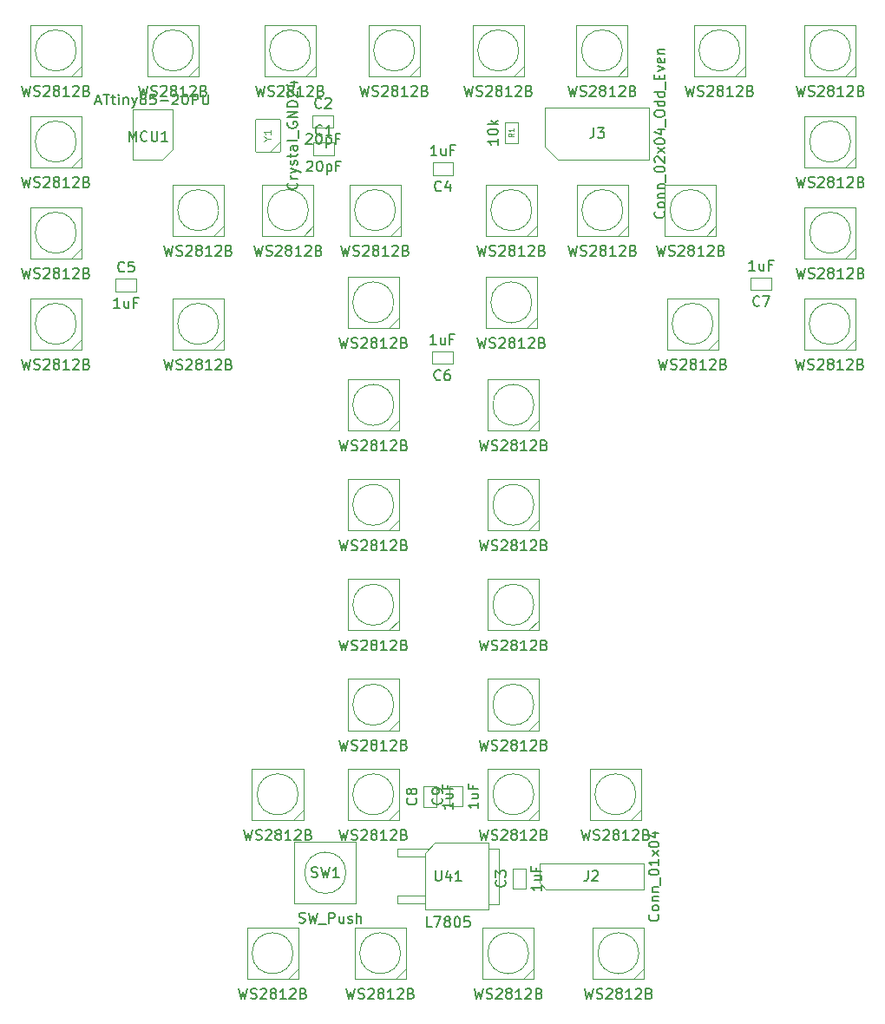
<source format=gbr>
G04 #@! TF.GenerationSoftware,KiCad,Pcbnew,(5.0.0)*
G04 #@! TF.CreationDate,2019-03-24T20:36:13-04:00*
G04 #@! TF.ProjectId,WS2812B Tiny T,575332383132422054696E7920542E6B,rev?*
G04 #@! TF.SameCoordinates,Original*
G04 #@! TF.FileFunction,Other,Fab,Top*
%FSLAX46Y46*%
G04 Gerber Fmt 4.6, Leading zero omitted, Abs format (unit mm)*
G04 Created by KiCad (PCBNEW (5.0.0)) date 03/24/19 20:36:13*
%MOMM*%
%LPD*%
G01*
G04 APERTURE LIST*
%ADD10C,0.100000*%
%ADD11C,0.150000*%
%ADD12C,0.075000*%
%ADD13C,0.105000*%
G04 APERTURE END LIST*
D10*
G04 #@! TO.C,U1*
X91662000Y-87312500D02*
G75*
G03X91662000Y-87312500I-2000000J0D01*
G01*
X92162000Y-84812500D02*
X87162000Y-84812500D01*
X92162000Y-89812500D02*
X92162000Y-84812500D01*
X87162000Y-89812500D02*
X92162000Y-89812500D01*
X87162000Y-84812500D02*
X87162000Y-89812500D01*
X92162000Y-88812500D02*
X91162000Y-89812500D01*
G04 #@! TO.C,U2*
X92162000Y-79922500D02*
X91162000Y-80922500D01*
X87162000Y-75922500D02*
X87162000Y-80922500D01*
X87162000Y-80922500D02*
X92162000Y-80922500D01*
X92162000Y-80922500D02*
X92162000Y-75922500D01*
X92162000Y-75922500D02*
X87162000Y-75922500D01*
X91662000Y-78422500D02*
G75*
G03X91662000Y-78422500I-2000000J0D01*
G01*
G04 #@! TO.C,U3*
X91662000Y-69532500D02*
G75*
G03X91662000Y-69532500I-2000000J0D01*
G01*
X92162000Y-67032500D02*
X87162000Y-67032500D01*
X92162000Y-72032500D02*
X92162000Y-67032500D01*
X87162000Y-72032500D02*
X92162000Y-72032500D01*
X87162000Y-67032500D02*
X87162000Y-72032500D01*
X92162000Y-71032500D02*
X91162000Y-72032500D01*
G04 #@! TO.C,U4*
X92162000Y-62142500D02*
X91162000Y-63142500D01*
X87162000Y-58142500D02*
X87162000Y-63142500D01*
X87162000Y-63142500D02*
X92162000Y-63142500D01*
X92162000Y-63142500D02*
X92162000Y-58142500D01*
X92162000Y-58142500D02*
X87162000Y-58142500D01*
X91662000Y-60642500D02*
G75*
G03X91662000Y-60642500I-2000000J0D01*
G01*
G04 #@! TO.C,U5*
X103092000Y-60642500D02*
G75*
G03X103092000Y-60642500I-2000000J0D01*
G01*
X103592000Y-58142500D02*
X98592000Y-58142500D01*
X103592000Y-63142500D02*
X103592000Y-58142500D01*
X98592000Y-63142500D02*
X103592000Y-63142500D01*
X98592000Y-58142500D02*
X98592000Y-63142500D01*
X103592000Y-62142500D02*
X102592000Y-63142500D01*
G04 #@! TO.C,U6*
X115022000Y-62142500D02*
X114022000Y-63142500D01*
X110022000Y-58142500D02*
X110022000Y-63142500D01*
X110022000Y-63142500D02*
X115022000Y-63142500D01*
X115022000Y-63142500D02*
X115022000Y-58142500D01*
X115022000Y-58142500D02*
X110022000Y-58142500D01*
X114522000Y-60642500D02*
G75*
G03X114522000Y-60642500I-2000000J0D01*
G01*
G04 #@! TO.C,U7*
X124682000Y-60642500D02*
G75*
G03X124682000Y-60642500I-2000000J0D01*
G01*
X125182000Y-58142500D02*
X120182000Y-58142500D01*
X125182000Y-63142500D02*
X125182000Y-58142500D01*
X120182000Y-63142500D02*
X125182000Y-63142500D01*
X120182000Y-58142500D02*
X120182000Y-63142500D01*
X125182000Y-62142500D02*
X124182000Y-63142500D01*
G04 #@! TO.C,U8*
X135342000Y-62142500D02*
X134342000Y-63142500D01*
X130342000Y-58142500D02*
X130342000Y-63142500D01*
X130342000Y-63142500D02*
X135342000Y-63142500D01*
X135342000Y-63142500D02*
X135342000Y-58142500D01*
X135342000Y-58142500D02*
X130342000Y-58142500D01*
X134842000Y-60642500D02*
G75*
G03X134842000Y-60642500I-2000000J0D01*
G01*
G04 #@! TO.C,U9*
X144962000Y-60642500D02*
G75*
G03X144962000Y-60642500I-2000000J0D01*
G01*
X145462000Y-58142500D02*
X140462000Y-58142500D01*
X145462000Y-63142500D02*
X145462000Y-58142500D01*
X140462000Y-63142500D02*
X145462000Y-63142500D01*
X140462000Y-58142500D02*
X140462000Y-63142500D01*
X145462000Y-62142500D02*
X144462000Y-63142500D01*
G04 #@! TO.C,U10*
X156932000Y-62142500D02*
X155932000Y-63142500D01*
X151932000Y-58142500D02*
X151932000Y-63142500D01*
X151932000Y-63142500D02*
X156932000Y-63142500D01*
X156932000Y-63142500D02*
X156932000Y-58142500D01*
X156932000Y-58142500D02*
X151932000Y-58142500D01*
X156432000Y-60642500D02*
G75*
G03X156432000Y-60642500I-2000000J0D01*
G01*
G04 #@! TO.C,U11*
X167227000Y-60642500D02*
G75*
G03X167227000Y-60642500I-2000000J0D01*
G01*
X167727000Y-58142500D02*
X162727000Y-58142500D01*
X167727000Y-63142500D02*
X167727000Y-58142500D01*
X162727000Y-63142500D02*
X167727000Y-63142500D01*
X162727000Y-58142500D02*
X162727000Y-63142500D01*
X167727000Y-62142500D02*
X166727000Y-63142500D01*
G04 #@! TO.C,U12*
X167727000Y-71032500D02*
X166727000Y-72032500D01*
X162727000Y-67032500D02*
X162727000Y-72032500D01*
X162727000Y-72032500D02*
X167727000Y-72032500D01*
X167727000Y-72032500D02*
X167727000Y-67032500D01*
X167727000Y-67032500D02*
X162727000Y-67032500D01*
X167227000Y-69532500D02*
G75*
G03X167227000Y-69532500I-2000000J0D01*
G01*
G04 #@! TO.C,U13*
X167227000Y-78422500D02*
G75*
G03X167227000Y-78422500I-2000000J0D01*
G01*
X167727000Y-75922500D02*
X162727000Y-75922500D01*
X167727000Y-80922500D02*
X167727000Y-75922500D01*
X162727000Y-80922500D02*
X167727000Y-80922500D01*
X162727000Y-75922500D02*
X162727000Y-80922500D01*
X167727000Y-79922500D02*
X166727000Y-80922500D01*
G04 #@! TO.C,U15*
X154301000Y-88812500D02*
X153301000Y-89812500D01*
X149301000Y-84812500D02*
X149301000Y-89812500D01*
X149301000Y-89812500D02*
X154301000Y-89812500D01*
X154301000Y-89812500D02*
X154301000Y-84812500D01*
X154301000Y-84812500D02*
X149301000Y-84812500D01*
X153801000Y-87312500D02*
G75*
G03X153801000Y-87312500I-2000000J0D01*
G01*
G04 #@! TO.C,U16*
X153598000Y-76222500D02*
G75*
G03X153598000Y-76222500I-2000000J0D01*
G01*
X154098000Y-73722500D02*
X149098000Y-73722500D01*
X154098000Y-78722500D02*
X154098000Y-73722500D01*
X149098000Y-78722500D02*
X154098000Y-78722500D01*
X149098000Y-73722500D02*
X149098000Y-78722500D01*
X154098000Y-77722500D02*
X153098000Y-78722500D01*
G04 #@! TO.C,U17*
X145502000Y-77722500D02*
X144502000Y-78722500D01*
X140502000Y-73722500D02*
X140502000Y-78722500D01*
X140502000Y-78722500D02*
X145502000Y-78722500D01*
X145502000Y-78722500D02*
X145502000Y-73722500D01*
X145502000Y-73722500D02*
X140502000Y-73722500D01*
X145002000Y-76222500D02*
G75*
G03X145002000Y-76222500I-2000000J0D01*
G01*
G04 #@! TO.C,U18*
X136112000Y-76222500D02*
G75*
G03X136112000Y-76222500I-2000000J0D01*
G01*
X136612000Y-73722500D02*
X131612000Y-73722500D01*
X136612000Y-78722500D02*
X136612000Y-73722500D01*
X131612000Y-78722500D02*
X136612000Y-78722500D01*
X131612000Y-73722500D02*
X131612000Y-78722500D01*
X136612000Y-77722500D02*
X135612000Y-78722500D01*
G04 #@! TO.C,U19*
X136612000Y-86722500D02*
X135612000Y-87722500D01*
X131612000Y-82722500D02*
X131612000Y-87722500D01*
X131612000Y-87722500D02*
X136612000Y-87722500D01*
X136612000Y-87722500D02*
X136612000Y-82722500D01*
X136612000Y-82722500D02*
X131612000Y-82722500D01*
X136112000Y-85222500D02*
G75*
G03X136112000Y-85222500I-2000000J0D01*
G01*
G04 #@! TO.C,U20*
X136312000Y-95222500D02*
G75*
G03X136312000Y-95222500I-2000000J0D01*
G01*
X136812000Y-92722500D02*
X131812000Y-92722500D01*
X136812000Y-97722500D02*
X136812000Y-92722500D01*
X131812000Y-97722500D02*
X136812000Y-97722500D01*
X131812000Y-92722500D02*
X131812000Y-97722500D01*
X136812000Y-96722500D02*
X135812000Y-97722500D01*
G04 #@! TO.C,U21*
X136312000Y-104972500D02*
G75*
G03X136312000Y-104972500I-2000000J0D01*
G01*
X136812000Y-102472500D02*
X131812000Y-102472500D01*
X136812000Y-107472500D02*
X136812000Y-102472500D01*
X131812000Y-107472500D02*
X136812000Y-107472500D01*
X131812000Y-102472500D02*
X131812000Y-107472500D01*
X136812000Y-106472500D02*
X135812000Y-107472500D01*
G04 #@! TO.C,U22*
X136812000Y-116222500D02*
X135812000Y-117222500D01*
X131812000Y-112222500D02*
X131812000Y-117222500D01*
X131812000Y-117222500D02*
X136812000Y-117222500D01*
X136812000Y-117222500D02*
X136812000Y-112222500D01*
X136812000Y-112222500D02*
X131812000Y-112222500D01*
X136312000Y-114722500D02*
G75*
G03X136312000Y-114722500I-2000000J0D01*
G01*
G04 #@! TO.C,U23*
X136312000Y-124472500D02*
G75*
G03X136312000Y-124472500I-2000000J0D01*
G01*
X136812000Y-121972500D02*
X131812000Y-121972500D01*
X136812000Y-126972500D02*
X136812000Y-121972500D01*
X131812000Y-126972500D02*
X136812000Y-126972500D01*
X131812000Y-121972500D02*
X131812000Y-126972500D01*
X136812000Y-125972500D02*
X135812000Y-126972500D01*
G04 #@! TO.C,U24*
X136812000Y-134722500D02*
X135812000Y-135722500D01*
X131812000Y-130722500D02*
X131812000Y-135722500D01*
X131812000Y-135722500D02*
X136812000Y-135722500D01*
X136812000Y-135722500D02*
X136812000Y-130722500D01*
X136812000Y-130722500D02*
X131812000Y-130722500D01*
X136312000Y-133222500D02*
G75*
G03X136312000Y-133222500I-2000000J0D01*
G01*
G04 #@! TO.C,U25*
X146272000Y-133222500D02*
G75*
G03X146272000Y-133222500I-2000000J0D01*
G01*
X146772000Y-130722500D02*
X141772000Y-130722500D01*
X146772000Y-135722500D02*
X146772000Y-130722500D01*
X141772000Y-135722500D02*
X146772000Y-135722500D01*
X141772000Y-130722500D02*
X141772000Y-135722500D01*
X146772000Y-134722500D02*
X145772000Y-135722500D01*
G04 #@! TO.C,U26*
X147062000Y-150222500D02*
X146062000Y-151222500D01*
X142062000Y-146222500D02*
X142062000Y-151222500D01*
X142062000Y-151222500D02*
X147062000Y-151222500D01*
X147062000Y-151222500D02*
X147062000Y-146222500D01*
X147062000Y-146222500D02*
X142062000Y-146222500D01*
X146562000Y-148722500D02*
G75*
G03X146562000Y-148722500I-2000000J0D01*
G01*
G04 #@! TO.C,U27*
X135812000Y-148722500D02*
G75*
G03X135812000Y-148722500I-2000000J0D01*
G01*
X136312000Y-146222500D02*
X131312000Y-146222500D01*
X136312000Y-151222500D02*
X136312000Y-146222500D01*
X131312000Y-151222500D02*
X136312000Y-151222500D01*
X131312000Y-146222500D02*
X131312000Y-151222500D01*
X136312000Y-150222500D02*
X135312000Y-151222500D01*
G04 #@! TO.C,U28*
X123812000Y-150222500D02*
X122812000Y-151222500D01*
X118812000Y-146222500D02*
X118812000Y-151222500D01*
X118812000Y-151222500D02*
X123812000Y-151222500D01*
X123812000Y-151222500D02*
X123812000Y-146222500D01*
X123812000Y-146222500D02*
X118812000Y-146222500D01*
X123312000Y-148722500D02*
G75*
G03X123312000Y-148722500I-2000000J0D01*
G01*
G04 #@! TO.C,U29*
X112812000Y-148722500D02*
G75*
G03X112812000Y-148722500I-2000000J0D01*
G01*
X113312000Y-146222500D02*
X108312000Y-146222500D01*
X113312000Y-151222500D02*
X113312000Y-146222500D01*
X108312000Y-151222500D02*
X113312000Y-151222500D01*
X108312000Y-146222500D02*
X108312000Y-151222500D01*
X113312000Y-150222500D02*
X112312000Y-151222500D01*
G04 #@! TO.C,U30*
X113812000Y-134722500D02*
X112812000Y-135722500D01*
X108812000Y-130722500D02*
X108812000Y-135722500D01*
X108812000Y-135722500D02*
X113812000Y-135722500D01*
X113812000Y-135722500D02*
X113812000Y-130722500D01*
X113812000Y-130722500D02*
X108812000Y-130722500D01*
X113312000Y-133222500D02*
G75*
G03X113312000Y-133222500I-2000000J0D01*
G01*
G04 #@! TO.C,U31*
X122642000Y-133222500D02*
G75*
G03X122642000Y-133222500I-2000000J0D01*
G01*
X123142000Y-130722500D02*
X118142000Y-130722500D01*
X123142000Y-135722500D02*
X123142000Y-130722500D01*
X118142000Y-135722500D02*
X123142000Y-135722500D01*
X118142000Y-130722500D02*
X118142000Y-135722500D01*
X123142000Y-134722500D02*
X122142000Y-135722500D01*
G04 #@! TO.C,U32*
X123142000Y-125972500D02*
X122142000Y-126972500D01*
X118142000Y-121972500D02*
X118142000Y-126972500D01*
X118142000Y-126972500D02*
X123142000Y-126972500D01*
X123142000Y-126972500D02*
X123142000Y-121972500D01*
X123142000Y-121972500D02*
X118142000Y-121972500D01*
X122642000Y-124472500D02*
G75*
G03X122642000Y-124472500I-2000000J0D01*
G01*
G04 #@! TO.C,U33*
X122642000Y-114722500D02*
G75*
G03X122642000Y-114722500I-2000000J0D01*
G01*
X123142000Y-112222500D02*
X118142000Y-112222500D01*
X123142000Y-117222500D02*
X123142000Y-112222500D01*
X118142000Y-117222500D02*
X123142000Y-117222500D01*
X118142000Y-112222500D02*
X118142000Y-117222500D01*
X123142000Y-116222500D02*
X122142000Y-117222500D01*
G04 #@! TO.C,U34*
X123142000Y-106472500D02*
X122142000Y-107472500D01*
X118142000Y-102472500D02*
X118142000Y-107472500D01*
X118142000Y-107472500D02*
X123142000Y-107472500D01*
X123142000Y-107472500D02*
X123142000Y-102472500D01*
X123142000Y-102472500D02*
X118142000Y-102472500D01*
X122642000Y-104972500D02*
G75*
G03X122642000Y-104972500I-2000000J0D01*
G01*
G04 #@! TO.C,U35*
X122642000Y-95222500D02*
G75*
G03X122642000Y-95222500I-2000000J0D01*
G01*
X123142000Y-92722500D02*
X118142000Y-92722500D01*
X123142000Y-97722500D02*
X123142000Y-92722500D01*
X118142000Y-97722500D02*
X123142000Y-97722500D01*
X118142000Y-92722500D02*
X118142000Y-97722500D01*
X123142000Y-96722500D02*
X122142000Y-97722500D01*
G04 #@! TO.C,U36*
X123142000Y-86722500D02*
X122142000Y-87722500D01*
X118142000Y-82722500D02*
X118142000Y-87722500D01*
X118142000Y-87722500D02*
X123142000Y-87722500D01*
X123142000Y-87722500D02*
X123142000Y-82722500D01*
X123142000Y-82722500D02*
X118142000Y-82722500D01*
X122642000Y-85222500D02*
G75*
G03X122642000Y-85222500I-2000000J0D01*
G01*
G04 #@! TO.C,U37*
X122812000Y-76222500D02*
G75*
G03X122812000Y-76222500I-2000000J0D01*
G01*
X123312000Y-73722500D02*
X118312000Y-73722500D01*
X123312000Y-78722500D02*
X123312000Y-73722500D01*
X118312000Y-78722500D02*
X123312000Y-78722500D01*
X118312000Y-73722500D02*
X118312000Y-78722500D01*
X123312000Y-77722500D02*
X122312000Y-78722500D01*
G04 #@! TO.C,U38*
X114812000Y-77722500D02*
X113812000Y-78722500D01*
X109812000Y-73722500D02*
X109812000Y-78722500D01*
X109812000Y-78722500D02*
X114812000Y-78722500D01*
X114812000Y-78722500D02*
X114812000Y-73722500D01*
X114812000Y-73722500D02*
X109812000Y-73722500D01*
X114312000Y-76222500D02*
G75*
G03X114312000Y-76222500I-2000000J0D01*
G01*
G04 #@! TO.C,U39*
X105562000Y-76222500D02*
G75*
G03X105562000Y-76222500I-2000000J0D01*
G01*
X106062000Y-73722500D02*
X101062000Y-73722500D01*
X106062000Y-78722500D02*
X106062000Y-73722500D01*
X101062000Y-78722500D02*
X106062000Y-78722500D01*
X101062000Y-73722500D02*
X101062000Y-78722500D01*
X106062000Y-77722500D02*
X105062000Y-78722500D01*
G04 #@! TO.C,U14*
X167187000Y-87312500D02*
G75*
G03X167187000Y-87312500I-2000000J0D01*
G01*
X167687000Y-84812500D02*
X162687000Y-84812500D01*
X167687000Y-89812500D02*
X167687000Y-84812500D01*
X162687000Y-89812500D02*
X167687000Y-89812500D01*
X162687000Y-84812500D02*
X162687000Y-89812500D01*
X167687000Y-88812500D02*
X166687000Y-89812500D01*
G04 #@! TO.C,C1*
X114804000Y-70851000D02*
X114804000Y-69611000D01*
X116804000Y-70851000D02*
X114804000Y-70851000D01*
X116804000Y-69611000D02*
X116804000Y-70851000D01*
X114804000Y-69611000D02*
X116804000Y-69611000D01*
G04 #@! TO.C,C2*
X114740500Y-66944000D02*
X116740500Y-66944000D01*
X116740500Y-66944000D02*
X116740500Y-68184000D01*
X116740500Y-68184000D02*
X114740500Y-68184000D01*
X114740500Y-68184000D02*
X114740500Y-66944000D01*
G04 #@! TO.C,C3*
X134254000Y-142445500D02*
X134254000Y-140445500D01*
X134254000Y-140445500D02*
X135494000Y-140445500D01*
X135494000Y-140445500D02*
X135494000Y-142445500D01*
X135494000Y-142445500D02*
X134254000Y-142445500D01*
G04 #@! TO.C,C4*
X128437000Y-71554100D02*
X128437000Y-72794100D01*
X126437000Y-71554100D02*
X128437000Y-71554100D01*
X126437000Y-72794100D02*
X126437000Y-71554100D01*
X128437000Y-72794100D02*
X126437000Y-72794100D01*
G04 #@! TO.C,C5*
X95520000Y-82933300D02*
X97520000Y-82933300D01*
X97520000Y-82933300D02*
X97520000Y-84173300D01*
X97520000Y-84173300D02*
X95520000Y-84173300D01*
X95520000Y-84173300D02*
X95520000Y-82933300D01*
G04 #@! TO.C,C6*
X128376000Y-89994500D02*
X128376000Y-91234500D01*
X126376000Y-89994500D02*
X128376000Y-89994500D01*
X126376000Y-91234500D02*
X126376000Y-89994500D01*
X128376000Y-91234500D02*
X126376000Y-91234500D01*
G04 #@! TO.C,C7*
X159496000Y-84020900D02*
X157496000Y-84020900D01*
X157496000Y-84020900D02*
X157496000Y-82780900D01*
X157496000Y-82780900D02*
X159496000Y-82780900D01*
X159496000Y-82780900D02*
X159496000Y-84020900D01*
G04 #@! TO.C,C8*
X126807000Y-134438500D02*
X125567000Y-134438500D01*
X126807000Y-132438500D02*
X126807000Y-134438500D01*
X125567000Y-132438500D02*
X126807000Y-132438500D01*
X125567000Y-134438500D02*
X125567000Y-132438500D01*
G04 #@! TO.C,C9*
X128081000Y-134419500D02*
X128081000Y-132419500D01*
X128081000Y-132419500D02*
X129321000Y-132419500D01*
X129321000Y-132419500D02*
X129321000Y-134419500D01*
X129321000Y-134419500D02*
X128081000Y-134419500D01*
G04 #@! TO.C,J2*
X137477000Y-142492500D02*
X136842000Y-141857500D01*
X147002000Y-142492500D02*
X137477000Y-142492500D01*
X147002000Y-139952500D02*
X147002000Y-142492500D01*
X136842000Y-139952500D02*
X147002000Y-139952500D01*
X136842000Y-141857500D02*
X136842000Y-139952500D01*
G04 #@! TO.C,U40*
X105562000Y-87322500D02*
G75*
G03X105562000Y-87322500I-2000000J0D01*
G01*
X106062000Y-84822500D02*
X101062000Y-84822500D01*
X106062000Y-89822500D02*
X106062000Y-84822500D01*
X101062000Y-89822500D02*
X106062000Y-89822500D01*
X101062000Y-84822500D02*
X101062000Y-89822500D01*
X106062000Y-88822500D02*
X105062000Y-89822500D01*
G04 #@! TO.C,SW1*
X117977564Y-140872500D02*
G75*
G03X117977564Y-140872500I-2015564J0D01*
G01*
X112962000Y-137872500D02*
X115962000Y-137872500D01*
X112962000Y-143872500D02*
X112962000Y-137872500D01*
X118962000Y-143872500D02*
X112962000Y-143872500D01*
X118962000Y-137872500D02*
X118962000Y-143872500D01*
X115962000Y-137872500D02*
X118962000Y-137872500D01*
G04 #@! TO.C,U41*
X122978000Y-143866500D02*
X125678000Y-143866500D01*
X122978000Y-143116500D02*
X122978000Y-143866500D01*
X125678000Y-143116500D02*
X122978000Y-143116500D01*
X122978000Y-139306500D02*
X125678000Y-139306500D01*
X122978000Y-138556500D02*
X122978000Y-139306500D01*
X126083000Y-138556500D02*
X122978000Y-138556500D01*
X126678000Y-137961500D02*
X131898000Y-137961500D01*
X125678000Y-138961500D02*
X126678000Y-137961500D01*
X125678000Y-144461500D02*
X125678000Y-138961500D01*
X131898000Y-144461500D02*
X125678000Y-144461500D01*
X131898000Y-137961500D02*
X131898000Y-144461500D01*
X132898000Y-143911500D02*
X131898000Y-143911500D01*
X132898000Y-138511500D02*
X132898000Y-143911500D01*
X131898000Y-138511500D02*
X132898000Y-138511500D01*
G04 #@! TO.C,J3*
X138680000Y-71263500D02*
X137410000Y-69993500D01*
X147570000Y-71263500D02*
X138680000Y-71263500D01*
X147570000Y-66183500D02*
X147570000Y-71263500D01*
X137410000Y-66183500D02*
X147570000Y-66183500D01*
X137410000Y-69993500D02*
X137410000Y-66183500D01*
G04 #@! TO.C,R1*
X134732000Y-67653700D02*
X134732000Y-69653700D01*
X134732000Y-69653700D02*
X133492000Y-69653700D01*
X133492000Y-69653700D02*
X133492000Y-67653700D01*
X133492000Y-67653700D02*
X134732000Y-67653700D01*
G04 #@! TO.C,MCU1*
X100039000Y-71311000D02*
X97139000Y-71311000D01*
X97139000Y-71311000D02*
X97139000Y-66411000D01*
X97139000Y-66411000D02*
X101039000Y-66411000D01*
X101039000Y-66411000D02*
X101039000Y-70311000D01*
X101039000Y-70311000D02*
X100039000Y-71311000D01*
G04 #@! TO.C,Y1*
X110587500Y-70518000D02*
X111587500Y-69518000D01*
X109187500Y-70518000D02*
X109087500Y-70418000D01*
X111487500Y-70518000D02*
X109187500Y-70518000D01*
X111587500Y-70418000D02*
X111487500Y-70518000D01*
X111587500Y-67418000D02*
X111587500Y-70418000D01*
X111487500Y-67318000D02*
X111587500Y-67418000D01*
X109187500Y-67318000D02*
X111487500Y-67318000D01*
X109087500Y-67418000D02*
X109187500Y-67318000D01*
X109087500Y-70418000D02*
X109087500Y-67418000D01*
G04 #@! TD*
G04 #@! TO.C,U1*
D11*
X86352476Y-90764880D02*
X86590571Y-91764880D01*
X86781047Y-91050595D01*
X86971523Y-91764880D01*
X87209619Y-90764880D01*
X87542952Y-91717261D02*
X87685809Y-91764880D01*
X87923904Y-91764880D01*
X88019142Y-91717261D01*
X88066761Y-91669642D01*
X88114380Y-91574404D01*
X88114380Y-91479166D01*
X88066761Y-91383928D01*
X88019142Y-91336309D01*
X87923904Y-91288690D01*
X87733428Y-91241071D01*
X87638190Y-91193452D01*
X87590571Y-91145833D01*
X87542952Y-91050595D01*
X87542952Y-90955357D01*
X87590571Y-90860119D01*
X87638190Y-90812500D01*
X87733428Y-90764880D01*
X87971523Y-90764880D01*
X88114380Y-90812500D01*
X88495333Y-90860119D02*
X88542952Y-90812500D01*
X88638190Y-90764880D01*
X88876285Y-90764880D01*
X88971523Y-90812500D01*
X89019142Y-90860119D01*
X89066761Y-90955357D01*
X89066761Y-91050595D01*
X89019142Y-91193452D01*
X88447714Y-91764880D01*
X89066761Y-91764880D01*
X89638190Y-91193452D02*
X89542952Y-91145833D01*
X89495333Y-91098214D01*
X89447714Y-91002976D01*
X89447714Y-90955357D01*
X89495333Y-90860119D01*
X89542952Y-90812500D01*
X89638190Y-90764880D01*
X89828666Y-90764880D01*
X89923904Y-90812500D01*
X89971523Y-90860119D01*
X90019142Y-90955357D01*
X90019142Y-91002976D01*
X89971523Y-91098214D01*
X89923904Y-91145833D01*
X89828666Y-91193452D01*
X89638190Y-91193452D01*
X89542952Y-91241071D01*
X89495333Y-91288690D01*
X89447714Y-91383928D01*
X89447714Y-91574404D01*
X89495333Y-91669642D01*
X89542952Y-91717261D01*
X89638190Y-91764880D01*
X89828666Y-91764880D01*
X89923904Y-91717261D01*
X89971523Y-91669642D01*
X90019142Y-91574404D01*
X90019142Y-91383928D01*
X89971523Y-91288690D01*
X89923904Y-91241071D01*
X89828666Y-91193452D01*
X90971523Y-91764880D02*
X90400095Y-91764880D01*
X90685809Y-91764880D02*
X90685809Y-90764880D01*
X90590571Y-90907738D01*
X90495333Y-91002976D01*
X90400095Y-91050595D01*
X91352476Y-90860119D02*
X91400095Y-90812500D01*
X91495333Y-90764880D01*
X91733428Y-90764880D01*
X91828666Y-90812500D01*
X91876285Y-90860119D01*
X91923904Y-90955357D01*
X91923904Y-91050595D01*
X91876285Y-91193452D01*
X91304857Y-91764880D01*
X91923904Y-91764880D01*
X92685809Y-91241071D02*
X92828666Y-91288690D01*
X92876285Y-91336309D01*
X92923904Y-91431547D01*
X92923904Y-91574404D01*
X92876285Y-91669642D01*
X92828666Y-91717261D01*
X92733428Y-91764880D01*
X92352476Y-91764880D01*
X92352476Y-90764880D01*
X92685809Y-90764880D01*
X92781047Y-90812500D01*
X92828666Y-90860119D01*
X92876285Y-90955357D01*
X92876285Y-91050595D01*
X92828666Y-91145833D01*
X92781047Y-91193452D01*
X92685809Y-91241071D01*
X92352476Y-91241071D01*
G04 #@! TO.C,U2*
X86352476Y-81874880D02*
X86590571Y-82874880D01*
X86781047Y-82160595D01*
X86971523Y-82874880D01*
X87209619Y-81874880D01*
X87542952Y-82827261D02*
X87685809Y-82874880D01*
X87923904Y-82874880D01*
X88019142Y-82827261D01*
X88066761Y-82779642D01*
X88114380Y-82684404D01*
X88114380Y-82589166D01*
X88066761Y-82493928D01*
X88019142Y-82446309D01*
X87923904Y-82398690D01*
X87733428Y-82351071D01*
X87638190Y-82303452D01*
X87590571Y-82255833D01*
X87542952Y-82160595D01*
X87542952Y-82065357D01*
X87590571Y-81970119D01*
X87638190Y-81922500D01*
X87733428Y-81874880D01*
X87971523Y-81874880D01*
X88114380Y-81922500D01*
X88495333Y-81970119D02*
X88542952Y-81922500D01*
X88638190Y-81874880D01*
X88876285Y-81874880D01*
X88971523Y-81922500D01*
X89019142Y-81970119D01*
X89066761Y-82065357D01*
X89066761Y-82160595D01*
X89019142Y-82303452D01*
X88447714Y-82874880D01*
X89066761Y-82874880D01*
X89638190Y-82303452D02*
X89542952Y-82255833D01*
X89495333Y-82208214D01*
X89447714Y-82112976D01*
X89447714Y-82065357D01*
X89495333Y-81970119D01*
X89542952Y-81922500D01*
X89638190Y-81874880D01*
X89828666Y-81874880D01*
X89923904Y-81922500D01*
X89971523Y-81970119D01*
X90019142Y-82065357D01*
X90019142Y-82112976D01*
X89971523Y-82208214D01*
X89923904Y-82255833D01*
X89828666Y-82303452D01*
X89638190Y-82303452D01*
X89542952Y-82351071D01*
X89495333Y-82398690D01*
X89447714Y-82493928D01*
X89447714Y-82684404D01*
X89495333Y-82779642D01*
X89542952Y-82827261D01*
X89638190Y-82874880D01*
X89828666Y-82874880D01*
X89923904Y-82827261D01*
X89971523Y-82779642D01*
X90019142Y-82684404D01*
X90019142Y-82493928D01*
X89971523Y-82398690D01*
X89923904Y-82351071D01*
X89828666Y-82303452D01*
X90971523Y-82874880D02*
X90400095Y-82874880D01*
X90685809Y-82874880D02*
X90685809Y-81874880D01*
X90590571Y-82017738D01*
X90495333Y-82112976D01*
X90400095Y-82160595D01*
X91352476Y-81970119D02*
X91400095Y-81922500D01*
X91495333Y-81874880D01*
X91733428Y-81874880D01*
X91828666Y-81922500D01*
X91876285Y-81970119D01*
X91923904Y-82065357D01*
X91923904Y-82160595D01*
X91876285Y-82303452D01*
X91304857Y-82874880D01*
X91923904Y-82874880D01*
X92685809Y-82351071D02*
X92828666Y-82398690D01*
X92876285Y-82446309D01*
X92923904Y-82541547D01*
X92923904Y-82684404D01*
X92876285Y-82779642D01*
X92828666Y-82827261D01*
X92733428Y-82874880D01*
X92352476Y-82874880D01*
X92352476Y-81874880D01*
X92685809Y-81874880D01*
X92781047Y-81922500D01*
X92828666Y-81970119D01*
X92876285Y-82065357D01*
X92876285Y-82160595D01*
X92828666Y-82255833D01*
X92781047Y-82303452D01*
X92685809Y-82351071D01*
X92352476Y-82351071D01*
G04 #@! TO.C,U3*
X86352476Y-72984880D02*
X86590571Y-73984880D01*
X86781047Y-73270595D01*
X86971523Y-73984880D01*
X87209619Y-72984880D01*
X87542952Y-73937261D02*
X87685809Y-73984880D01*
X87923904Y-73984880D01*
X88019142Y-73937261D01*
X88066761Y-73889642D01*
X88114380Y-73794404D01*
X88114380Y-73699166D01*
X88066761Y-73603928D01*
X88019142Y-73556309D01*
X87923904Y-73508690D01*
X87733428Y-73461071D01*
X87638190Y-73413452D01*
X87590571Y-73365833D01*
X87542952Y-73270595D01*
X87542952Y-73175357D01*
X87590571Y-73080119D01*
X87638190Y-73032500D01*
X87733428Y-72984880D01*
X87971523Y-72984880D01*
X88114380Y-73032500D01*
X88495333Y-73080119D02*
X88542952Y-73032500D01*
X88638190Y-72984880D01*
X88876285Y-72984880D01*
X88971523Y-73032500D01*
X89019142Y-73080119D01*
X89066761Y-73175357D01*
X89066761Y-73270595D01*
X89019142Y-73413452D01*
X88447714Y-73984880D01*
X89066761Y-73984880D01*
X89638190Y-73413452D02*
X89542952Y-73365833D01*
X89495333Y-73318214D01*
X89447714Y-73222976D01*
X89447714Y-73175357D01*
X89495333Y-73080119D01*
X89542952Y-73032500D01*
X89638190Y-72984880D01*
X89828666Y-72984880D01*
X89923904Y-73032500D01*
X89971523Y-73080119D01*
X90019142Y-73175357D01*
X90019142Y-73222976D01*
X89971523Y-73318214D01*
X89923904Y-73365833D01*
X89828666Y-73413452D01*
X89638190Y-73413452D01*
X89542952Y-73461071D01*
X89495333Y-73508690D01*
X89447714Y-73603928D01*
X89447714Y-73794404D01*
X89495333Y-73889642D01*
X89542952Y-73937261D01*
X89638190Y-73984880D01*
X89828666Y-73984880D01*
X89923904Y-73937261D01*
X89971523Y-73889642D01*
X90019142Y-73794404D01*
X90019142Y-73603928D01*
X89971523Y-73508690D01*
X89923904Y-73461071D01*
X89828666Y-73413452D01*
X90971523Y-73984880D02*
X90400095Y-73984880D01*
X90685809Y-73984880D02*
X90685809Y-72984880D01*
X90590571Y-73127738D01*
X90495333Y-73222976D01*
X90400095Y-73270595D01*
X91352476Y-73080119D02*
X91400095Y-73032500D01*
X91495333Y-72984880D01*
X91733428Y-72984880D01*
X91828666Y-73032500D01*
X91876285Y-73080119D01*
X91923904Y-73175357D01*
X91923904Y-73270595D01*
X91876285Y-73413452D01*
X91304857Y-73984880D01*
X91923904Y-73984880D01*
X92685809Y-73461071D02*
X92828666Y-73508690D01*
X92876285Y-73556309D01*
X92923904Y-73651547D01*
X92923904Y-73794404D01*
X92876285Y-73889642D01*
X92828666Y-73937261D01*
X92733428Y-73984880D01*
X92352476Y-73984880D01*
X92352476Y-72984880D01*
X92685809Y-72984880D01*
X92781047Y-73032500D01*
X92828666Y-73080119D01*
X92876285Y-73175357D01*
X92876285Y-73270595D01*
X92828666Y-73365833D01*
X92781047Y-73413452D01*
X92685809Y-73461071D01*
X92352476Y-73461071D01*
G04 #@! TO.C,U4*
X86352476Y-64094880D02*
X86590571Y-65094880D01*
X86781047Y-64380595D01*
X86971523Y-65094880D01*
X87209619Y-64094880D01*
X87542952Y-65047261D02*
X87685809Y-65094880D01*
X87923904Y-65094880D01*
X88019142Y-65047261D01*
X88066761Y-64999642D01*
X88114380Y-64904404D01*
X88114380Y-64809166D01*
X88066761Y-64713928D01*
X88019142Y-64666309D01*
X87923904Y-64618690D01*
X87733428Y-64571071D01*
X87638190Y-64523452D01*
X87590571Y-64475833D01*
X87542952Y-64380595D01*
X87542952Y-64285357D01*
X87590571Y-64190119D01*
X87638190Y-64142500D01*
X87733428Y-64094880D01*
X87971523Y-64094880D01*
X88114380Y-64142500D01*
X88495333Y-64190119D02*
X88542952Y-64142500D01*
X88638190Y-64094880D01*
X88876285Y-64094880D01*
X88971523Y-64142500D01*
X89019142Y-64190119D01*
X89066761Y-64285357D01*
X89066761Y-64380595D01*
X89019142Y-64523452D01*
X88447714Y-65094880D01*
X89066761Y-65094880D01*
X89638190Y-64523452D02*
X89542952Y-64475833D01*
X89495333Y-64428214D01*
X89447714Y-64332976D01*
X89447714Y-64285357D01*
X89495333Y-64190119D01*
X89542952Y-64142500D01*
X89638190Y-64094880D01*
X89828666Y-64094880D01*
X89923904Y-64142500D01*
X89971523Y-64190119D01*
X90019142Y-64285357D01*
X90019142Y-64332976D01*
X89971523Y-64428214D01*
X89923904Y-64475833D01*
X89828666Y-64523452D01*
X89638190Y-64523452D01*
X89542952Y-64571071D01*
X89495333Y-64618690D01*
X89447714Y-64713928D01*
X89447714Y-64904404D01*
X89495333Y-64999642D01*
X89542952Y-65047261D01*
X89638190Y-65094880D01*
X89828666Y-65094880D01*
X89923904Y-65047261D01*
X89971523Y-64999642D01*
X90019142Y-64904404D01*
X90019142Y-64713928D01*
X89971523Y-64618690D01*
X89923904Y-64571071D01*
X89828666Y-64523452D01*
X90971523Y-65094880D02*
X90400095Y-65094880D01*
X90685809Y-65094880D02*
X90685809Y-64094880D01*
X90590571Y-64237738D01*
X90495333Y-64332976D01*
X90400095Y-64380595D01*
X91352476Y-64190119D02*
X91400095Y-64142500D01*
X91495333Y-64094880D01*
X91733428Y-64094880D01*
X91828666Y-64142500D01*
X91876285Y-64190119D01*
X91923904Y-64285357D01*
X91923904Y-64380595D01*
X91876285Y-64523452D01*
X91304857Y-65094880D01*
X91923904Y-65094880D01*
X92685809Y-64571071D02*
X92828666Y-64618690D01*
X92876285Y-64666309D01*
X92923904Y-64761547D01*
X92923904Y-64904404D01*
X92876285Y-64999642D01*
X92828666Y-65047261D01*
X92733428Y-65094880D01*
X92352476Y-65094880D01*
X92352476Y-64094880D01*
X92685809Y-64094880D01*
X92781047Y-64142500D01*
X92828666Y-64190119D01*
X92876285Y-64285357D01*
X92876285Y-64380595D01*
X92828666Y-64475833D01*
X92781047Y-64523452D01*
X92685809Y-64571071D01*
X92352476Y-64571071D01*
G04 #@! TO.C,U5*
X97782476Y-64094880D02*
X98020571Y-65094880D01*
X98211047Y-64380595D01*
X98401523Y-65094880D01*
X98639619Y-64094880D01*
X98972952Y-65047261D02*
X99115809Y-65094880D01*
X99353904Y-65094880D01*
X99449142Y-65047261D01*
X99496761Y-64999642D01*
X99544380Y-64904404D01*
X99544380Y-64809166D01*
X99496761Y-64713928D01*
X99449142Y-64666309D01*
X99353904Y-64618690D01*
X99163428Y-64571071D01*
X99068190Y-64523452D01*
X99020571Y-64475833D01*
X98972952Y-64380595D01*
X98972952Y-64285357D01*
X99020571Y-64190119D01*
X99068190Y-64142500D01*
X99163428Y-64094880D01*
X99401523Y-64094880D01*
X99544380Y-64142500D01*
X99925333Y-64190119D02*
X99972952Y-64142500D01*
X100068190Y-64094880D01*
X100306285Y-64094880D01*
X100401523Y-64142500D01*
X100449142Y-64190119D01*
X100496761Y-64285357D01*
X100496761Y-64380595D01*
X100449142Y-64523452D01*
X99877714Y-65094880D01*
X100496761Y-65094880D01*
X101068190Y-64523452D02*
X100972952Y-64475833D01*
X100925333Y-64428214D01*
X100877714Y-64332976D01*
X100877714Y-64285357D01*
X100925333Y-64190119D01*
X100972952Y-64142500D01*
X101068190Y-64094880D01*
X101258666Y-64094880D01*
X101353904Y-64142500D01*
X101401523Y-64190119D01*
X101449142Y-64285357D01*
X101449142Y-64332976D01*
X101401523Y-64428214D01*
X101353904Y-64475833D01*
X101258666Y-64523452D01*
X101068190Y-64523452D01*
X100972952Y-64571071D01*
X100925333Y-64618690D01*
X100877714Y-64713928D01*
X100877714Y-64904404D01*
X100925333Y-64999642D01*
X100972952Y-65047261D01*
X101068190Y-65094880D01*
X101258666Y-65094880D01*
X101353904Y-65047261D01*
X101401523Y-64999642D01*
X101449142Y-64904404D01*
X101449142Y-64713928D01*
X101401523Y-64618690D01*
X101353904Y-64571071D01*
X101258666Y-64523452D01*
X102401523Y-65094880D02*
X101830095Y-65094880D01*
X102115809Y-65094880D02*
X102115809Y-64094880D01*
X102020571Y-64237738D01*
X101925333Y-64332976D01*
X101830095Y-64380595D01*
X102782476Y-64190119D02*
X102830095Y-64142500D01*
X102925333Y-64094880D01*
X103163428Y-64094880D01*
X103258666Y-64142500D01*
X103306285Y-64190119D01*
X103353904Y-64285357D01*
X103353904Y-64380595D01*
X103306285Y-64523452D01*
X102734857Y-65094880D01*
X103353904Y-65094880D01*
X104115809Y-64571071D02*
X104258666Y-64618690D01*
X104306285Y-64666309D01*
X104353904Y-64761547D01*
X104353904Y-64904404D01*
X104306285Y-64999642D01*
X104258666Y-65047261D01*
X104163428Y-65094880D01*
X103782476Y-65094880D01*
X103782476Y-64094880D01*
X104115809Y-64094880D01*
X104211047Y-64142500D01*
X104258666Y-64190119D01*
X104306285Y-64285357D01*
X104306285Y-64380595D01*
X104258666Y-64475833D01*
X104211047Y-64523452D01*
X104115809Y-64571071D01*
X103782476Y-64571071D01*
G04 #@! TO.C,U6*
X109212476Y-64094880D02*
X109450571Y-65094880D01*
X109641047Y-64380595D01*
X109831523Y-65094880D01*
X110069619Y-64094880D01*
X110402952Y-65047261D02*
X110545809Y-65094880D01*
X110783904Y-65094880D01*
X110879142Y-65047261D01*
X110926761Y-64999642D01*
X110974380Y-64904404D01*
X110974380Y-64809166D01*
X110926761Y-64713928D01*
X110879142Y-64666309D01*
X110783904Y-64618690D01*
X110593428Y-64571071D01*
X110498190Y-64523452D01*
X110450571Y-64475833D01*
X110402952Y-64380595D01*
X110402952Y-64285357D01*
X110450571Y-64190119D01*
X110498190Y-64142500D01*
X110593428Y-64094880D01*
X110831523Y-64094880D01*
X110974380Y-64142500D01*
X111355333Y-64190119D02*
X111402952Y-64142500D01*
X111498190Y-64094880D01*
X111736285Y-64094880D01*
X111831523Y-64142500D01*
X111879142Y-64190119D01*
X111926761Y-64285357D01*
X111926761Y-64380595D01*
X111879142Y-64523452D01*
X111307714Y-65094880D01*
X111926761Y-65094880D01*
X112498190Y-64523452D02*
X112402952Y-64475833D01*
X112355333Y-64428214D01*
X112307714Y-64332976D01*
X112307714Y-64285357D01*
X112355333Y-64190119D01*
X112402952Y-64142500D01*
X112498190Y-64094880D01*
X112688666Y-64094880D01*
X112783904Y-64142500D01*
X112831523Y-64190119D01*
X112879142Y-64285357D01*
X112879142Y-64332976D01*
X112831523Y-64428214D01*
X112783904Y-64475833D01*
X112688666Y-64523452D01*
X112498190Y-64523452D01*
X112402952Y-64571071D01*
X112355333Y-64618690D01*
X112307714Y-64713928D01*
X112307714Y-64904404D01*
X112355333Y-64999642D01*
X112402952Y-65047261D01*
X112498190Y-65094880D01*
X112688666Y-65094880D01*
X112783904Y-65047261D01*
X112831523Y-64999642D01*
X112879142Y-64904404D01*
X112879142Y-64713928D01*
X112831523Y-64618690D01*
X112783904Y-64571071D01*
X112688666Y-64523452D01*
X113831523Y-65094880D02*
X113260095Y-65094880D01*
X113545809Y-65094880D02*
X113545809Y-64094880D01*
X113450571Y-64237738D01*
X113355333Y-64332976D01*
X113260095Y-64380595D01*
X114212476Y-64190119D02*
X114260095Y-64142500D01*
X114355333Y-64094880D01*
X114593428Y-64094880D01*
X114688666Y-64142500D01*
X114736285Y-64190119D01*
X114783904Y-64285357D01*
X114783904Y-64380595D01*
X114736285Y-64523452D01*
X114164857Y-65094880D01*
X114783904Y-65094880D01*
X115545809Y-64571071D02*
X115688666Y-64618690D01*
X115736285Y-64666309D01*
X115783904Y-64761547D01*
X115783904Y-64904404D01*
X115736285Y-64999642D01*
X115688666Y-65047261D01*
X115593428Y-65094880D01*
X115212476Y-65094880D01*
X115212476Y-64094880D01*
X115545809Y-64094880D01*
X115641047Y-64142500D01*
X115688666Y-64190119D01*
X115736285Y-64285357D01*
X115736285Y-64380595D01*
X115688666Y-64475833D01*
X115641047Y-64523452D01*
X115545809Y-64571071D01*
X115212476Y-64571071D01*
G04 #@! TO.C,U7*
X119372476Y-64094880D02*
X119610571Y-65094880D01*
X119801047Y-64380595D01*
X119991523Y-65094880D01*
X120229619Y-64094880D01*
X120562952Y-65047261D02*
X120705809Y-65094880D01*
X120943904Y-65094880D01*
X121039142Y-65047261D01*
X121086761Y-64999642D01*
X121134380Y-64904404D01*
X121134380Y-64809166D01*
X121086761Y-64713928D01*
X121039142Y-64666309D01*
X120943904Y-64618690D01*
X120753428Y-64571071D01*
X120658190Y-64523452D01*
X120610571Y-64475833D01*
X120562952Y-64380595D01*
X120562952Y-64285357D01*
X120610571Y-64190119D01*
X120658190Y-64142500D01*
X120753428Y-64094880D01*
X120991523Y-64094880D01*
X121134380Y-64142500D01*
X121515333Y-64190119D02*
X121562952Y-64142500D01*
X121658190Y-64094880D01*
X121896285Y-64094880D01*
X121991523Y-64142500D01*
X122039142Y-64190119D01*
X122086761Y-64285357D01*
X122086761Y-64380595D01*
X122039142Y-64523452D01*
X121467714Y-65094880D01*
X122086761Y-65094880D01*
X122658190Y-64523452D02*
X122562952Y-64475833D01*
X122515333Y-64428214D01*
X122467714Y-64332976D01*
X122467714Y-64285357D01*
X122515333Y-64190119D01*
X122562952Y-64142500D01*
X122658190Y-64094880D01*
X122848666Y-64094880D01*
X122943904Y-64142500D01*
X122991523Y-64190119D01*
X123039142Y-64285357D01*
X123039142Y-64332976D01*
X122991523Y-64428214D01*
X122943904Y-64475833D01*
X122848666Y-64523452D01*
X122658190Y-64523452D01*
X122562952Y-64571071D01*
X122515333Y-64618690D01*
X122467714Y-64713928D01*
X122467714Y-64904404D01*
X122515333Y-64999642D01*
X122562952Y-65047261D01*
X122658190Y-65094880D01*
X122848666Y-65094880D01*
X122943904Y-65047261D01*
X122991523Y-64999642D01*
X123039142Y-64904404D01*
X123039142Y-64713928D01*
X122991523Y-64618690D01*
X122943904Y-64571071D01*
X122848666Y-64523452D01*
X123991523Y-65094880D02*
X123420095Y-65094880D01*
X123705809Y-65094880D02*
X123705809Y-64094880D01*
X123610571Y-64237738D01*
X123515333Y-64332976D01*
X123420095Y-64380595D01*
X124372476Y-64190119D02*
X124420095Y-64142500D01*
X124515333Y-64094880D01*
X124753428Y-64094880D01*
X124848666Y-64142500D01*
X124896285Y-64190119D01*
X124943904Y-64285357D01*
X124943904Y-64380595D01*
X124896285Y-64523452D01*
X124324857Y-65094880D01*
X124943904Y-65094880D01*
X125705809Y-64571071D02*
X125848666Y-64618690D01*
X125896285Y-64666309D01*
X125943904Y-64761547D01*
X125943904Y-64904404D01*
X125896285Y-64999642D01*
X125848666Y-65047261D01*
X125753428Y-65094880D01*
X125372476Y-65094880D01*
X125372476Y-64094880D01*
X125705809Y-64094880D01*
X125801047Y-64142500D01*
X125848666Y-64190119D01*
X125896285Y-64285357D01*
X125896285Y-64380595D01*
X125848666Y-64475833D01*
X125801047Y-64523452D01*
X125705809Y-64571071D01*
X125372476Y-64571071D01*
G04 #@! TO.C,U8*
X129532476Y-64094880D02*
X129770571Y-65094880D01*
X129961047Y-64380595D01*
X130151523Y-65094880D01*
X130389619Y-64094880D01*
X130722952Y-65047261D02*
X130865809Y-65094880D01*
X131103904Y-65094880D01*
X131199142Y-65047261D01*
X131246761Y-64999642D01*
X131294380Y-64904404D01*
X131294380Y-64809166D01*
X131246761Y-64713928D01*
X131199142Y-64666309D01*
X131103904Y-64618690D01*
X130913428Y-64571071D01*
X130818190Y-64523452D01*
X130770571Y-64475833D01*
X130722952Y-64380595D01*
X130722952Y-64285357D01*
X130770571Y-64190119D01*
X130818190Y-64142500D01*
X130913428Y-64094880D01*
X131151523Y-64094880D01*
X131294380Y-64142500D01*
X131675333Y-64190119D02*
X131722952Y-64142500D01*
X131818190Y-64094880D01*
X132056285Y-64094880D01*
X132151523Y-64142500D01*
X132199142Y-64190119D01*
X132246761Y-64285357D01*
X132246761Y-64380595D01*
X132199142Y-64523452D01*
X131627714Y-65094880D01*
X132246761Y-65094880D01*
X132818190Y-64523452D02*
X132722952Y-64475833D01*
X132675333Y-64428214D01*
X132627714Y-64332976D01*
X132627714Y-64285357D01*
X132675333Y-64190119D01*
X132722952Y-64142500D01*
X132818190Y-64094880D01*
X133008666Y-64094880D01*
X133103904Y-64142500D01*
X133151523Y-64190119D01*
X133199142Y-64285357D01*
X133199142Y-64332976D01*
X133151523Y-64428214D01*
X133103904Y-64475833D01*
X133008666Y-64523452D01*
X132818190Y-64523452D01*
X132722952Y-64571071D01*
X132675333Y-64618690D01*
X132627714Y-64713928D01*
X132627714Y-64904404D01*
X132675333Y-64999642D01*
X132722952Y-65047261D01*
X132818190Y-65094880D01*
X133008666Y-65094880D01*
X133103904Y-65047261D01*
X133151523Y-64999642D01*
X133199142Y-64904404D01*
X133199142Y-64713928D01*
X133151523Y-64618690D01*
X133103904Y-64571071D01*
X133008666Y-64523452D01*
X134151523Y-65094880D02*
X133580095Y-65094880D01*
X133865809Y-65094880D02*
X133865809Y-64094880D01*
X133770571Y-64237738D01*
X133675333Y-64332976D01*
X133580095Y-64380595D01*
X134532476Y-64190119D02*
X134580095Y-64142500D01*
X134675333Y-64094880D01*
X134913428Y-64094880D01*
X135008666Y-64142500D01*
X135056285Y-64190119D01*
X135103904Y-64285357D01*
X135103904Y-64380595D01*
X135056285Y-64523452D01*
X134484857Y-65094880D01*
X135103904Y-65094880D01*
X135865809Y-64571071D02*
X136008666Y-64618690D01*
X136056285Y-64666309D01*
X136103904Y-64761547D01*
X136103904Y-64904404D01*
X136056285Y-64999642D01*
X136008666Y-65047261D01*
X135913428Y-65094880D01*
X135532476Y-65094880D01*
X135532476Y-64094880D01*
X135865809Y-64094880D01*
X135961047Y-64142500D01*
X136008666Y-64190119D01*
X136056285Y-64285357D01*
X136056285Y-64380595D01*
X136008666Y-64475833D01*
X135961047Y-64523452D01*
X135865809Y-64571071D01*
X135532476Y-64571071D01*
G04 #@! TO.C,U9*
X139652476Y-64094880D02*
X139890571Y-65094880D01*
X140081047Y-64380595D01*
X140271523Y-65094880D01*
X140509619Y-64094880D01*
X140842952Y-65047261D02*
X140985809Y-65094880D01*
X141223904Y-65094880D01*
X141319142Y-65047261D01*
X141366761Y-64999642D01*
X141414380Y-64904404D01*
X141414380Y-64809166D01*
X141366761Y-64713928D01*
X141319142Y-64666309D01*
X141223904Y-64618690D01*
X141033428Y-64571071D01*
X140938190Y-64523452D01*
X140890571Y-64475833D01*
X140842952Y-64380595D01*
X140842952Y-64285357D01*
X140890571Y-64190119D01*
X140938190Y-64142500D01*
X141033428Y-64094880D01*
X141271523Y-64094880D01*
X141414380Y-64142500D01*
X141795333Y-64190119D02*
X141842952Y-64142500D01*
X141938190Y-64094880D01*
X142176285Y-64094880D01*
X142271523Y-64142500D01*
X142319142Y-64190119D01*
X142366761Y-64285357D01*
X142366761Y-64380595D01*
X142319142Y-64523452D01*
X141747714Y-65094880D01*
X142366761Y-65094880D01*
X142938190Y-64523452D02*
X142842952Y-64475833D01*
X142795333Y-64428214D01*
X142747714Y-64332976D01*
X142747714Y-64285357D01*
X142795333Y-64190119D01*
X142842952Y-64142500D01*
X142938190Y-64094880D01*
X143128666Y-64094880D01*
X143223904Y-64142500D01*
X143271523Y-64190119D01*
X143319142Y-64285357D01*
X143319142Y-64332976D01*
X143271523Y-64428214D01*
X143223904Y-64475833D01*
X143128666Y-64523452D01*
X142938190Y-64523452D01*
X142842952Y-64571071D01*
X142795333Y-64618690D01*
X142747714Y-64713928D01*
X142747714Y-64904404D01*
X142795333Y-64999642D01*
X142842952Y-65047261D01*
X142938190Y-65094880D01*
X143128666Y-65094880D01*
X143223904Y-65047261D01*
X143271523Y-64999642D01*
X143319142Y-64904404D01*
X143319142Y-64713928D01*
X143271523Y-64618690D01*
X143223904Y-64571071D01*
X143128666Y-64523452D01*
X144271523Y-65094880D02*
X143700095Y-65094880D01*
X143985809Y-65094880D02*
X143985809Y-64094880D01*
X143890571Y-64237738D01*
X143795333Y-64332976D01*
X143700095Y-64380595D01*
X144652476Y-64190119D02*
X144700095Y-64142500D01*
X144795333Y-64094880D01*
X145033428Y-64094880D01*
X145128666Y-64142500D01*
X145176285Y-64190119D01*
X145223904Y-64285357D01*
X145223904Y-64380595D01*
X145176285Y-64523452D01*
X144604857Y-65094880D01*
X145223904Y-65094880D01*
X145985809Y-64571071D02*
X146128666Y-64618690D01*
X146176285Y-64666309D01*
X146223904Y-64761547D01*
X146223904Y-64904404D01*
X146176285Y-64999642D01*
X146128666Y-65047261D01*
X146033428Y-65094880D01*
X145652476Y-65094880D01*
X145652476Y-64094880D01*
X145985809Y-64094880D01*
X146081047Y-64142500D01*
X146128666Y-64190119D01*
X146176285Y-64285357D01*
X146176285Y-64380595D01*
X146128666Y-64475833D01*
X146081047Y-64523452D01*
X145985809Y-64571071D01*
X145652476Y-64571071D01*
G04 #@! TO.C,U10*
X151122476Y-64094880D02*
X151360571Y-65094880D01*
X151551047Y-64380595D01*
X151741523Y-65094880D01*
X151979619Y-64094880D01*
X152312952Y-65047261D02*
X152455809Y-65094880D01*
X152693904Y-65094880D01*
X152789142Y-65047261D01*
X152836761Y-64999642D01*
X152884380Y-64904404D01*
X152884380Y-64809166D01*
X152836761Y-64713928D01*
X152789142Y-64666309D01*
X152693904Y-64618690D01*
X152503428Y-64571071D01*
X152408190Y-64523452D01*
X152360571Y-64475833D01*
X152312952Y-64380595D01*
X152312952Y-64285357D01*
X152360571Y-64190119D01*
X152408190Y-64142500D01*
X152503428Y-64094880D01*
X152741523Y-64094880D01*
X152884380Y-64142500D01*
X153265333Y-64190119D02*
X153312952Y-64142500D01*
X153408190Y-64094880D01*
X153646285Y-64094880D01*
X153741523Y-64142500D01*
X153789142Y-64190119D01*
X153836761Y-64285357D01*
X153836761Y-64380595D01*
X153789142Y-64523452D01*
X153217714Y-65094880D01*
X153836761Y-65094880D01*
X154408190Y-64523452D02*
X154312952Y-64475833D01*
X154265333Y-64428214D01*
X154217714Y-64332976D01*
X154217714Y-64285357D01*
X154265333Y-64190119D01*
X154312952Y-64142500D01*
X154408190Y-64094880D01*
X154598666Y-64094880D01*
X154693904Y-64142500D01*
X154741523Y-64190119D01*
X154789142Y-64285357D01*
X154789142Y-64332976D01*
X154741523Y-64428214D01*
X154693904Y-64475833D01*
X154598666Y-64523452D01*
X154408190Y-64523452D01*
X154312952Y-64571071D01*
X154265333Y-64618690D01*
X154217714Y-64713928D01*
X154217714Y-64904404D01*
X154265333Y-64999642D01*
X154312952Y-65047261D01*
X154408190Y-65094880D01*
X154598666Y-65094880D01*
X154693904Y-65047261D01*
X154741523Y-64999642D01*
X154789142Y-64904404D01*
X154789142Y-64713928D01*
X154741523Y-64618690D01*
X154693904Y-64571071D01*
X154598666Y-64523452D01*
X155741523Y-65094880D02*
X155170095Y-65094880D01*
X155455809Y-65094880D02*
X155455809Y-64094880D01*
X155360571Y-64237738D01*
X155265333Y-64332976D01*
X155170095Y-64380595D01*
X156122476Y-64190119D02*
X156170095Y-64142500D01*
X156265333Y-64094880D01*
X156503428Y-64094880D01*
X156598666Y-64142500D01*
X156646285Y-64190119D01*
X156693904Y-64285357D01*
X156693904Y-64380595D01*
X156646285Y-64523452D01*
X156074857Y-65094880D01*
X156693904Y-65094880D01*
X157455809Y-64571071D02*
X157598666Y-64618690D01*
X157646285Y-64666309D01*
X157693904Y-64761547D01*
X157693904Y-64904404D01*
X157646285Y-64999642D01*
X157598666Y-65047261D01*
X157503428Y-65094880D01*
X157122476Y-65094880D01*
X157122476Y-64094880D01*
X157455809Y-64094880D01*
X157551047Y-64142500D01*
X157598666Y-64190119D01*
X157646285Y-64285357D01*
X157646285Y-64380595D01*
X157598666Y-64475833D01*
X157551047Y-64523452D01*
X157455809Y-64571071D01*
X157122476Y-64571071D01*
G04 #@! TO.C,U11*
X161917476Y-64094880D02*
X162155571Y-65094880D01*
X162346047Y-64380595D01*
X162536523Y-65094880D01*
X162774619Y-64094880D01*
X163107952Y-65047261D02*
X163250809Y-65094880D01*
X163488904Y-65094880D01*
X163584142Y-65047261D01*
X163631761Y-64999642D01*
X163679380Y-64904404D01*
X163679380Y-64809166D01*
X163631761Y-64713928D01*
X163584142Y-64666309D01*
X163488904Y-64618690D01*
X163298428Y-64571071D01*
X163203190Y-64523452D01*
X163155571Y-64475833D01*
X163107952Y-64380595D01*
X163107952Y-64285357D01*
X163155571Y-64190119D01*
X163203190Y-64142500D01*
X163298428Y-64094880D01*
X163536523Y-64094880D01*
X163679380Y-64142500D01*
X164060333Y-64190119D02*
X164107952Y-64142500D01*
X164203190Y-64094880D01*
X164441285Y-64094880D01*
X164536523Y-64142500D01*
X164584142Y-64190119D01*
X164631761Y-64285357D01*
X164631761Y-64380595D01*
X164584142Y-64523452D01*
X164012714Y-65094880D01*
X164631761Y-65094880D01*
X165203190Y-64523452D02*
X165107952Y-64475833D01*
X165060333Y-64428214D01*
X165012714Y-64332976D01*
X165012714Y-64285357D01*
X165060333Y-64190119D01*
X165107952Y-64142500D01*
X165203190Y-64094880D01*
X165393666Y-64094880D01*
X165488904Y-64142500D01*
X165536523Y-64190119D01*
X165584142Y-64285357D01*
X165584142Y-64332976D01*
X165536523Y-64428214D01*
X165488904Y-64475833D01*
X165393666Y-64523452D01*
X165203190Y-64523452D01*
X165107952Y-64571071D01*
X165060333Y-64618690D01*
X165012714Y-64713928D01*
X165012714Y-64904404D01*
X165060333Y-64999642D01*
X165107952Y-65047261D01*
X165203190Y-65094880D01*
X165393666Y-65094880D01*
X165488904Y-65047261D01*
X165536523Y-64999642D01*
X165584142Y-64904404D01*
X165584142Y-64713928D01*
X165536523Y-64618690D01*
X165488904Y-64571071D01*
X165393666Y-64523452D01*
X166536523Y-65094880D02*
X165965095Y-65094880D01*
X166250809Y-65094880D02*
X166250809Y-64094880D01*
X166155571Y-64237738D01*
X166060333Y-64332976D01*
X165965095Y-64380595D01*
X166917476Y-64190119D02*
X166965095Y-64142500D01*
X167060333Y-64094880D01*
X167298428Y-64094880D01*
X167393666Y-64142500D01*
X167441285Y-64190119D01*
X167488904Y-64285357D01*
X167488904Y-64380595D01*
X167441285Y-64523452D01*
X166869857Y-65094880D01*
X167488904Y-65094880D01*
X168250809Y-64571071D02*
X168393666Y-64618690D01*
X168441285Y-64666309D01*
X168488904Y-64761547D01*
X168488904Y-64904404D01*
X168441285Y-64999642D01*
X168393666Y-65047261D01*
X168298428Y-65094880D01*
X167917476Y-65094880D01*
X167917476Y-64094880D01*
X168250809Y-64094880D01*
X168346047Y-64142500D01*
X168393666Y-64190119D01*
X168441285Y-64285357D01*
X168441285Y-64380595D01*
X168393666Y-64475833D01*
X168346047Y-64523452D01*
X168250809Y-64571071D01*
X167917476Y-64571071D01*
G04 #@! TO.C,U12*
X161917476Y-72984880D02*
X162155571Y-73984880D01*
X162346047Y-73270595D01*
X162536523Y-73984880D01*
X162774619Y-72984880D01*
X163107952Y-73937261D02*
X163250809Y-73984880D01*
X163488904Y-73984880D01*
X163584142Y-73937261D01*
X163631761Y-73889642D01*
X163679380Y-73794404D01*
X163679380Y-73699166D01*
X163631761Y-73603928D01*
X163584142Y-73556309D01*
X163488904Y-73508690D01*
X163298428Y-73461071D01*
X163203190Y-73413452D01*
X163155571Y-73365833D01*
X163107952Y-73270595D01*
X163107952Y-73175357D01*
X163155571Y-73080119D01*
X163203190Y-73032500D01*
X163298428Y-72984880D01*
X163536523Y-72984880D01*
X163679380Y-73032500D01*
X164060333Y-73080119D02*
X164107952Y-73032500D01*
X164203190Y-72984880D01*
X164441285Y-72984880D01*
X164536523Y-73032500D01*
X164584142Y-73080119D01*
X164631761Y-73175357D01*
X164631761Y-73270595D01*
X164584142Y-73413452D01*
X164012714Y-73984880D01*
X164631761Y-73984880D01*
X165203190Y-73413452D02*
X165107952Y-73365833D01*
X165060333Y-73318214D01*
X165012714Y-73222976D01*
X165012714Y-73175357D01*
X165060333Y-73080119D01*
X165107952Y-73032500D01*
X165203190Y-72984880D01*
X165393666Y-72984880D01*
X165488904Y-73032500D01*
X165536523Y-73080119D01*
X165584142Y-73175357D01*
X165584142Y-73222976D01*
X165536523Y-73318214D01*
X165488904Y-73365833D01*
X165393666Y-73413452D01*
X165203190Y-73413452D01*
X165107952Y-73461071D01*
X165060333Y-73508690D01*
X165012714Y-73603928D01*
X165012714Y-73794404D01*
X165060333Y-73889642D01*
X165107952Y-73937261D01*
X165203190Y-73984880D01*
X165393666Y-73984880D01*
X165488904Y-73937261D01*
X165536523Y-73889642D01*
X165584142Y-73794404D01*
X165584142Y-73603928D01*
X165536523Y-73508690D01*
X165488904Y-73461071D01*
X165393666Y-73413452D01*
X166536523Y-73984880D02*
X165965095Y-73984880D01*
X166250809Y-73984880D02*
X166250809Y-72984880D01*
X166155571Y-73127738D01*
X166060333Y-73222976D01*
X165965095Y-73270595D01*
X166917476Y-73080119D02*
X166965095Y-73032500D01*
X167060333Y-72984880D01*
X167298428Y-72984880D01*
X167393666Y-73032500D01*
X167441285Y-73080119D01*
X167488904Y-73175357D01*
X167488904Y-73270595D01*
X167441285Y-73413452D01*
X166869857Y-73984880D01*
X167488904Y-73984880D01*
X168250809Y-73461071D02*
X168393666Y-73508690D01*
X168441285Y-73556309D01*
X168488904Y-73651547D01*
X168488904Y-73794404D01*
X168441285Y-73889642D01*
X168393666Y-73937261D01*
X168298428Y-73984880D01*
X167917476Y-73984880D01*
X167917476Y-72984880D01*
X168250809Y-72984880D01*
X168346047Y-73032500D01*
X168393666Y-73080119D01*
X168441285Y-73175357D01*
X168441285Y-73270595D01*
X168393666Y-73365833D01*
X168346047Y-73413452D01*
X168250809Y-73461071D01*
X167917476Y-73461071D01*
G04 #@! TO.C,U13*
X161917476Y-81874880D02*
X162155571Y-82874880D01*
X162346047Y-82160595D01*
X162536523Y-82874880D01*
X162774619Y-81874880D01*
X163107952Y-82827261D02*
X163250809Y-82874880D01*
X163488904Y-82874880D01*
X163584142Y-82827261D01*
X163631761Y-82779642D01*
X163679380Y-82684404D01*
X163679380Y-82589166D01*
X163631761Y-82493928D01*
X163584142Y-82446309D01*
X163488904Y-82398690D01*
X163298428Y-82351071D01*
X163203190Y-82303452D01*
X163155571Y-82255833D01*
X163107952Y-82160595D01*
X163107952Y-82065357D01*
X163155571Y-81970119D01*
X163203190Y-81922500D01*
X163298428Y-81874880D01*
X163536523Y-81874880D01*
X163679380Y-81922500D01*
X164060333Y-81970119D02*
X164107952Y-81922500D01*
X164203190Y-81874880D01*
X164441285Y-81874880D01*
X164536523Y-81922500D01*
X164584142Y-81970119D01*
X164631761Y-82065357D01*
X164631761Y-82160595D01*
X164584142Y-82303452D01*
X164012714Y-82874880D01*
X164631761Y-82874880D01*
X165203190Y-82303452D02*
X165107952Y-82255833D01*
X165060333Y-82208214D01*
X165012714Y-82112976D01*
X165012714Y-82065357D01*
X165060333Y-81970119D01*
X165107952Y-81922500D01*
X165203190Y-81874880D01*
X165393666Y-81874880D01*
X165488904Y-81922500D01*
X165536523Y-81970119D01*
X165584142Y-82065357D01*
X165584142Y-82112976D01*
X165536523Y-82208214D01*
X165488904Y-82255833D01*
X165393666Y-82303452D01*
X165203190Y-82303452D01*
X165107952Y-82351071D01*
X165060333Y-82398690D01*
X165012714Y-82493928D01*
X165012714Y-82684404D01*
X165060333Y-82779642D01*
X165107952Y-82827261D01*
X165203190Y-82874880D01*
X165393666Y-82874880D01*
X165488904Y-82827261D01*
X165536523Y-82779642D01*
X165584142Y-82684404D01*
X165584142Y-82493928D01*
X165536523Y-82398690D01*
X165488904Y-82351071D01*
X165393666Y-82303452D01*
X166536523Y-82874880D02*
X165965095Y-82874880D01*
X166250809Y-82874880D02*
X166250809Y-81874880D01*
X166155571Y-82017738D01*
X166060333Y-82112976D01*
X165965095Y-82160595D01*
X166917476Y-81970119D02*
X166965095Y-81922500D01*
X167060333Y-81874880D01*
X167298428Y-81874880D01*
X167393666Y-81922500D01*
X167441285Y-81970119D01*
X167488904Y-82065357D01*
X167488904Y-82160595D01*
X167441285Y-82303452D01*
X166869857Y-82874880D01*
X167488904Y-82874880D01*
X168250809Y-82351071D02*
X168393666Y-82398690D01*
X168441285Y-82446309D01*
X168488904Y-82541547D01*
X168488904Y-82684404D01*
X168441285Y-82779642D01*
X168393666Y-82827261D01*
X168298428Y-82874880D01*
X167917476Y-82874880D01*
X167917476Y-81874880D01*
X168250809Y-81874880D01*
X168346047Y-81922500D01*
X168393666Y-81970119D01*
X168441285Y-82065357D01*
X168441285Y-82160595D01*
X168393666Y-82255833D01*
X168346047Y-82303452D01*
X168250809Y-82351071D01*
X167917476Y-82351071D01*
G04 #@! TO.C,U15*
X148491476Y-90764880D02*
X148729571Y-91764880D01*
X148920047Y-91050595D01*
X149110523Y-91764880D01*
X149348619Y-90764880D01*
X149681952Y-91717261D02*
X149824809Y-91764880D01*
X150062904Y-91764880D01*
X150158142Y-91717261D01*
X150205761Y-91669642D01*
X150253380Y-91574404D01*
X150253380Y-91479166D01*
X150205761Y-91383928D01*
X150158142Y-91336309D01*
X150062904Y-91288690D01*
X149872428Y-91241071D01*
X149777190Y-91193452D01*
X149729571Y-91145833D01*
X149681952Y-91050595D01*
X149681952Y-90955357D01*
X149729571Y-90860119D01*
X149777190Y-90812500D01*
X149872428Y-90764880D01*
X150110523Y-90764880D01*
X150253380Y-90812500D01*
X150634333Y-90860119D02*
X150681952Y-90812500D01*
X150777190Y-90764880D01*
X151015285Y-90764880D01*
X151110523Y-90812500D01*
X151158142Y-90860119D01*
X151205761Y-90955357D01*
X151205761Y-91050595D01*
X151158142Y-91193452D01*
X150586714Y-91764880D01*
X151205761Y-91764880D01*
X151777190Y-91193452D02*
X151681952Y-91145833D01*
X151634333Y-91098214D01*
X151586714Y-91002976D01*
X151586714Y-90955357D01*
X151634333Y-90860119D01*
X151681952Y-90812500D01*
X151777190Y-90764880D01*
X151967666Y-90764880D01*
X152062904Y-90812500D01*
X152110523Y-90860119D01*
X152158142Y-90955357D01*
X152158142Y-91002976D01*
X152110523Y-91098214D01*
X152062904Y-91145833D01*
X151967666Y-91193452D01*
X151777190Y-91193452D01*
X151681952Y-91241071D01*
X151634333Y-91288690D01*
X151586714Y-91383928D01*
X151586714Y-91574404D01*
X151634333Y-91669642D01*
X151681952Y-91717261D01*
X151777190Y-91764880D01*
X151967666Y-91764880D01*
X152062904Y-91717261D01*
X152110523Y-91669642D01*
X152158142Y-91574404D01*
X152158142Y-91383928D01*
X152110523Y-91288690D01*
X152062904Y-91241071D01*
X151967666Y-91193452D01*
X153110523Y-91764880D02*
X152539095Y-91764880D01*
X152824809Y-91764880D02*
X152824809Y-90764880D01*
X152729571Y-90907738D01*
X152634333Y-91002976D01*
X152539095Y-91050595D01*
X153491476Y-90860119D02*
X153539095Y-90812500D01*
X153634333Y-90764880D01*
X153872428Y-90764880D01*
X153967666Y-90812500D01*
X154015285Y-90860119D01*
X154062904Y-90955357D01*
X154062904Y-91050595D01*
X154015285Y-91193452D01*
X153443857Y-91764880D01*
X154062904Y-91764880D01*
X154824809Y-91241071D02*
X154967666Y-91288690D01*
X155015285Y-91336309D01*
X155062904Y-91431547D01*
X155062904Y-91574404D01*
X155015285Y-91669642D01*
X154967666Y-91717261D01*
X154872428Y-91764880D01*
X154491476Y-91764880D01*
X154491476Y-90764880D01*
X154824809Y-90764880D01*
X154920047Y-90812500D01*
X154967666Y-90860119D01*
X155015285Y-90955357D01*
X155015285Y-91050595D01*
X154967666Y-91145833D01*
X154920047Y-91193452D01*
X154824809Y-91241071D01*
X154491476Y-91241071D01*
G04 #@! TO.C,U16*
X148288476Y-79674880D02*
X148526571Y-80674880D01*
X148717047Y-79960595D01*
X148907523Y-80674880D01*
X149145619Y-79674880D01*
X149478952Y-80627261D02*
X149621809Y-80674880D01*
X149859904Y-80674880D01*
X149955142Y-80627261D01*
X150002761Y-80579642D01*
X150050380Y-80484404D01*
X150050380Y-80389166D01*
X150002761Y-80293928D01*
X149955142Y-80246309D01*
X149859904Y-80198690D01*
X149669428Y-80151071D01*
X149574190Y-80103452D01*
X149526571Y-80055833D01*
X149478952Y-79960595D01*
X149478952Y-79865357D01*
X149526571Y-79770119D01*
X149574190Y-79722500D01*
X149669428Y-79674880D01*
X149907523Y-79674880D01*
X150050380Y-79722500D01*
X150431333Y-79770119D02*
X150478952Y-79722500D01*
X150574190Y-79674880D01*
X150812285Y-79674880D01*
X150907523Y-79722500D01*
X150955142Y-79770119D01*
X151002761Y-79865357D01*
X151002761Y-79960595D01*
X150955142Y-80103452D01*
X150383714Y-80674880D01*
X151002761Y-80674880D01*
X151574190Y-80103452D02*
X151478952Y-80055833D01*
X151431333Y-80008214D01*
X151383714Y-79912976D01*
X151383714Y-79865357D01*
X151431333Y-79770119D01*
X151478952Y-79722500D01*
X151574190Y-79674880D01*
X151764666Y-79674880D01*
X151859904Y-79722500D01*
X151907523Y-79770119D01*
X151955142Y-79865357D01*
X151955142Y-79912976D01*
X151907523Y-80008214D01*
X151859904Y-80055833D01*
X151764666Y-80103452D01*
X151574190Y-80103452D01*
X151478952Y-80151071D01*
X151431333Y-80198690D01*
X151383714Y-80293928D01*
X151383714Y-80484404D01*
X151431333Y-80579642D01*
X151478952Y-80627261D01*
X151574190Y-80674880D01*
X151764666Y-80674880D01*
X151859904Y-80627261D01*
X151907523Y-80579642D01*
X151955142Y-80484404D01*
X151955142Y-80293928D01*
X151907523Y-80198690D01*
X151859904Y-80151071D01*
X151764666Y-80103452D01*
X152907523Y-80674880D02*
X152336095Y-80674880D01*
X152621809Y-80674880D02*
X152621809Y-79674880D01*
X152526571Y-79817738D01*
X152431333Y-79912976D01*
X152336095Y-79960595D01*
X153288476Y-79770119D02*
X153336095Y-79722500D01*
X153431333Y-79674880D01*
X153669428Y-79674880D01*
X153764666Y-79722500D01*
X153812285Y-79770119D01*
X153859904Y-79865357D01*
X153859904Y-79960595D01*
X153812285Y-80103452D01*
X153240857Y-80674880D01*
X153859904Y-80674880D01*
X154621809Y-80151071D02*
X154764666Y-80198690D01*
X154812285Y-80246309D01*
X154859904Y-80341547D01*
X154859904Y-80484404D01*
X154812285Y-80579642D01*
X154764666Y-80627261D01*
X154669428Y-80674880D01*
X154288476Y-80674880D01*
X154288476Y-79674880D01*
X154621809Y-79674880D01*
X154717047Y-79722500D01*
X154764666Y-79770119D01*
X154812285Y-79865357D01*
X154812285Y-79960595D01*
X154764666Y-80055833D01*
X154717047Y-80103452D01*
X154621809Y-80151071D01*
X154288476Y-80151071D01*
G04 #@! TO.C,U17*
X139692476Y-79674880D02*
X139930571Y-80674880D01*
X140121047Y-79960595D01*
X140311523Y-80674880D01*
X140549619Y-79674880D01*
X140882952Y-80627261D02*
X141025809Y-80674880D01*
X141263904Y-80674880D01*
X141359142Y-80627261D01*
X141406761Y-80579642D01*
X141454380Y-80484404D01*
X141454380Y-80389166D01*
X141406761Y-80293928D01*
X141359142Y-80246309D01*
X141263904Y-80198690D01*
X141073428Y-80151071D01*
X140978190Y-80103452D01*
X140930571Y-80055833D01*
X140882952Y-79960595D01*
X140882952Y-79865357D01*
X140930571Y-79770119D01*
X140978190Y-79722500D01*
X141073428Y-79674880D01*
X141311523Y-79674880D01*
X141454380Y-79722500D01*
X141835333Y-79770119D02*
X141882952Y-79722500D01*
X141978190Y-79674880D01*
X142216285Y-79674880D01*
X142311523Y-79722500D01*
X142359142Y-79770119D01*
X142406761Y-79865357D01*
X142406761Y-79960595D01*
X142359142Y-80103452D01*
X141787714Y-80674880D01*
X142406761Y-80674880D01*
X142978190Y-80103452D02*
X142882952Y-80055833D01*
X142835333Y-80008214D01*
X142787714Y-79912976D01*
X142787714Y-79865357D01*
X142835333Y-79770119D01*
X142882952Y-79722500D01*
X142978190Y-79674880D01*
X143168666Y-79674880D01*
X143263904Y-79722500D01*
X143311523Y-79770119D01*
X143359142Y-79865357D01*
X143359142Y-79912976D01*
X143311523Y-80008214D01*
X143263904Y-80055833D01*
X143168666Y-80103452D01*
X142978190Y-80103452D01*
X142882952Y-80151071D01*
X142835333Y-80198690D01*
X142787714Y-80293928D01*
X142787714Y-80484404D01*
X142835333Y-80579642D01*
X142882952Y-80627261D01*
X142978190Y-80674880D01*
X143168666Y-80674880D01*
X143263904Y-80627261D01*
X143311523Y-80579642D01*
X143359142Y-80484404D01*
X143359142Y-80293928D01*
X143311523Y-80198690D01*
X143263904Y-80151071D01*
X143168666Y-80103452D01*
X144311523Y-80674880D02*
X143740095Y-80674880D01*
X144025809Y-80674880D02*
X144025809Y-79674880D01*
X143930571Y-79817738D01*
X143835333Y-79912976D01*
X143740095Y-79960595D01*
X144692476Y-79770119D02*
X144740095Y-79722500D01*
X144835333Y-79674880D01*
X145073428Y-79674880D01*
X145168666Y-79722500D01*
X145216285Y-79770119D01*
X145263904Y-79865357D01*
X145263904Y-79960595D01*
X145216285Y-80103452D01*
X144644857Y-80674880D01*
X145263904Y-80674880D01*
X146025809Y-80151071D02*
X146168666Y-80198690D01*
X146216285Y-80246309D01*
X146263904Y-80341547D01*
X146263904Y-80484404D01*
X146216285Y-80579642D01*
X146168666Y-80627261D01*
X146073428Y-80674880D01*
X145692476Y-80674880D01*
X145692476Y-79674880D01*
X146025809Y-79674880D01*
X146121047Y-79722500D01*
X146168666Y-79770119D01*
X146216285Y-79865357D01*
X146216285Y-79960595D01*
X146168666Y-80055833D01*
X146121047Y-80103452D01*
X146025809Y-80151071D01*
X145692476Y-80151071D01*
G04 #@! TO.C,U18*
X130802476Y-79674880D02*
X131040571Y-80674880D01*
X131231047Y-79960595D01*
X131421523Y-80674880D01*
X131659619Y-79674880D01*
X131992952Y-80627261D02*
X132135809Y-80674880D01*
X132373904Y-80674880D01*
X132469142Y-80627261D01*
X132516761Y-80579642D01*
X132564380Y-80484404D01*
X132564380Y-80389166D01*
X132516761Y-80293928D01*
X132469142Y-80246309D01*
X132373904Y-80198690D01*
X132183428Y-80151071D01*
X132088190Y-80103452D01*
X132040571Y-80055833D01*
X131992952Y-79960595D01*
X131992952Y-79865357D01*
X132040571Y-79770119D01*
X132088190Y-79722500D01*
X132183428Y-79674880D01*
X132421523Y-79674880D01*
X132564380Y-79722500D01*
X132945333Y-79770119D02*
X132992952Y-79722500D01*
X133088190Y-79674880D01*
X133326285Y-79674880D01*
X133421523Y-79722500D01*
X133469142Y-79770119D01*
X133516761Y-79865357D01*
X133516761Y-79960595D01*
X133469142Y-80103452D01*
X132897714Y-80674880D01*
X133516761Y-80674880D01*
X134088190Y-80103452D02*
X133992952Y-80055833D01*
X133945333Y-80008214D01*
X133897714Y-79912976D01*
X133897714Y-79865357D01*
X133945333Y-79770119D01*
X133992952Y-79722500D01*
X134088190Y-79674880D01*
X134278666Y-79674880D01*
X134373904Y-79722500D01*
X134421523Y-79770119D01*
X134469142Y-79865357D01*
X134469142Y-79912976D01*
X134421523Y-80008214D01*
X134373904Y-80055833D01*
X134278666Y-80103452D01*
X134088190Y-80103452D01*
X133992952Y-80151071D01*
X133945333Y-80198690D01*
X133897714Y-80293928D01*
X133897714Y-80484404D01*
X133945333Y-80579642D01*
X133992952Y-80627261D01*
X134088190Y-80674880D01*
X134278666Y-80674880D01*
X134373904Y-80627261D01*
X134421523Y-80579642D01*
X134469142Y-80484404D01*
X134469142Y-80293928D01*
X134421523Y-80198690D01*
X134373904Y-80151071D01*
X134278666Y-80103452D01*
X135421523Y-80674880D02*
X134850095Y-80674880D01*
X135135809Y-80674880D02*
X135135809Y-79674880D01*
X135040571Y-79817738D01*
X134945333Y-79912976D01*
X134850095Y-79960595D01*
X135802476Y-79770119D02*
X135850095Y-79722500D01*
X135945333Y-79674880D01*
X136183428Y-79674880D01*
X136278666Y-79722500D01*
X136326285Y-79770119D01*
X136373904Y-79865357D01*
X136373904Y-79960595D01*
X136326285Y-80103452D01*
X135754857Y-80674880D01*
X136373904Y-80674880D01*
X137135809Y-80151071D02*
X137278666Y-80198690D01*
X137326285Y-80246309D01*
X137373904Y-80341547D01*
X137373904Y-80484404D01*
X137326285Y-80579642D01*
X137278666Y-80627261D01*
X137183428Y-80674880D01*
X136802476Y-80674880D01*
X136802476Y-79674880D01*
X137135809Y-79674880D01*
X137231047Y-79722500D01*
X137278666Y-79770119D01*
X137326285Y-79865357D01*
X137326285Y-79960595D01*
X137278666Y-80055833D01*
X137231047Y-80103452D01*
X137135809Y-80151071D01*
X136802476Y-80151071D01*
G04 #@! TO.C,U19*
X130802476Y-88674880D02*
X131040571Y-89674880D01*
X131231047Y-88960595D01*
X131421523Y-89674880D01*
X131659619Y-88674880D01*
X131992952Y-89627261D02*
X132135809Y-89674880D01*
X132373904Y-89674880D01*
X132469142Y-89627261D01*
X132516761Y-89579642D01*
X132564380Y-89484404D01*
X132564380Y-89389166D01*
X132516761Y-89293928D01*
X132469142Y-89246309D01*
X132373904Y-89198690D01*
X132183428Y-89151071D01*
X132088190Y-89103452D01*
X132040571Y-89055833D01*
X131992952Y-88960595D01*
X131992952Y-88865357D01*
X132040571Y-88770119D01*
X132088190Y-88722500D01*
X132183428Y-88674880D01*
X132421523Y-88674880D01*
X132564380Y-88722500D01*
X132945333Y-88770119D02*
X132992952Y-88722500D01*
X133088190Y-88674880D01*
X133326285Y-88674880D01*
X133421523Y-88722500D01*
X133469142Y-88770119D01*
X133516761Y-88865357D01*
X133516761Y-88960595D01*
X133469142Y-89103452D01*
X132897714Y-89674880D01*
X133516761Y-89674880D01*
X134088190Y-89103452D02*
X133992952Y-89055833D01*
X133945333Y-89008214D01*
X133897714Y-88912976D01*
X133897714Y-88865357D01*
X133945333Y-88770119D01*
X133992952Y-88722500D01*
X134088190Y-88674880D01*
X134278666Y-88674880D01*
X134373904Y-88722500D01*
X134421523Y-88770119D01*
X134469142Y-88865357D01*
X134469142Y-88912976D01*
X134421523Y-89008214D01*
X134373904Y-89055833D01*
X134278666Y-89103452D01*
X134088190Y-89103452D01*
X133992952Y-89151071D01*
X133945333Y-89198690D01*
X133897714Y-89293928D01*
X133897714Y-89484404D01*
X133945333Y-89579642D01*
X133992952Y-89627261D01*
X134088190Y-89674880D01*
X134278666Y-89674880D01*
X134373904Y-89627261D01*
X134421523Y-89579642D01*
X134469142Y-89484404D01*
X134469142Y-89293928D01*
X134421523Y-89198690D01*
X134373904Y-89151071D01*
X134278666Y-89103452D01*
X135421523Y-89674880D02*
X134850095Y-89674880D01*
X135135809Y-89674880D02*
X135135809Y-88674880D01*
X135040571Y-88817738D01*
X134945333Y-88912976D01*
X134850095Y-88960595D01*
X135802476Y-88770119D02*
X135850095Y-88722500D01*
X135945333Y-88674880D01*
X136183428Y-88674880D01*
X136278666Y-88722500D01*
X136326285Y-88770119D01*
X136373904Y-88865357D01*
X136373904Y-88960595D01*
X136326285Y-89103452D01*
X135754857Y-89674880D01*
X136373904Y-89674880D01*
X137135809Y-89151071D02*
X137278666Y-89198690D01*
X137326285Y-89246309D01*
X137373904Y-89341547D01*
X137373904Y-89484404D01*
X137326285Y-89579642D01*
X137278666Y-89627261D01*
X137183428Y-89674880D01*
X136802476Y-89674880D01*
X136802476Y-88674880D01*
X137135809Y-88674880D01*
X137231047Y-88722500D01*
X137278666Y-88770119D01*
X137326285Y-88865357D01*
X137326285Y-88960595D01*
X137278666Y-89055833D01*
X137231047Y-89103452D01*
X137135809Y-89151071D01*
X136802476Y-89151071D01*
G04 #@! TO.C,U20*
X131002476Y-98674880D02*
X131240571Y-99674880D01*
X131431047Y-98960595D01*
X131621523Y-99674880D01*
X131859619Y-98674880D01*
X132192952Y-99627261D02*
X132335809Y-99674880D01*
X132573904Y-99674880D01*
X132669142Y-99627261D01*
X132716761Y-99579642D01*
X132764380Y-99484404D01*
X132764380Y-99389166D01*
X132716761Y-99293928D01*
X132669142Y-99246309D01*
X132573904Y-99198690D01*
X132383428Y-99151071D01*
X132288190Y-99103452D01*
X132240571Y-99055833D01*
X132192952Y-98960595D01*
X132192952Y-98865357D01*
X132240571Y-98770119D01*
X132288190Y-98722500D01*
X132383428Y-98674880D01*
X132621523Y-98674880D01*
X132764380Y-98722500D01*
X133145333Y-98770119D02*
X133192952Y-98722500D01*
X133288190Y-98674880D01*
X133526285Y-98674880D01*
X133621523Y-98722500D01*
X133669142Y-98770119D01*
X133716761Y-98865357D01*
X133716761Y-98960595D01*
X133669142Y-99103452D01*
X133097714Y-99674880D01*
X133716761Y-99674880D01*
X134288190Y-99103452D02*
X134192952Y-99055833D01*
X134145333Y-99008214D01*
X134097714Y-98912976D01*
X134097714Y-98865357D01*
X134145333Y-98770119D01*
X134192952Y-98722500D01*
X134288190Y-98674880D01*
X134478666Y-98674880D01*
X134573904Y-98722500D01*
X134621523Y-98770119D01*
X134669142Y-98865357D01*
X134669142Y-98912976D01*
X134621523Y-99008214D01*
X134573904Y-99055833D01*
X134478666Y-99103452D01*
X134288190Y-99103452D01*
X134192952Y-99151071D01*
X134145333Y-99198690D01*
X134097714Y-99293928D01*
X134097714Y-99484404D01*
X134145333Y-99579642D01*
X134192952Y-99627261D01*
X134288190Y-99674880D01*
X134478666Y-99674880D01*
X134573904Y-99627261D01*
X134621523Y-99579642D01*
X134669142Y-99484404D01*
X134669142Y-99293928D01*
X134621523Y-99198690D01*
X134573904Y-99151071D01*
X134478666Y-99103452D01*
X135621523Y-99674880D02*
X135050095Y-99674880D01*
X135335809Y-99674880D02*
X135335809Y-98674880D01*
X135240571Y-98817738D01*
X135145333Y-98912976D01*
X135050095Y-98960595D01*
X136002476Y-98770119D02*
X136050095Y-98722500D01*
X136145333Y-98674880D01*
X136383428Y-98674880D01*
X136478666Y-98722500D01*
X136526285Y-98770119D01*
X136573904Y-98865357D01*
X136573904Y-98960595D01*
X136526285Y-99103452D01*
X135954857Y-99674880D01*
X136573904Y-99674880D01*
X137335809Y-99151071D02*
X137478666Y-99198690D01*
X137526285Y-99246309D01*
X137573904Y-99341547D01*
X137573904Y-99484404D01*
X137526285Y-99579642D01*
X137478666Y-99627261D01*
X137383428Y-99674880D01*
X137002476Y-99674880D01*
X137002476Y-98674880D01*
X137335809Y-98674880D01*
X137431047Y-98722500D01*
X137478666Y-98770119D01*
X137526285Y-98865357D01*
X137526285Y-98960595D01*
X137478666Y-99055833D01*
X137431047Y-99103452D01*
X137335809Y-99151071D01*
X137002476Y-99151071D01*
G04 #@! TO.C,U21*
X131002476Y-108424880D02*
X131240571Y-109424880D01*
X131431047Y-108710595D01*
X131621523Y-109424880D01*
X131859619Y-108424880D01*
X132192952Y-109377261D02*
X132335809Y-109424880D01*
X132573904Y-109424880D01*
X132669142Y-109377261D01*
X132716761Y-109329642D01*
X132764380Y-109234404D01*
X132764380Y-109139166D01*
X132716761Y-109043928D01*
X132669142Y-108996309D01*
X132573904Y-108948690D01*
X132383428Y-108901071D01*
X132288190Y-108853452D01*
X132240571Y-108805833D01*
X132192952Y-108710595D01*
X132192952Y-108615357D01*
X132240571Y-108520119D01*
X132288190Y-108472500D01*
X132383428Y-108424880D01*
X132621523Y-108424880D01*
X132764380Y-108472500D01*
X133145333Y-108520119D02*
X133192952Y-108472500D01*
X133288190Y-108424880D01*
X133526285Y-108424880D01*
X133621523Y-108472500D01*
X133669142Y-108520119D01*
X133716761Y-108615357D01*
X133716761Y-108710595D01*
X133669142Y-108853452D01*
X133097714Y-109424880D01*
X133716761Y-109424880D01*
X134288190Y-108853452D02*
X134192952Y-108805833D01*
X134145333Y-108758214D01*
X134097714Y-108662976D01*
X134097714Y-108615357D01*
X134145333Y-108520119D01*
X134192952Y-108472500D01*
X134288190Y-108424880D01*
X134478666Y-108424880D01*
X134573904Y-108472500D01*
X134621523Y-108520119D01*
X134669142Y-108615357D01*
X134669142Y-108662976D01*
X134621523Y-108758214D01*
X134573904Y-108805833D01*
X134478666Y-108853452D01*
X134288190Y-108853452D01*
X134192952Y-108901071D01*
X134145333Y-108948690D01*
X134097714Y-109043928D01*
X134097714Y-109234404D01*
X134145333Y-109329642D01*
X134192952Y-109377261D01*
X134288190Y-109424880D01*
X134478666Y-109424880D01*
X134573904Y-109377261D01*
X134621523Y-109329642D01*
X134669142Y-109234404D01*
X134669142Y-109043928D01*
X134621523Y-108948690D01*
X134573904Y-108901071D01*
X134478666Y-108853452D01*
X135621523Y-109424880D02*
X135050095Y-109424880D01*
X135335809Y-109424880D02*
X135335809Y-108424880D01*
X135240571Y-108567738D01*
X135145333Y-108662976D01*
X135050095Y-108710595D01*
X136002476Y-108520119D02*
X136050095Y-108472500D01*
X136145333Y-108424880D01*
X136383428Y-108424880D01*
X136478666Y-108472500D01*
X136526285Y-108520119D01*
X136573904Y-108615357D01*
X136573904Y-108710595D01*
X136526285Y-108853452D01*
X135954857Y-109424880D01*
X136573904Y-109424880D01*
X137335809Y-108901071D02*
X137478666Y-108948690D01*
X137526285Y-108996309D01*
X137573904Y-109091547D01*
X137573904Y-109234404D01*
X137526285Y-109329642D01*
X137478666Y-109377261D01*
X137383428Y-109424880D01*
X137002476Y-109424880D01*
X137002476Y-108424880D01*
X137335809Y-108424880D01*
X137431047Y-108472500D01*
X137478666Y-108520119D01*
X137526285Y-108615357D01*
X137526285Y-108710595D01*
X137478666Y-108805833D01*
X137431047Y-108853452D01*
X137335809Y-108901071D01*
X137002476Y-108901071D01*
G04 #@! TO.C,U22*
X131002476Y-118174880D02*
X131240571Y-119174880D01*
X131431047Y-118460595D01*
X131621523Y-119174880D01*
X131859619Y-118174880D01*
X132192952Y-119127261D02*
X132335809Y-119174880D01*
X132573904Y-119174880D01*
X132669142Y-119127261D01*
X132716761Y-119079642D01*
X132764380Y-118984404D01*
X132764380Y-118889166D01*
X132716761Y-118793928D01*
X132669142Y-118746309D01*
X132573904Y-118698690D01*
X132383428Y-118651071D01*
X132288190Y-118603452D01*
X132240571Y-118555833D01*
X132192952Y-118460595D01*
X132192952Y-118365357D01*
X132240571Y-118270119D01*
X132288190Y-118222500D01*
X132383428Y-118174880D01*
X132621523Y-118174880D01*
X132764380Y-118222500D01*
X133145333Y-118270119D02*
X133192952Y-118222500D01*
X133288190Y-118174880D01*
X133526285Y-118174880D01*
X133621523Y-118222500D01*
X133669142Y-118270119D01*
X133716761Y-118365357D01*
X133716761Y-118460595D01*
X133669142Y-118603452D01*
X133097714Y-119174880D01*
X133716761Y-119174880D01*
X134288190Y-118603452D02*
X134192952Y-118555833D01*
X134145333Y-118508214D01*
X134097714Y-118412976D01*
X134097714Y-118365357D01*
X134145333Y-118270119D01*
X134192952Y-118222500D01*
X134288190Y-118174880D01*
X134478666Y-118174880D01*
X134573904Y-118222500D01*
X134621523Y-118270119D01*
X134669142Y-118365357D01*
X134669142Y-118412976D01*
X134621523Y-118508214D01*
X134573904Y-118555833D01*
X134478666Y-118603452D01*
X134288190Y-118603452D01*
X134192952Y-118651071D01*
X134145333Y-118698690D01*
X134097714Y-118793928D01*
X134097714Y-118984404D01*
X134145333Y-119079642D01*
X134192952Y-119127261D01*
X134288190Y-119174880D01*
X134478666Y-119174880D01*
X134573904Y-119127261D01*
X134621523Y-119079642D01*
X134669142Y-118984404D01*
X134669142Y-118793928D01*
X134621523Y-118698690D01*
X134573904Y-118651071D01*
X134478666Y-118603452D01*
X135621523Y-119174880D02*
X135050095Y-119174880D01*
X135335809Y-119174880D02*
X135335809Y-118174880D01*
X135240571Y-118317738D01*
X135145333Y-118412976D01*
X135050095Y-118460595D01*
X136002476Y-118270119D02*
X136050095Y-118222500D01*
X136145333Y-118174880D01*
X136383428Y-118174880D01*
X136478666Y-118222500D01*
X136526285Y-118270119D01*
X136573904Y-118365357D01*
X136573904Y-118460595D01*
X136526285Y-118603452D01*
X135954857Y-119174880D01*
X136573904Y-119174880D01*
X137335809Y-118651071D02*
X137478666Y-118698690D01*
X137526285Y-118746309D01*
X137573904Y-118841547D01*
X137573904Y-118984404D01*
X137526285Y-119079642D01*
X137478666Y-119127261D01*
X137383428Y-119174880D01*
X137002476Y-119174880D01*
X137002476Y-118174880D01*
X137335809Y-118174880D01*
X137431047Y-118222500D01*
X137478666Y-118270119D01*
X137526285Y-118365357D01*
X137526285Y-118460595D01*
X137478666Y-118555833D01*
X137431047Y-118603452D01*
X137335809Y-118651071D01*
X137002476Y-118651071D01*
G04 #@! TO.C,U23*
X131002476Y-127924880D02*
X131240571Y-128924880D01*
X131431047Y-128210595D01*
X131621523Y-128924880D01*
X131859619Y-127924880D01*
X132192952Y-128877261D02*
X132335809Y-128924880D01*
X132573904Y-128924880D01*
X132669142Y-128877261D01*
X132716761Y-128829642D01*
X132764380Y-128734404D01*
X132764380Y-128639166D01*
X132716761Y-128543928D01*
X132669142Y-128496309D01*
X132573904Y-128448690D01*
X132383428Y-128401071D01*
X132288190Y-128353452D01*
X132240571Y-128305833D01*
X132192952Y-128210595D01*
X132192952Y-128115357D01*
X132240571Y-128020119D01*
X132288190Y-127972500D01*
X132383428Y-127924880D01*
X132621523Y-127924880D01*
X132764380Y-127972500D01*
X133145333Y-128020119D02*
X133192952Y-127972500D01*
X133288190Y-127924880D01*
X133526285Y-127924880D01*
X133621523Y-127972500D01*
X133669142Y-128020119D01*
X133716761Y-128115357D01*
X133716761Y-128210595D01*
X133669142Y-128353452D01*
X133097714Y-128924880D01*
X133716761Y-128924880D01*
X134288190Y-128353452D02*
X134192952Y-128305833D01*
X134145333Y-128258214D01*
X134097714Y-128162976D01*
X134097714Y-128115357D01*
X134145333Y-128020119D01*
X134192952Y-127972500D01*
X134288190Y-127924880D01*
X134478666Y-127924880D01*
X134573904Y-127972500D01*
X134621523Y-128020119D01*
X134669142Y-128115357D01*
X134669142Y-128162976D01*
X134621523Y-128258214D01*
X134573904Y-128305833D01*
X134478666Y-128353452D01*
X134288190Y-128353452D01*
X134192952Y-128401071D01*
X134145333Y-128448690D01*
X134097714Y-128543928D01*
X134097714Y-128734404D01*
X134145333Y-128829642D01*
X134192952Y-128877261D01*
X134288190Y-128924880D01*
X134478666Y-128924880D01*
X134573904Y-128877261D01*
X134621523Y-128829642D01*
X134669142Y-128734404D01*
X134669142Y-128543928D01*
X134621523Y-128448690D01*
X134573904Y-128401071D01*
X134478666Y-128353452D01*
X135621523Y-128924880D02*
X135050095Y-128924880D01*
X135335809Y-128924880D02*
X135335809Y-127924880D01*
X135240571Y-128067738D01*
X135145333Y-128162976D01*
X135050095Y-128210595D01*
X136002476Y-128020119D02*
X136050095Y-127972500D01*
X136145333Y-127924880D01*
X136383428Y-127924880D01*
X136478666Y-127972500D01*
X136526285Y-128020119D01*
X136573904Y-128115357D01*
X136573904Y-128210595D01*
X136526285Y-128353452D01*
X135954857Y-128924880D01*
X136573904Y-128924880D01*
X137335809Y-128401071D02*
X137478666Y-128448690D01*
X137526285Y-128496309D01*
X137573904Y-128591547D01*
X137573904Y-128734404D01*
X137526285Y-128829642D01*
X137478666Y-128877261D01*
X137383428Y-128924880D01*
X137002476Y-128924880D01*
X137002476Y-127924880D01*
X137335809Y-127924880D01*
X137431047Y-127972500D01*
X137478666Y-128020119D01*
X137526285Y-128115357D01*
X137526285Y-128210595D01*
X137478666Y-128305833D01*
X137431047Y-128353452D01*
X137335809Y-128401071D01*
X137002476Y-128401071D01*
G04 #@! TO.C,U24*
X131002476Y-136674880D02*
X131240571Y-137674880D01*
X131431047Y-136960595D01*
X131621523Y-137674880D01*
X131859619Y-136674880D01*
X132192952Y-137627261D02*
X132335809Y-137674880D01*
X132573904Y-137674880D01*
X132669142Y-137627261D01*
X132716761Y-137579642D01*
X132764380Y-137484404D01*
X132764380Y-137389166D01*
X132716761Y-137293928D01*
X132669142Y-137246309D01*
X132573904Y-137198690D01*
X132383428Y-137151071D01*
X132288190Y-137103452D01*
X132240571Y-137055833D01*
X132192952Y-136960595D01*
X132192952Y-136865357D01*
X132240571Y-136770119D01*
X132288190Y-136722500D01*
X132383428Y-136674880D01*
X132621523Y-136674880D01*
X132764380Y-136722500D01*
X133145333Y-136770119D02*
X133192952Y-136722500D01*
X133288190Y-136674880D01*
X133526285Y-136674880D01*
X133621523Y-136722500D01*
X133669142Y-136770119D01*
X133716761Y-136865357D01*
X133716761Y-136960595D01*
X133669142Y-137103452D01*
X133097714Y-137674880D01*
X133716761Y-137674880D01*
X134288190Y-137103452D02*
X134192952Y-137055833D01*
X134145333Y-137008214D01*
X134097714Y-136912976D01*
X134097714Y-136865357D01*
X134145333Y-136770119D01*
X134192952Y-136722500D01*
X134288190Y-136674880D01*
X134478666Y-136674880D01*
X134573904Y-136722500D01*
X134621523Y-136770119D01*
X134669142Y-136865357D01*
X134669142Y-136912976D01*
X134621523Y-137008214D01*
X134573904Y-137055833D01*
X134478666Y-137103452D01*
X134288190Y-137103452D01*
X134192952Y-137151071D01*
X134145333Y-137198690D01*
X134097714Y-137293928D01*
X134097714Y-137484404D01*
X134145333Y-137579642D01*
X134192952Y-137627261D01*
X134288190Y-137674880D01*
X134478666Y-137674880D01*
X134573904Y-137627261D01*
X134621523Y-137579642D01*
X134669142Y-137484404D01*
X134669142Y-137293928D01*
X134621523Y-137198690D01*
X134573904Y-137151071D01*
X134478666Y-137103452D01*
X135621523Y-137674880D02*
X135050095Y-137674880D01*
X135335809Y-137674880D02*
X135335809Y-136674880D01*
X135240571Y-136817738D01*
X135145333Y-136912976D01*
X135050095Y-136960595D01*
X136002476Y-136770119D02*
X136050095Y-136722500D01*
X136145333Y-136674880D01*
X136383428Y-136674880D01*
X136478666Y-136722500D01*
X136526285Y-136770119D01*
X136573904Y-136865357D01*
X136573904Y-136960595D01*
X136526285Y-137103452D01*
X135954857Y-137674880D01*
X136573904Y-137674880D01*
X137335809Y-137151071D02*
X137478666Y-137198690D01*
X137526285Y-137246309D01*
X137573904Y-137341547D01*
X137573904Y-137484404D01*
X137526285Y-137579642D01*
X137478666Y-137627261D01*
X137383428Y-137674880D01*
X137002476Y-137674880D01*
X137002476Y-136674880D01*
X137335809Y-136674880D01*
X137431047Y-136722500D01*
X137478666Y-136770119D01*
X137526285Y-136865357D01*
X137526285Y-136960595D01*
X137478666Y-137055833D01*
X137431047Y-137103452D01*
X137335809Y-137151071D01*
X137002476Y-137151071D01*
G04 #@! TO.C,U25*
X140962476Y-136674880D02*
X141200571Y-137674880D01*
X141391047Y-136960595D01*
X141581523Y-137674880D01*
X141819619Y-136674880D01*
X142152952Y-137627261D02*
X142295809Y-137674880D01*
X142533904Y-137674880D01*
X142629142Y-137627261D01*
X142676761Y-137579642D01*
X142724380Y-137484404D01*
X142724380Y-137389166D01*
X142676761Y-137293928D01*
X142629142Y-137246309D01*
X142533904Y-137198690D01*
X142343428Y-137151071D01*
X142248190Y-137103452D01*
X142200571Y-137055833D01*
X142152952Y-136960595D01*
X142152952Y-136865357D01*
X142200571Y-136770119D01*
X142248190Y-136722500D01*
X142343428Y-136674880D01*
X142581523Y-136674880D01*
X142724380Y-136722500D01*
X143105333Y-136770119D02*
X143152952Y-136722500D01*
X143248190Y-136674880D01*
X143486285Y-136674880D01*
X143581523Y-136722500D01*
X143629142Y-136770119D01*
X143676761Y-136865357D01*
X143676761Y-136960595D01*
X143629142Y-137103452D01*
X143057714Y-137674880D01*
X143676761Y-137674880D01*
X144248190Y-137103452D02*
X144152952Y-137055833D01*
X144105333Y-137008214D01*
X144057714Y-136912976D01*
X144057714Y-136865357D01*
X144105333Y-136770119D01*
X144152952Y-136722500D01*
X144248190Y-136674880D01*
X144438666Y-136674880D01*
X144533904Y-136722500D01*
X144581523Y-136770119D01*
X144629142Y-136865357D01*
X144629142Y-136912976D01*
X144581523Y-137008214D01*
X144533904Y-137055833D01*
X144438666Y-137103452D01*
X144248190Y-137103452D01*
X144152952Y-137151071D01*
X144105333Y-137198690D01*
X144057714Y-137293928D01*
X144057714Y-137484404D01*
X144105333Y-137579642D01*
X144152952Y-137627261D01*
X144248190Y-137674880D01*
X144438666Y-137674880D01*
X144533904Y-137627261D01*
X144581523Y-137579642D01*
X144629142Y-137484404D01*
X144629142Y-137293928D01*
X144581523Y-137198690D01*
X144533904Y-137151071D01*
X144438666Y-137103452D01*
X145581523Y-137674880D02*
X145010095Y-137674880D01*
X145295809Y-137674880D02*
X145295809Y-136674880D01*
X145200571Y-136817738D01*
X145105333Y-136912976D01*
X145010095Y-136960595D01*
X145962476Y-136770119D02*
X146010095Y-136722500D01*
X146105333Y-136674880D01*
X146343428Y-136674880D01*
X146438666Y-136722500D01*
X146486285Y-136770119D01*
X146533904Y-136865357D01*
X146533904Y-136960595D01*
X146486285Y-137103452D01*
X145914857Y-137674880D01*
X146533904Y-137674880D01*
X147295809Y-137151071D02*
X147438666Y-137198690D01*
X147486285Y-137246309D01*
X147533904Y-137341547D01*
X147533904Y-137484404D01*
X147486285Y-137579642D01*
X147438666Y-137627261D01*
X147343428Y-137674880D01*
X146962476Y-137674880D01*
X146962476Y-136674880D01*
X147295809Y-136674880D01*
X147391047Y-136722500D01*
X147438666Y-136770119D01*
X147486285Y-136865357D01*
X147486285Y-136960595D01*
X147438666Y-137055833D01*
X147391047Y-137103452D01*
X147295809Y-137151071D01*
X146962476Y-137151071D01*
G04 #@! TO.C,U26*
X141252476Y-152174880D02*
X141490571Y-153174880D01*
X141681047Y-152460595D01*
X141871523Y-153174880D01*
X142109619Y-152174880D01*
X142442952Y-153127261D02*
X142585809Y-153174880D01*
X142823904Y-153174880D01*
X142919142Y-153127261D01*
X142966761Y-153079642D01*
X143014380Y-152984404D01*
X143014380Y-152889166D01*
X142966761Y-152793928D01*
X142919142Y-152746309D01*
X142823904Y-152698690D01*
X142633428Y-152651071D01*
X142538190Y-152603452D01*
X142490571Y-152555833D01*
X142442952Y-152460595D01*
X142442952Y-152365357D01*
X142490571Y-152270119D01*
X142538190Y-152222500D01*
X142633428Y-152174880D01*
X142871523Y-152174880D01*
X143014380Y-152222500D01*
X143395333Y-152270119D02*
X143442952Y-152222500D01*
X143538190Y-152174880D01*
X143776285Y-152174880D01*
X143871523Y-152222500D01*
X143919142Y-152270119D01*
X143966761Y-152365357D01*
X143966761Y-152460595D01*
X143919142Y-152603452D01*
X143347714Y-153174880D01*
X143966761Y-153174880D01*
X144538190Y-152603452D02*
X144442952Y-152555833D01*
X144395333Y-152508214D01*
X144347714Y-152412976D01*
X144347714Y-152365357D01*
X144395333Y-152270119D01*
X144442952Y-152222500D01*
X144538190Y-152174880D01*
X144728666Y-152174880D01*
X144823904Y-152222500D01*
X144871523Y-152270119D01*
X144919142Y-152365357D01*
X144919142Y-152412976D01*
X144871523Y-152508214D01*
X144823904Y-152555833D01*
X144728666Y-152603452D01*
X144538190Y-152603452D01*
X144442952Y-152651071D01*
X144395333Y-152698690D01*
X144347714Y-152793928D01*
X144347714Y-152984404D01*
X144395333Y-153079642D01*
X144442952Y-153127261D01*
X144538190Y-153174880D01*
X144728666Y-153174880D01*
X144823904Y-153127261D01*
X144871523Y-153079642D01*
X144919142Y-152984404D01*
X144919142Y-152793928D01*
X144871523Y-152698690D01*
X144823904Y-152651071D01*
X144728666Y-152603452D01*
X145871523Y-153174880D02*
X145300095Y-153174880D01*
X145585809Y-153174880D02*
X145585809Y-152174880D01*
X145490571Y-152317738D01*
X145395333Y-152412976D01*
X145300095Y-152460595D01*
X146252476Y-152270119D02*
X146300095Y-152222500D01*
X146395333Y-152174880D01*
X146633428Y-152174880D01*
X146728666Y-152222500D01*
X146776285Y-152270119D01*
X146823904Y-152365357D01*
X146823904Y-152460595D01*
X146776285Y-152603452D01*
X146204857Y-153174880D01*
X146823904Y-153174880D01*
X147585809Y-152651071D02*
X147728666Y-152698690D01*
X147776285Y-152746309D01*
X147823904Y-152841547D01*
X147823904Y-152984404D01*
X147776285Y-153079642D01*
X147728666Y-153127261D01*
X147633428Y-153174880D01*
X147252476Y-153174880D01*
X147252476Y-152174880D01*
X147585809Y-152174880D01*
X147681047Y-152222500D01*
X147728666Y-152270119D01*
X147776285Y-152365357D01*
X147776285Y-152460595D01*
X147728666Y-152555833D01*
X147681047Y-152603452D01*
X147585809Y-152651071D01*
X147252476Y-152651071D01*
G04 #@! TO.C,U27*
X130502476Y-152174880D02*
X130740571Y-153174880D01*
X130931047Y-152460595D01*
X131121523Y-153174880D01*
X131359619Y-152174880D01*
X131692952Y-153127261D02*
X131835809Y-153174880D01*
X132073904Y-153174880D01*
X132169142Y-153127261D01*
X132216761Y-153079642D01*
X132264380Y-152984404D01*
X132264380Y-152889166D01*
X132216761Y-152793928D01*
X132169142Y-152746309D01*
X132073904Y-152698690D01*
X131883428Y-152651071D01*
X131788190Y-152603452D01*
X131740571Y-152555833D01*
X131692952Y-152460595D01*
X131692952Y-152365357D01*
X131740571Y-152270119D01*
X131788190Y-152222500D01*
X131883428Y-152174880D01*
X132121523Y-152174880D01*
X132264380Y-152222500D01*
X132645333Y-152270119D02*
X132692952Y-152222500D01*
X132788190Y-152174880D01*
X133026285Y-152174880D01*
X133121523Y-152222500D01*
X133169142Y-152270119D01*
X133216761Y-152365357D01*
X133216761Y-152460595D01*
X133169142Y-152603452D01*
X132597714Y-153174880D01*
X133216761Y-153174880D01*
X133788190Y-152603452D02*
X133692952Y-152555833D01*
X133645333Y-152508214D01*
X133597714Y-152412976D01*
X133597714Y-152365357D01*
X133645333Y-152270119D01*
X133692952Y-152222500D01*
X133788190Y-152174880D01*
X133978666Y-152174880D01*
X134073904Y-152222500D01*
X134121523Y-152270119D01*
X134169142Y-152365357D01*
X134169142Y-152412976D01*
X134121523Y-152508214D01*
X134073904Y-152555833D01*
X133978666Y-152603452D01*
X133788190Y-152603452D01*
X133692952Y-152651071D01*
X133645333Y-152698690D01*
X133597714Y-152793928D01*
X133597714Y-152984404D01*
X133645333Y-153079642D01*
X133692952Y-153127261D01*
X133788190Y-153174880D01*
X133978666Y-153174880D01*
X134073904Y-153127261D01*
X134121523Y-153079642D01*
X134169142Y-152984404D01*
X134169142Y-152793928D01*
X134121523Y-152698690D01*
X134073904Y-152651071D01*
X133978666Y-152603452D01*
X135121523Y-153174880D02*
X134550095Y-153174880D01*
X134835809Y-153174880D02*
X134835809Y-152174880D01*
X134740571Y-152317738D01*
X134645333Y-152412976D01*
X134550095Y-152460595D01*
X135502476Y-152270119D02*
X135550095Y-152222500D01*
X135645333Y-152174880D01*
X135883428Y-152174880D01*
X135978666Y-152222500D01*
X136026285Y-152270119D01*
X136073904Y-152365357D01*
X136073904Y-152460595D01*
X136026285Y-152603452D01*
X135454857Y-153174880D01*
X136073904Y-153174880D01*
X136835809Y-152651071D02*
X136978666Y-152698690D01*
X137026285Y-152746309D01*
X137073904Y-152841547D01*
X137073904Y-152984404D01*
X137026285Y-153079642D01*
X136978666Y-153127261D01*
X136883428Y-153174880D01*
X136502476Y-153174880D01*
X136502476Y-152174880D01*
X136835809Y-152174880D01*
X136931047Y-152222500D01*
X136978666Y-152270119D01*
X137026285Y-152365357D01*
X137026285Y-152460595D01*
X136978666Y-152555833D01*
X136931047Y-152603452D01*
X136835809Y-152651071D01*
X136502476Y-152651071D01*
G04 #@! TO.C,U28*
X118002476Y-152174880D02*
X118240571Y-153174880D01*
X118431047Y-152460595D01*
X118621523Y-153174880D01*
X118859619Y-152174880D01*
X119192952Y-153127261D02*
X119335809Y-153174880D01*
X119573904Y-153174880D01*
X119669142Y-153127261D01*
X119716761Y-153079642D01*
X119764380Y-152984404D01*
X119764380Y-152889166D01*
X119716761Y-152793928D01*
X119669142Y-152746309D01*
X119573904Y-152698690D01*
X119383428Y-152651071D01*
X119288190Y-152603452D01*
X119240571Y-152555833D01*
X119192952Y-152460595D01*
X119192952Y-152365357D01*
X119240571Y-152270119D01*
X119288190Y-152222500D01*
X119383428Y-152174880D01*
X119621523Y-152174880D01*
X119764380Y-152222500D01*
X120145333Y-152270119D02*
X120192952Y-152222500D01*
X120288190Y-152174880D01*
X120526285Y-152174880D01*
X120621523Y-152222500D01*
X120669142Y-152270119D01*
X120716761Y-152365357D01*
X120716761Y-152460595D01*
X120669142Y-152603452D01*
X120097714Y-153174880D01*
X120716761Y-153174880D01*
X121288190Y-152603452D02*
X121192952Y-152555833D01*
X121145333Y-152508214D01*
X121097714Y-152412976D01*
X121097714Y-152365357D01*
X121145333Y-152270119D01*
X121192952Y-152222500D01*
X121288190Y-152174880D01*
X121478666Y-152174880D01*
X121573904Y-152222500D01*
X121621523Y-152270119D01*
X121669142Y-152365357D01*
X121669142Y-152412976D01*
X121621523Y-152508214D01*
X121573904Y-152555833D01*
X121478666Y-152603452D01*
X121288190Y-152603452D01*
X121192952Y-152651071D01*
X121145333Y-152698690D01*
X121097714Y-152793928D01*
X121097714Y-152984404D01*
X121145333Y-153079642D01*
X121192952Y-153127261D01*
X121288190Y-153174880D01*
X121478666Y-153174880D01*
X121573904Y-153127261D01*
X121621523Y-153079642D01*
X121669142Y-152984404D01*
X121669142Y-152793928D01*
X121621523Y-152698690D01*
X121573904Y-152651071D01*
X121478666Y-152603452D01*
X122621523Y-153174880D02*
X122050095Y-153174880D01*
X122335809Y-153174880D02*
X122335809Y-152174880D01*
X122240571Y-152317738D01*
X122145333Y-152412976D01*
X122050095Y-152460595D01*
X123002476Y-152270119D02*
X123050095Y-152222500D01*
X123145333Y-152174880D01*
X123383428Y-152174880D01*
X123478666Y-152222500D01*
X123526285Y-152270119D01*
X123573904Y-152365357D01*
X123573904Y-152460595D01*
X123526285Y-152603452D01*
X122954857Y-153174880D01*
X123573904Y-153174880D01*
X124335809Y-152651071D02*
X124478666Y-152698690D01*
X124526285Y-152746309D01*
X124573904Y-152841547D01*
X124573904Y-152984404D01*
X124526285Y-153079642D01*
X124478666Y-153127261D01*
X124383428Y-153174880D01*
X124002476Y-153174880D01*
X124002476Y-152174880D01*
X124335809Y-152174880D01*
X124431047Y-152222500D01*
X124478666Y-152270119D01*
X124526285Y-152365357D01*
X124526285Y-152460595D01*
X124478666Y-152555833D01*
X124431047Y-152603452D01*
X124335809Y-152651071D01*
X124002476Y-152651071D01*
G04 #@! TO.C,U29*
X107502476Y-152174880D02*
X107740571Y-153174880D01*
X107931047Y-152460595D01*
X108121523Y-153174880D01*
X108359619Y-152174880D01*
X108692952Y-153127261D02*
X108835809Y-153174880D01*
X109073904Y-153174880D01*
X109169142Y-153127261D01*
X109216761Y-153079642D01*
X109264380Y-152984404D01*
X109264380Y-152889166D01*
X109216761Y-152793928D01*
X109169142Y-152746309D01*
X109073904Y-152698690D01*
X108883428Y-152651071D01*
X108788190Y-152603452D01*
X108740571Y-152555833D01*
X108692952Y-152460595D01*
X108692952Y-152365357D01*
X108740571Y-152270119D01*
X108788190Y-152222500D01*
X108883428Y-152174880D01*
X109121523Y-152174880D01*
X109264380Y-152222500D01*
X109645333Y-152270119D02*
X109692952Y-152222500D01*
X109788190Y-152174880D01*
X110026285Y-152174880D01*
X110121523Y-152222500D01*
X110169142Y-152270119D01*
X110216761Y-152365357D01*
X110216761Y-152460595D01*
X110169142Y-152603452D01*
X109597714Y-153174880D01*
X110216761Y-153174880D01*
X110788190Y-152603452D02*
X110692952Y-152555833D01*
X110645333Y-152508214D01*
X110597714Y-152412976D01*
X110597714Y-152365357D01*
X110645333Y-152270119D01*
X110692952Y-152222500D01*
X110788190Y-152174880D01*
X110978666Y-152174880D01*
X111073904Y-152222500D01*
X111121523Y-152270119D01*
X111169142Y-152365357D01*
X111169142Y-152412976D01*
X111121523Y-152508214D01*
X111073904Y-152555833D01*
X110978666Y-152603452D01*
X110788190Y-152603452D01*
X110692952Y-152651071D01*
X110645333Y-152698690D01*
X110597714Y-152793928D01*
X110597714Y-152984404D01*
X110645333Y-153079642D01*
X110692952Y-153127261D01*
X110788190Y-153174880D01*
X110978666Y-153174880D01*
X111073904Y-153127261D01*
X111121523Y-153079642D01*
X111169142Y-152984404D01*
X111169142Y-152793928D01*
X111121523Y-152698690D01*
X111073904Y-152651071D01*
X110978666Y-152603452D01*
X112121523Y-153174880D02*
X111550095Y-153174880D01*
X111835809Y-153174880D02*
X111835809Y-152174880D01*
X111740571Y-152317738D01*
X111645333Y-152412976D01*
X111550095Y-152460595D01*
X112502476Y-152270119D02*
X112550095Y-152222500D01*
X112645333Y-152174880D01*
X112883428Y-152174880D01*
X112978666Y-152222500D01*
X113026285Y-152270119D01*
X113073904Y-152365357D01*
X113073904Y-152460595D01*
X113026285Y-152603452D01*
X112454857Y-153174880D01*
X113073904Y-153174880D01*
X113835809Y-152651071D02*
X113978666Y-152698690D01*
X114026285Y-152746309D01*
X114073904Y-152841547D01*
X114073904Y-152984404D01*
X114026285Y-153079642D01*
X113978666Y-153127261D01*
X113883428Y-153174880D01*
X113502476Y-153174880D01*
X113502476Y-152174880D01*
X113835809Y-152174880D01*
X113931047Y-152222500D01*
X113978666Y-152270119D01*
X114026285Y-152365357D01*
X114026285Y-152460595D01*
X113978666Y-152555833D01*
X113931047Y-152603452D01*
X113835809Y-152651071D01*
X113502476Y-152651071D01*
G04 #@! TO.C,U30*
X108002476Y-136674880D02*
X108240571Y-137674880D01*
X108431047Y-136960595D01*
X108621523Y-137674880D01*
X108859619Y-136674880D01*
X109192952Y-137627261D02*
X109335809Y-137674880D01*
X109573904Y-137674880D01*
X109669142Y-137627261D01*
X109716761Y-137579642D01*
X109764380Y-137484404D01*
X109764380Y-137389166D01*
X109716761Y-137293928D01*
X109669142Y-137246309D01*
X109573904Y-137198690D01*
X109383428Y-137151071D01*
X109288190Y-137103452D01*
X109240571Y-137055833D01*
X109192952Y-136960595D01*
X109192952Y-136865357D01*
X109240571Y-136770119D01*
X109288190Y-136722500D01*
X109383428Y-136674880D01*
X109621523Y-136674880D01*
X109764380Y-136722500D01*
X110145333Y-136770119D02*
X110192952Y-136722500D01*
X110288190Y-136674880D01*
X110526285Y-136674880D01*
X110621523Y-136722500D01*
X110669142Y-136770119D01*
X110716761Y-136865357D01*
X110716761Y-136960595D01*
X110669142Y-137103452D01*
X110097714Y-137674880D01*
X110716761Y-137674880D01*
X111288190Y-137103452D02*
X111192952Y-137055833D01*
X111145333Y-137008214D01*
X111097714Y-136912976D01*
X111097714Y-136865357D01*
X111145333Y-136770119D01*
X111192952Y-136722500D01*
X111288190Y-136674880D01*
X111478666Y-136674880D01*
X111573904Y-136722500D01*
X111621523Y-136770119D01*
X111669142Y-136865357D01*
X111669142Y-136912976D01*
X111621523Y-137008214D01*
X111573904Y-137055833D01*
X111478666Y-137103452D01*
X111288190Y-137103452D01*
X111192952Y-137151071D01*
X111145333Y-137198690D01*
X111097714Y-137293928D01*
X111097714Y-137484404D01*
X111145333Y-137579642D01*
X111192952Y-137627261D01*
X111288190Y-137674880D01*
X111478666Y-137674880D01*
X111573904Y-137627261D01*
X111621523Y-137579642D01*
X111669142Y-137484404D01*
X111669142Y-137293928D01*
X111621523Y-137198690D01*
X111573904Y-137151071D01*
X111478666Y-137103452D01*
X112621523Y-137674880D02*
X112050095Y-137674880D01*
X112335809Y-137674880D02*
X112335809Y-136674880D01*
X112240571Y-136817738D01*
X112145333Y-136912976D01*
X112050095Y-136960595D01*
X113002476Y-136770119D02*
X113050095Y-136722500D01*
X113145333Y-136674880D01*
X113383428Y-136674880D01*
X113478666Y-136722500D01*
X113526285Y-136770119D01*
X113573904Y-136865357D01*
X113573904Y-136960595D01*
X113526285Y-137103452D01*
X112954857Y-137674880D01*
X113573904Y-137674880D01*
X114335809Y-137151071D02*
X114478666Y-137198690D01*
X114526285Y-137246309D01*
X114573904Y-137341547D01*
X114573904Y-137484404D01*
X114526285Y-137579642D01*
X114478666Y-137627261D01*
X114383428Y-137674880D01*
X114002476Y-137674880D01*
X114002476Y-136674880D01*
X114335809Y-136674880D01*
X114431047Y-136722500D01*
X114478666Y-136770119D01*
X114526285Y-136865357D01*
X114526285Y-136960595D01*
X114478666Y-137055833D01*
X114431047Y-137103452D01*
X114335809Y-137151071D01*
X114002476Y-137151071D01*
G04 #@! TO.C,U31*
X117332476Y-136674880D02*
X117570571Y-137674880D01*
X117761047Y-136960595D01*
X117951523Y-137674880D01*
X118189619Y-136674880D01*
X118522952Y-137627261D02*
X118665809Y-137674880D01*
X118903904Y-137674880D01*
X118999142Y-137627261D01*
X119046761Y-137579642D01*
X119094380Y-137484404D01*
X119094380Y-137389166D01*
X119046761Y-137293928D01*
X118999142Y-137246309D01*
X118903904Y-137198690D01*
X118713428Y-137151071D01*
X118618190Y-137103452D01*
X118570571Y-137055833D01*
X118522952Y-136960595D01*
X118522952Y-136865357D01*
X118570571Y-136770119D01*
X118618190Y-136722500D01*
X118713428Y-136674880D01*
X118951523Y-136674880D01*
X119094380Y-136722500D01*
X119475333Y-136770119D02*
X119522952Y-136722500D01*
X119618190Y-136674880D01*
X119856285Y-136674880D01*
X119951523Y-136722500D01*
X119999142Y-136770119D01*
X120046761Y-136865357D01*
X120046761Y-136960595D01*
X119999142Y-137103452D01*
X119427714Y-137674880D01*
X120046761Y-137674880D01*
X120618190Y-137103452D02*
X120522952Y-137055833D01*
X120475333Y-137008214D01*
X120427714Y-136912976D01*
X120427714Y-136865357D01*
X120475333Y-136770119D01*
X120522952Y-136722500D01*
X120618190Y-136674880D01*
X120808666Y-136674880D01*
X120903904Y-136722500D01*
X120951523Y-136770119D01*
X120999142Y-136865357D01*
X120999142Y-136912976D01*
X120951523Y-137008214D01*
X120903904Y-137055833D01*
X120808666Y-137103452D01*
X120618190Y-137103452D01*
X120522952Y-137151071D01*
X120475333Y-137198690D01*
X120427714Y-137293928D01*
X120427714Y-137484404D01*
X120475333Y-137579642D01*
X120522952Y-137627261D01*
X120618190Y-137674880D01*
X120808666Y-137674880D01*
X120903904Y-137627261D01*
X120951523Y-137579642D01*
X120999142Y-137484404D01*
X120999142Y-137293928D01*
X120951523Y-137198690D01*
X120903904Y-137151071D01*
X120808666Y-137103452D01*
X121951523Y-137674880D02*
X121380095Y-137674880D01*
X121665809Y-137674880D02*
X121665809Y-136674880D01*
X121570571Y-136817738D01*
X121475333Y-136912976D01*
X121380095Y-136960595D01*
X122332476Y-136770119D02*
X122380095Y-136722500D01*
X122475333Y-136674880D01*
X122713428Y-136674880D01*
X122808666Y-136722500D01*
X122856285Y-136770119D01*
X122903904Y-136865357D01*
X122903904Y-136960595D01*
X122856285Y-137103452D01*
X122284857Y-137674880D01*
X122903904Y-137674880D01*
X123665809Y-137151071D02*
X123808666Y-137198690D01*
X123856285Y-137246309D01*
X123903904Y-137341547D01*
X123903904Y-137484404D01*
X123856285Y-137579642D01*
X123808666Y-137627261D01*
X123713428Y-137674880D01*
X123332476Y-137674880D01*
X123332476Y-136674880D01*
X123665809Y-136674880D01*
X123761047Y-136722500D01*
X123808666Y-136770119D01*
X123856285Y-136865357D01*
X123856285Y-136960595D01*
X123808666Y-137055833D01*
X123761047Y-137103452D01*
X123665809Y-137151071D01*
X123332476Y-137151071D01*
G04 #@! TO.C,U32*
X117332476Y-127924880D02*
X117570571Y-128924880D01*
X117761047Y-128210595D01*
X117951523Y-128924880D01*
X118189619Y-127924880D01*
X118522952Y-128877261D02*
X118665809Y-128924880D01*
X118903904Y-128924880D01*
X118999142Y-128877261D01*
X119046761Y-128829642D01*
X119094380Y-128734404D01*
X119094380Y-128639166D01*
X119046761Y-128543928D01*
X118999142Y-128496309D01*
X118903904Y-128448690D01*
X118713428Y-128401071D01*
X118618190Y-128353452D01*
X118570571Y-128305833D01*
X118522952Y-128210595D01*
X118522952Y-128115357D01*
X118570571Y-128020119D01*
X118618190Y-127972500D01*
X118713428Y-127924880D01*
X118951523Y-127924880D01*
X119094380Y-127972500D01*
X119475333Y-128020119D02*
X119522952Y-127972500D01*
X119618190Y-127924880D01*
X119856285Y-127924880D01*
X119951523Y-127972500D01*
X119999142Y-128020119D01*
X120046761Y-128115357D01*
X120046761Y-128210595D01*
X119999142Y-128353452D01*
X119427714Y-128924880D01*
X120046761Y-128924880D01*
X120618190Y-128353452D02*
X120522952Y-128305833D01*
X120475333Y-128258214D01*
X120427714Y-128162976D01*
X120427714Y-128115357D01*
X120475333Y-128020119D01*
X120522952Y-127972500D01*
X120618190Y-127924880D01*
X120808666Y-127924880D01*
X120903904Y-127972500D01*
X120951523Y-128020119D01*
X120999142Y-128115357D01*
X120999142Y-128162976D01*
X120951523Y-128258214D01*
X120903904Y-128305833D01*
X120808666Y-128353452D01*
X120618190Y-128353452D01*
X120522952Y-128401071D01*
X120475333Y-128448690D01*
X120427714Y-128543928D01*
X120427714Y-128734404D01*
X120475333Y-128829642D01*
X120522952Y-128877261D01*
X120618190Y-128924880D01*
X120808666Y-128924880D01*
X120903904Y-128877261D01*
X120951523Y-128829642D01*
X120999142Y-128734404D01*
X120999142Y-128543928D01*
X120951523Y-128448690D01*
X120903904Y-128401071D01*
X120808666Y-128353452D01*
X121951523Y-128924880D02*
X121380095Y-128924880D01*
X121665809Y-128924880D02*
X121665809Y-127924880D01*
X121570571Y-128067738D01*
X121475333Y-128162976D01*
X121380095Y-128210595D01*
X122332476Y-128020119D02*
X122380095Y-127972500D01*
X122475333Y-127924880D01*
X122713428Y-127924880D01*
X122808666Y-127972500D01*
X122856285Y-128020119D01*
X122903904Y-128115357D01*
X122903904Y-128210595D01*
X122856285Y-128353452D01*
X122284857Y-128924880D01*
X122903904Y-128924880D01*
X123665809Y-128401071D02*
X123808666Y-128448690D01*
X123856285Y-128496309D01*
X123903904Y-128591547D01*
X123903904Y-128734404D01*
X123856285Y-128829642D01*
X123808666Y-128877261D01*
X123713428Y-128924880D01*
X123332476Y-128924880D01*
X123332476Y-127924880D01*
X123665809Y-127924880D01*
X123761047Y-127972500D01*
X123808666Y-128020119D01*
X123856285Y-128115357D01*
X123856285Y-128210595D01*
X123808666Y-128305833D01*
X123761047Y-128353452D01*
X123665809Y-128401071D01*
X123332476Y-128401071D01*
G04 #@! TO.C,U33*
X117332476Y-118174880D02*
X117570571Y-119174880D01*
X117761047Y-118460595D01*
X117951523Y-119174880D01*
X118189619Y-118174880D01*
X118522952Y-119127261D02*
X118665809Y-119174880D01*
X118903904Y-119174880D01*
X118999142Y-119127261D01*
X119046761Y-119079642D01*
X119094380Y-118984404D01*
X119094380Y-118889166D01*
X119046761Y-118793928D01*
X118999142Y-118746309D01*
X118903904Y-118698690D01*
X118713428Y-118651071D01*
X118618190Y-118603452D01*
X118570571Y-118555833D01*
X118522952Y-118460595D01*
X118522952Y-118365357D01*
X118570571Y-118270119D01*
X118618190Y-118222500D01*
X118713428Y-118174880D01*
X118951523Y-118174880D01*
X119094380Y-118222500D01*
X119475333Y-118270119D02*
X119522952Y-118222500D01*
X119618190Y-118174880D01*
X119856285Y-118174880D01*
X119951523Y-118222500D01*
X119999142Y-118270119D01*
X120046761Y-118365357D01*
X120046761Y-118460595D01*
X119999142Y-118603452D01*
X119427714Y-119174880D01*
X120046761Y-119174880D01*
X120618190Y-118603452D02*
X120522952Y-118555833D01*
X120475333Y-118508214D01*
X120427714Y-118412976D01*
X120427714Y-118365357D01*
X120475333Y-118270119D01*
X120522952Y-118222500D01*
X120618190Y-118174880D01*
X120808666Y-118174880D01*
X120903904Y-118222500D01*
X120951523Y-118270119D01*
X120999142Y-118365357D01*
X120999142Y-118412976D01*
X120951523Y-118508214D01*
X120903904Y-118555833D01*
X120808666Y-118603452D01*
X120618190Y-118603452D01*
X120522952Y-118651071D01*
X120475333Y-118698690D01*
X120427714Y-118793928D01*
X120427714Y-118984404D01*
X120475333Y-119079642D01*
X120522952Y-119127261D01*
X120618190Y-119174880D01*
X120808666Y-119174880D01*
X120903904Y-119127261D01*
X120951523Y-119079642D01*
X120999142Y-118984404D01*
X120999142Y-118793928D01*
X120951523Y-118698690D01*
X120903904Y-118651071D01*
X120808666Y-118603452D01*
X121951523Y-119174880D02*
X121380095Y-119174880D01*
X121665809Y-119174880D02*
X121665809Y-118174880D01*
X121570571Y-118317738D01*
X121475333Y-118412976D01*
X121380095Y-118460595D01*
X122332476Y-118270119D02*
X122380095Y-118222500D01*
X122475333Y-118174880D01*
X122713428Y-118174880D01*
X122808666Y-118222500D01*
X122856285Y-118270119D01*
X122903904Y-118365357D01*
X122903904Y-118460595D01*
X122856285Y-118603452D01*
X122284857Y-119174880D01*
X122903904Y-119174880D01*
X123665809Y-118651071D02*
X123808666Y-118698690D01*
X123856285Y-118746309D01*
X123903904Y-118841547D01*
X123903904Y-118984404D01*
X123856285Y-119079642D01*
X123808666Y-119127261D01*
X123713428Y-119174880D01*
X123332476Y-119174880D01*
X123332476Y-118174880D01*
X123665809Y-118174880D01*
X123761047Y-118222500D01*
X123808666Y-118270119D01*
X123856285Y-118365357D01*
X123856285Y-118460595D01*
X123808666Y-118555833D01*
X123761047Y-118603452D01*
X123665809Y-118651071D01*
X123332476Y-118651071D01*
G04 #@! TO.C,U34*
X117332476Y-108424880D02*
X117570571Y-109424880D01*
X117761047Y-108710595D01*
X117951523Y-109424880D01*
X118189619Y-108424880D01*
X118522952Y-109377261D02*
X118665809Y-109424880D01*
X118903904Y-109424880D01*
X118999142Y-109377261D01*
X119046761Y-109329642D01*
X119094380Y-109234404D01*
X119094380Y-109139166D01*
X119046761Y-109043928D01*
X118999142Y-108996309D01*
X118903904Y-108948690D01*
X118713428Y-108901071D01*
X118618190Y-108853452D01*
X118570571Y-108805833D01*
X118522952Y-108710595D01*
X118522952Y-108615357D01*
X118570571Y-108520119D01*
X118618190Y-108472500D01*
X118713428Y-108424880D01*
X118951523Y-108424880D01*
X119094380Y-108472500D01*
X119475333Y-108520119D02*
X119522952Y-108472500D01*
X119618190Y-108424880D01*
X119856285Y-108424880D01*
X119951523Y-108472500D01*
X119999142Y-108520119D01*
X120046761Y-108615357D01*
X120046761Y-108710595D01*
X119999142Y-108853452D01*
X119427714Y-109424880D01*
X120046761Y-109424880D01*
X120618190Y-108853452D02*
X120522952Y-108805833D01*
X120475333Y-108758214D01*
X120427714Y-108662976D01*
X120427714Y-108615357D01*
X120475333Y-108520119D01*
X120522952Y-108472500D01*
X120618190Y-108424880D01*
X120808666Y-108424880D01*
X120903904Y-108472500D01*
X120951523Y-108520119D01*
X120999142Y-108615357D01*
X120999142Y-108662976D01*
X120951523Y-108758214D01*
X120903904Y-108805833D01*
X120808666Y-108853452D01*
X120618190Y-108853452D01*
X120522952Y-108901071D01*
X120475333Y-108948690D01*
X120427714Y-109043928D01*
X120427714Y-109234404D01*
X120475333Y-109329642D01*
X120522952Y-109377261D01*
X120618190Y-109424880D01*
X120808666Y-109424880D01*
X120903904Y-109377261D01*
X120951523Y-109329642D01*
X120999142Y-109234404D01*
X120999142Y-109043928D01*
X120951523Y-108948690D01*
X120903904Y-108901071D01*
X120808666Y-108853452D01*
X121951523Y-109424880D02*
X121380095Y-109424880D01*
X121665809Y-109424880D02*
X121665809Y-108424880D01*
X121570571Y-108567738D01*
X121475333Y-108662976D01*
X121380095Y-108710595D01*
X122332476Y-108520119D02*
X122380095Y-108472500D01*
X122475333Y-108424880D01*
X122713428Y-108424880D01*
X122808666Y-108472500D01*
X122856285Y-108520119D01*
X122903904Y-108615357D01*
X122903904Y-108710595D01*
X122856285Y-108853452D01*
X122284857Y-109424880D01*
X122903904Y-109424880D01*
X123665809Y-108901071D02*
X123808666Y-108948690D01*
X123856285Y-108996309D01*
X123903904Y-109091547D01*
X123903904Y-109234404D01*
X123856285Y-109329642D01*
X123808666Y-109377261D01*
X123713428Y-109424880D01*
X123332476Y-109424880D01*
X123332476Y-108424880D01*
X123665809Y-108424880D01*
X123761047Y-108472500D01*
X123808666Y-108520119D01*
X123856285Y-108615357D01*
X123856285Y-108710595D01*
X123808666Y-108805833D01*
X123761047Y-108853452D01*
X123665809Y-108901071D01*
X123332476Y-108901071D01*
G04 #@! TO.C,U35*
X117332476Y-98674880D02*
X117570571Y-99674880D01*
X117761047Y-98960595D01*
X117951523Y-99674880D01*
X118189619Y-98674880D01*
X118522952Y-99627261D02*
X118665809Y-99674880D01*
X118903904Y-99674880D01*
X118999142Y-99627261D01*
X119046761Y-99579642D01*
X119094380Y-99484404D01*
X119094380Y-99389166D01*
X119046761Y-99293928D01*
X118999142Y-99246309D01*
X118903904Y-99198690D01*
X118713428Y-99151071D01*
X118618190Y-99103452D01*
X118570571Y-99055833D01*
X118522952Y-98960595D01*
X118522952Y-98865357D01*
X118570571Y-98770119D01*
X118618190Y-98722500D01*
X118713428Y-98674880D01*
X118951523Y-98674880D01*
X119094380Y-98722500D01*
X119475333Y-98770119D02*
X119522952Y-98722500D01*
X119618190Y-98674880D01*
X119856285Y-98674880D01*
X119951523Y-98722500D01*
X119999142Y-98770119D01*
X120046761Y-98865357D01*
X120046761Y-98960595D01*
X119999142Y-99103452D01*
X119427714Y-99674880D01*
X120046761Y-99674880D01*
X120618190Y-99103452D02*
X120522952Y-99055833D01*
X120475333Y-99008214D01*
X120427714Y-98912976D01*
X120427714Y-98865357D01*
X120475333Y-98770119D01*
X120522952Y-98722500D01*
X120618190Y-98674880D01*
X120808666Y-98674880D01*
X120903904Y-98722500D01*
X120951523Y-98770119D01*
X120999142Y-98865357D01*
X120999142Y-98912976D01*
X120951523Y-99008214D01*
X120903904Y-99055833D01*
X120808666Y-99103452D01*
X120618190Y-99103452D01*
X120522952Y-99151071D01*
X120475333Y-99198690D01*
X120427714Y-99293928D01*
X120427714Y-99484404D01*
X120475333Y-99579642D01*
X120522952Y-99627261D01*
X120618190Y-99674880D01*
X120808666Y-99674880D01*
X120903904Y-99627261D01*
X120951523Y-99579642D01*
X120999142Y-99484404D01*
X120999142Y-99293928D01*
X120951523Y-99198690D01*
X120903904Y-99151071D01*
X120808666Y-99103452D01*
X121951523Y-99674880D02*
X121380095Y-99674880D01*
X121665809Y-99674880D02*
X121665809Y-98674880D01*
X121570571Y-98817738D01*
X121475333Y-98912976D01*
X121380095Y-98960595D01*
X122332476Y-98770119D02*
X122380095Y-98722500D01*
X122475333Y-98674880D01*
X122713428Y-98674880D01*
X122808666Y-98722500D01*
X122856285Y-98770119D01*
X122903904Y-98865357D01*
X122903904Y-98960595D01*
X122856285Y-99103452D01*
X122284857Y-99674880D01*
X122903904Y-99674880D01*
X123665809Y-99151071D02*
X123808666Y-99198690D01*
X123856285Y-99246309D01*
X123903904Y-99341547D01*
X123903904Y-99484404D01*
X123856285Y-99579642D01*
X123808666Y-99627261D01*
X123713428Y-99674880D01*
X123332476Y-99674880D01*
X123332476Y-98674880D01*
X123665809Y-98674880D01*
X123761047Y-98722500D01*
X123808666Y-98770119D01*
X123856285Y-98865357D01*
X123856285Y-98960595D01*
X123808666Y-99055833D01*
X123761047Y-99103452D01*
X123665809Y-99151071D01*
X123332476Y-99151071D01*
G04 #@! TO.C,U36*
X117332476Y-88674880D02*
X117570571Y-89674880D01*
X117761047Y-88960595D01*
X117951523Y-89674880D01*
X118189619Y-88674880D01*
X118522952Y-89627261D02*
X118665809Y-89674880D01*
X118903904Y-89674880D01*
X118999142Y-89627261D01*
X119046761Y-89579642D01*
X119094380Y-89484404D01*
X119094380Y-89389166D01*
X119046761Y-89293928D01*
X118999142Y-89246309D01*
X118903904Y-89198690D01*
X118713428Y-89151071D01*
X118618190Y-89103452D01*
X118570571Y-89055833D01*
X118522952Y-88960595D01*
X118522952Y-88865357D01*
X118570571Y-88770119D01*
X118618190Y-88722500D01*
X118713428Y-88674880D01*
X118951523Y-88674880D01*
X119094380Y-88722500D01*
X119475333Y-88770119D02*
X119522952Y-88722500D01*
X119618190Y-88674880D01*
X119856285Y-88674880D01*
X119951523Y-88722500D01*
X119999142Y-88770119D01*
X120046761Y-88865357D01*
X120046761Y-88960595D01*
X119999142Y-89103452D01*
X119427714Y-89674880D01*
X120046761Y-89674880D01*
X120618190Y-89103452D02*
X120522952Y-89055833D01*
X120475333Y-89008214D01*
X120427714Y-88912976D01*
X120427714Y-88865357D01*
X120475333Y-88770119D01*
X120522952Y-88722500D01*
X120618190Y-88674880D01*
X120808666Y-88674880D01*
X120903904Y-88722500D01*
X120951523Y-88770119D01*
X120999142Y-88865357D01*
X120999142Y-88912976D01*
X120951523Y-89008214D01*
X120903904Y-89055833D01*
X120808666Y-89103452D01*
X120618190Y-89103452D01*
X120522952Y-89151071D01*
X120475333Y-89198690D01*
X120427714Y-89293928D01*
X120427714Y-89484404D01*
X120475333Y-89579642D01*
X120522952Y-89627261D01*
X120618190Y-89674880D01*
X120808666Y-89674880D01*
X120903904Y-89627261D01*
X120951523Y-89579642D01*
X120999142Y-89484404D01*
X120999142Y-89293928D01*
X120951523Y-89198690D01*
X120903904Y-89151071D01*
X120808666Y-89103452D01*
X121951523Y-89674880D02*
X121380095Y-89674880D01*
X121665809Y-89674880D02*
X121665809Y-88674880D01*
X121570571Y-88817738D01*
X121475333Y-88912976D01*
X121380095Y-88960595D01*
X122332476Y-88770119D02*
X122380095Y-88722500D01*
X122475333Y-88674880D01*
X122713428Y-88674880D01*
X122808666Y-88722500D01*
X122856285Y-88770119D01*
X122903904Y-88865357D01*
X122903904Y-88960595D01*
X122856285Y-89103452D01*
X122284857Y-89674880D01*
X122903904Y-89674880D01*
X123665809Y-89151071D02*
X123808666Y-89198690D01*
X123856285Y-89246309D01*
X123903904Y-89341547D01*
X123903904Y-89484404D01*
X123856285Y-89579642D01*
X123808666Y-89627261D01*
X123713428Y-89674880D01*
X123332476Y-89674880D01*
X123332476Y-88674880D01*
X123665809Y-88674880D01*
X123761047Y-88722500D01*
X123808666Y-88770119D01*
X123856285Y-88865357D01*
X123856285Y-88960595D01*
X123808666Y-89055833D01*
X123761047Y-89103452D01*
X123665809Y-89151071D01*
X123332476Y-89151071D01*
G04 #@! TO.C,U37*
X117502476Y-79674880D02*
X117740571Y-80674880D01*
X117931047Y-79960595D01*
X118121523Y-80674880D01*
X118359619Y-79674880D01*
X118692952Y-80627261D02*
X118835809Y-80674880D01*
X119073904Y-80674880D01*
X119169142Y-80627261D01*
X119216761Y-80579642D01*
X119264380Y-80484404D01*
X119264380Y-80389166D01*
X119216761Y-80293928D01*
X119169142Y-80246309D01*
X119073904Y-80198690D01*
X118883428Y-80151071D01*
X118788190Y-80103452D01*
X118740571Y-80055833D01*
X118692952Y-79960595D01*
X118692952Y-79865357D01*
X118740571Y-79770119D01*
X118788190Y-79722500D01*
X118883428Y-79674880D01*
X119121523Y-79674880D01*
X119264380Y-79722500D01*
X119645333Y-79770119D02*
X119692952Y-79722500D01*
X119788190Y-79674880D01*
X120026285Y-79674880D01*
X120121523Y-79722500D01*
X120169142Y-79770119D01*
X120216761Y-79865357D01*
X120216761Y-79960595D01*
X120169142Y-80103452D01*
X119597714Y-80674880D01*
X120216761Y-80674880D01*
X120788190Y-80103452D02*
X120692952Y-80055833D01*
X120645333Y-80008214D01*
X120597714Y-79912976D01*
X120597714Y-79865357D01*
X120645333Y-79770119D01*
X120692952Y-79722500D01*
X120788190Y-79674880D01*
X120978666Y-79674880D01*
X121073904Y-79722500D01*
X121121523Y-79770119D01*
X121169142Y-79865357D01*
X121169142Y-79912976D01*
X121121523Y-80008214D01*
X121073904Y-80055833D01*
X120978666Y-80103452D01*
X120788190Y-80103452D01*
X120692952Y-80151071D01*
X120645333Y-80198690D01*
X120597714Y-80293928D01*
X120597714Y-80484404D01*
X120645333Y-80579642D01*
X120692952Y-80627261D01*
X120788190Y-80674880D01*
X120978666Y-80674880D01*
X121073904Y-80627261D01*
X121121523Y-80579642D01*
X121169142Y-80484404D01*
X121169142Y-80293928D01*
X121121523Y-80198690D01*
X121073904Y-80151071D01*
X120978666Y-80103452D01*
X122121523Y-80674880D02*
X121550095Y-80674880D01*
X121835809Y-80674880D02*
X121835809Y-79674880D01*
X121740571Y-79817738D01*
X121645333Y-79912976D01*
X121550095Y-79960595D01*
X122502476Y-79770119D02*
X122550095Y-79722500D01*
X122645333Y-79674880D01*
X122883428Y-79674880D01*
X122978666Y-79722500D01*
X123026285Y-79770119D01*
X123073904Y-79865357D01*
X123073904Y-79960595D01*
X123026285Y-80103452D01*
X122454857Y-80674880D01*
X123073904Y-80674880D01*
X123835809Y-80151071D02*
X123978666Y-80198690D01*
X124026285Y-80246309D01*
X124073904Y-80341547D01*
X124073904Y-80484404D01*
X124026285Y-80579642D01*
X123978666Y-80627261D01*
X123883428Y-80674880D01*
X123502476Y-80674880D01*
X123502476Y-79674880D01*
X123835809Y-79674880D01*
X123931047Y-79722500D01*
X123978666Y-79770119D01*
X124026285Y-79865357D01*
X124026285Y-79960595D01*
X123978666Y-80055833D01*
X123931047Y-80103452D01*
X123835809Y-80151071D01*
X123502476Y-80151071D01*
G04 #@! TO.C,U38*
X109002476Y-79674880D02*
X109240571Y-80674880D01*
X109431047Y-79960595D01*
X109621523Y-80674880D01*
X109859619Y-79674880D01*
X110192952Y-80627261D02*
X110335809Y-80674880D01*
X110573904Y-80674880D01*
X110669142Y-80627261D01*
X110716761Y-80579642D01*
X110764380Y-80484404D01*
X110764380Y-80389166D01*
X110716761Y-80293928D01*
X110669142Y-80246309D01*
X110573904Y-80198690D01*
X110383428Y-80151071D01*
X110288190Y-80103452D01*
X110240571Y-80055833D01*
X110192952Y-79960595D01*
X110192952Y-79865357D01*
X110240571Y-79770119D01*
X110288190Y-79722500D01*
X110383428Y-79674880D01*
X110621523Y-79674880D01*
X110764380Y-79722500D01*
X111145333Y-79770119D02*
X111192952Y-79722500D01*
X111288190Y-79674880D01*
X111526285Y-79674880D01*
X111621523Y-79722500D01*
X111669142Y-79770119D01*
X111716761Y-79865357D01*
X111716761Y-79960595D01*
X111669142Y-80103452D01*
X111097714Y-80674880D01*
X111716761Y-80674880D01*
X112288190Y-80103452D02*
X112192952Y-80055833D01*
X112145333Y-80008214D01*
X112097714Y-79912976D01*
X112097714Y-79865357D01*
X112145333Y-79770119D01*
X112192952Y-79722500D01*
X112288190Y-79674880D01*
X112478666Y-79674880D01*
X112573904Y-79722500D01*
X112621523Y-79770119D01*
X112669142Y-79865357D01*
X112669142Y-79912976D01*
X112621523Y-80008214D01*
X112573904Y-80055833D01*
X112478666Y-80103452D01*
X112288190Y-80103452D01*
X112192952Y-80151071D01*
X112145333Y-80198690D01*
X112097714Y-80293928D01*
X112097714Y-80484404D01*
X112145333Y-80579642D01*
X112192952Y-80627261D01*
X112288190Y-80674880D01*
X112478666Y-80674880D01*
X112573904Y-80627261D01*
X112621523Y-80579642D01*
X112669142Y-80484404D01*
X112669142Y-80293928D01*
X112621523Y-80198690D01*
X112573904Y-80151071D01*
X112478666Y-80103452D01*
X113621523Y-80674880D02*
X113050095Y-80674880D01*
X113335809Y-80674880D02*
X113335809Y-79674880D01*
X113240571Y-79817738D01*
X113145333Y-79912976D01*
X113050095Y-79960595D01*
X114002476Y-79770119D02*
X114050095Y-79722500D01*
X114145333Y-79674880D01*
X114383428Y-79674880D01*
X114478666Y-79722500D01*
X114526285Y-79770119D01*
X114573904Y-79865357D01*
X114573904Y-79960595D01*
X114526285Y-80103452D01*
X113954857Y-80674880D01*
X114573904Y-80674880D01*
X115335809Y-80151071D02*
X115478666Y-80198690D01*
X115526285Y-80246309D01*
X115573904Y-80341547D01*
X115573904Y-80484404D01*
X115526285Y-80579642D01*
X115478666Y-80627261D01*
X115383428Y-80674880D01*
X115002476Y-80674880D01*
X115002476Y-79674880D01*
X115335809Y-79674880D01*
X115431047Y-79722500D01*
X115478666Y-79770119D01*
X115526285Y-79865357D01*
X115526285Y-79960595D01*
X115478666Y-80055833D01*
X115431047Y-80103452D01*
X115335809Y-80151071D01*
X115002476Y-80151071D01*
G04 #@! TO.C,U39*
X100252476Y-79674880D02*
X100490571Y-80674880D01*
X100681047Y-79960595D01*
X100871523Y-80674880D01*
X101109619Y-79674880D01*
X101442952Y-80627261D02*
X101585809Y-80674880D01*
X101823904Y-80674880D01*
X101919142Y-80627261D01*
X101966761Y-80579642D01*
X102014380Y-80484404D01*
X102014380Y-80389166D01*
X101966761Y-80293928D01*
X101919142Y-80246309D01*
X101823904Y-80198690D01*
X101633428Y-80151071D01*
X101538190Y-80103452D01*
X101490571Y-80055833D01*
X101442952Y-79960595D01*
X101442952Y-79865357D01*
X101490571Y-79770119D01*
X101538190Y-79722500D01*
X101633428Y-79674880D01*
X101871523Y-79674880D01*
X102014380Y-79722500D01*
X102395333Y-79770119D02*
X102442952Y-79722500D01*
X102538190Y-79674880D01*
X102776285Y-79674880D01*
X102871523Y-79722500D01*
X102919142Y-79770119D01*
X102966761Y-79865357D01*
X102966761Y-79960595D01*
X102919142Y-80103452D01*
X102347714Y-80674880D01*
X102966761Y-80674880D01*
X103538190Y-80103452D02*
X103442952Y-80055833D01*
X103395333Y-80008214D01*
X103347714Y-79912976D01*
X103347714Y-79865357D01*
X103395333Y-79770119D01*
X103442952Y-79722500D01*
X103538190Y-79674880D01*
X103728666Y-79674880D01*
X103823904Y-79722500D01*
X103871523Y-79770119D01*
X103919142Y-79865357D01*
X103919142Y-79912976D01*
X103871523Y-80008214D01*
X103823904Y-80055833D01*
X103728666Y-80103452D01*
X103538190Y-80103452D01*
X103442952Y-80151071D01*
X103395333Y-80198690D01*
X103347714Y-80293928D01*
X103347714Y-80484404D01*
X103395333Y-80579642D01*
X103442952Y-80627261D01*
X103538190Y-80674880D01*
X103728666Y-80674880D01*
X103823904Y-80627261D01*
X103871523Y-80579642D01*
X103919142Y-80484404D01*
X103919142Y-80293928D01*
X103871523Y-80198690D01*
X103823904Y-80151071D01*
X103728666Y-80103452D01*
X104871523Y-80674880D02*
X104300095Y-80674880D01*
X104585809Y-80674880D02*
X104585809Y-79674880D01*
X104490571Y-79817738D01*
X104395333Y-79912976D01*
X104300095Y-79960595D01*
X105252476Y-79770119D02*
X105300095Y-79722500D01*
X105395333Y-79674880D01*
X105633428Y-79674880D01*
X105728666Y-79722500D01*
X105776285Y-79770119D01*
X105823904Y-79865357D01*
X105823904Y-79960595D01*
X105776285Y-80103452D01*
X105204857Y-80674880D01*
X105823904Y-80674880D01*
X106585809Y-80151071D02*
X106728666Y-80198690D01*
X106776285Y-80246309D01*
X106823904Y-80341547D01*
X106823904Y-80484404D01*
X106776285Y-80579642D01*
X106728666Y-80627261D01*
X106633428Y-80674880D01*
X106252476Y-80674880D01*
X106252476Y-79674880D01*
X106585809Y-79674880D01*
X106681047Y-79722500D01*
X106728666Y-79770119D01*
X106776285Y-79865357D01*
X106776285Y-79960595D01*
X106728666Y-80055833D01*
X106681047Y-80103452D01*
X106585809Y-80151071D01*
X106252476Y-80151071D01*
G04 #@! TO.C,U14*
X161877476Y-90764880D02*
X162115571Y-91764880D01*
X162306047Y-91050595D01*
X162496523Y-91764880D01*
X162734619Y-90764880D01*
X163067952Y-91717261D02*
X163210809Y-91764880D01*
X163448904Y-91764880D01*
X163544142Y-91717261D01*
X163591761Y-91669642D01*
X163639380Y-91574404D01*
X163639380Y-91479166D01*
X163591761Y-91383928D01*
X163544142Y-91336309D01*
X163448904Y-91288690D01*
X163258428Y-91241071D01*
X163163190Y-91193452D01*
X163115571Y-91145833D01*
X163067952Y-91050595D01*
X163067952Y-90955357D01*
X163115571Y-90860119D01*
X163163190Y-90812500D01*
X163258428Y-90764880D01*
X163496523Y-90764880D01*
X163639380Y-90812500D01*
X164020333Y-90860119D02*
X164067952Y-90812500D01*
X164163190Y-90764880D01*
X164401285Y-90764880D01*
X164496523Y-90812500D01*
X164544142Y-90860119D01*
X164591761Y-90955357D01*
X164591761Y-91050595D01*
X164544142Y-91193452D01*
X163972714Y-91764880D01*
X164591761Y-91764880D01*
X165163190Y-91193452D02*
X165067952Y-91145833D01*
X165020333Y-91098214D01*
X164972714Y-91002976D01*
X164972714Y-90955357D01*
X165020333Y-90860119D01*
X165067952Y-90812500D01*
X165163190Y-90764880D01*
X165353666Y-90764880D01*
X165448904Y-90812500D01*
X165496523Y-90860119D01*
X165544142Y-90955357D01*
X165544142Y-91002976D01*
X165496523Y-91098214D01*
X165448904Y-91145833D01*
X165353666Y-91193452D01*
X165163190Y-91193452D01*
X165067952Y-91241071D01*
X165020333Y-91288690D01*
X164972714Y-91383928D01*
X164972714Y-91574404D01*
X165020333Y-91669642D01*
X165067952Y-91717261D01*
X165163190Y-91764880D01*
X165353666Y-91764880D01*
X165448904Y-91717261D01*
X165496523Y-91669642D01*
X165544142Y-91574404D01*
X165544142Y-91383928D01*
X165496523Y-91288690D01*
X165448904Y-91241071D01*
X165353666Y-91193452D01*
X166496523Y-91764880D02*
X165925095Y-91764880D01*
X166210809Y-91764880D02*
X166210809Y-90764880D01*
X166115571Y-90907738D01*
X166020333Y-91002976D01*
X165925095Y-91050595D01*
X166877476Y-90860119D02*
X166925095Y-90812500D01*
X167020333Y-90764880D01*
X167258428Y-90764880D01*
X167353666Y-90812500D01*
X167401285Y-90860119D01*
X167448904Y-90955357D01*
X167448904Y-91050595D01*
X167401285Y-91193452D01*
X166829857Y-91764880D01*
X167448904Y-91764880D01*
X168210809Y-91241071D02*
X168353666Y-91288690D01*
X168401285Y-91336309D01*
X168448904Y-91431547D01*
X168448904Y-91574404D01*
X168401285Y-91669642D01*
X168353666Y-91717261D01*
X168258428Y-91764880D01*
X167877476Y-91764880D01*
X167877476Y-90764880D01*
X168210809Y-90764880D01*
X168306047Y-90812500D01*
X168353666Y-90860119D01*
X168401285Y-90955357D01*
X168401285Y-91050595D01*
X168353666Y-91145833D01*
X168306047Y-91193452D01*
X168210809Y-91241071D01*
X167877476Y-91241071D01*
G04 #@! TO.C,C1*
X114161142Y-71528619D02*
X114208761Y-71481000D01*
X114304000Y-71433380D01*
X114542095Y-71433380D01*
X114637333Y-71481000D01*
X114684952Y-71528619D01*
X114732571Y-71623857D01*
X114732571Y-71719095D01*
X114684952Y-71861952D01*
X114113523Y-72433380D01*
X114732571Y-72433380D01*
X115351619Y-71433380D02*
X115446857Y-71433380D01*
X115542095Y-71481000D01*
X115589714Y-71528619D01*
X115637333Y-71623857D01*
X115684952Y-71814333D01*
X115684952Y-72052428D01*
X115637333Y-72242904D01*
X115589714Y-72338142D01*
X115542095Y-72385761D01*
X115446857Y-72433380D01*
X115351619Y-72433380D01*
X115256380Y-72385761D01*
X115208761Y-72338142D01*
X115161142Y-72242904D01*
X115113523Y-72052428D01*
X115113523Y-71814333D01*
X115161142Y-71623857D01*
X115208761Y-71528619D01*
X115256380Y-71481000D01*
X115351619Y-71433380D01*
X116113523Y-71766714D02*
X116113523Y-72766714D01*
X116113523Y-71814333D02*
X116208761Y-71766714D01*
X116399238Y-71766714D01*
X116494476Y-71814333D01*
X116542095Y-71861952D01*
X116589714Y-71957190D01*
X116589714Y-72242904D01*
X116542095Y-72338142D01*
X116494476Y-72385761D01*
X116399238Y-72433380D01*
X116208761Y-72433380D01*
X116113523Y-72385761D01*
X117351619Y-71909571D02*
X117018285Y-71909571D01*
X117018285Y-72433380D02*
X117018285Y-71433380D01*
X117494476Y-71433380D01*
X115637333Y-68838142D02*
X115589714Y-68885761D01*
X115446857Y-68933380D01*
X115351619Y-68933380D01*
X115208761Y-68885761D01*
X115113523Y-68790523D01*
X115065904Y-68695285D01*
X115018285Y-68504809D01*
X115018285Y-68361952D01*
X115065904Y-68171476D01*
X115113523Y-68076238D01*
X115208761Y-67981000D01*
X115351619Y-67933380D01*
X115446857Y-67933380D01*
X115589714Y-67981000D01*
X115637333Y-68028619D01*
X116589714Y-68933380D02*
X116018285Y-68933380D01*
X116304000Y-68933380D02*
X116304000Y-67933380D01*
X116208761Y-68076238D01*
X116113523Y-68171476D01*
X116018285Y-68219095D01*
G04 #@! TO.C,C2*
X114097642Y-68861619D02*
X114145261Y-68814000D01*
X114240500Y-68766380D01*
X114478595Y-68766380D01*
X114573833Y-68814000D01*
X114621452Y-68861619D01*
X114669071Y-68956857D01*
X114669071Y-69052095D01*
X114621452Y-69194952D01*
X114050023Y-69766380D01*
X114669071Y-69766380D01*
X115288119Y-68766380D02*
X115383357Y-68766380D01*
X115478595Y-68814000D01*
X115526214Y-68861619D01*
X115573833Y-68956857D01*
X115621452Y-69147333D01*
X115621452Y-69385428D01*
X115573833Y-69575904D01*
X115526214Y-69671142D01*
X115478595Y-69718761D01*
X115383357Y-69766380D01*
X115288119Y-69766380D01*
X115192880Y-69718761D01*
X115145261Y-69671142D01*
X115097642Y-69575904D01*
X115050023Y-69385428D01*
X115050023Y-69147333D01*
X115097642Y-68956857D01*
X115145261Y-68861619D01*
X115192880Y-68814000D01*
X115288119Y-68766380D01*
X116050023Y-69099714D02*
X116050023Y-70099714D01*
X116050023Y-69147333D02*
X116145261Y-69099714D01*
X116335738Y-69099714D01*
X116430976Y-69147333D01*
X116478595Y-69194952D01*
X116526214Y-69290190D01*
X116526214Y-69575904D01*
X116478595Y-69671142D01*
X116430976Y-69718761D01*
X116335738Y-69766380D01*
X116145261Y-69766380D01*
X116050023Y-69718761D01*
X117288119Y-69242571D02*
X116954785Y-69242571D01*
X116954785Y-69766380D02*
X116954785Y-68766380D01*
X117430976Y-68766380D01*
X115573833Y-66171142D02*
X115526214Y-66218761D01*
X115383357Y-66266380D01*
X115288119Y-66266380D01*
X115145261Y-66218761D01*
X115050023Y-66123523D01*
X115002404Y-66028285D01*
X114954785Y-65837809D01*
X114954785Y-65694952D01*
X115002404Y-65504476D01*
X115050023Y-65409238D01*
X115145261Y-65314000D01*
X115288119Y-65266380D01*
X115383357Y-65266380D01*
X115526214Y-65314000D01*
X115573833Y-65361619D01*
X115954785Y-65361619D02*
X116002404Y-65314000D01*
X116097642Y-65266380D01*
X116335738Y-65266380D01*
X116430976Y-65314000D01*
X116478595Y-65361619D01*
X116526214Y-65456857D01*
X116526214Y-65552095D01*
X116478595Y-65694952D01*
X115907166Y-66266380D01*
X116526214Y-66266380D01*
G04 #@! TO.C,C3*
X137076380Y-142040738D02*
X137076380Y-142612166D01*
X137076380Y-142326452D02*
X136076380Y-142326452D01*
X136219238Y-142421690D01*
X136314476Y-142516928D01*
X136362095Y-142612166D01*
X136409714Y-141183595D02*
X137076380Y-141183595D01*
X136409714Y-141612166D02*
X136933523Y-141612166D01*
X137028761Y-141564547D01*
X137076380Y-141469309D01*
X137076380Y-141326452D01*
X137028761Y-141231214D01*
X136981142Y-141183595D01*
X136552571Y-140374071D02*
X136552571Y-140707404D01*
X137076380Y-140707404D02*
X136076380Y-140707404D01*
X136076380Y-140231214D01*
X133481142Y-141612166D02*
X133528761Y-141659785D01*
X133576380Y-141802642D01*
X133576380Y-141897880D01*
X133528761Y-142040738D01*
X133433523Y-142135976D01*
X133338285Y-142183595D01*
X133147809Y-142231214D01*
X133004952Y-142231214D01*
X132814476Y-142183595D01*
X132719238Y-142135976D01*
X132624000Y-142040738D01*
X132576380Y-141897880D01*
X132576380Y-141802642D01*
X132624000Y-141659785D01*
X132671619Y-141612166D01*
X132576380Y-141278833D02*
X132576380Y-140659785D01*
X132957333Y-140993119D01*
X132957333Y-140850261D01*
X133004952Y-140755023D01*
X133052571Y-140707404D01*
X133147809Y-140659785D01*
X133385904Y-140659785D01*
X133481142Y-140707404D01*
X133528761Y-140755023D01*
X133576380Y-140850261D01*
X133576380Y-141135976D01*
X133528761Y-141231214D01*
X133481142Y-141278833D01*
G04 #@! TO.C,C4*
X126841761Y-70876480D02*
X126270333Y-70876480D01*
X126556047Y-70876480D02*
X126556047Y-69876480D01*
X126460809Y-70019338D01*
X126365571Y-70114576D01*
X126270333Y-70162195D01*
X127698904Y-70209814D02*
X127698904Y-70876480D01*
X127270333Y-70209814D02*
X127270333Y-70733623D01*
X127317952Y-70828861D01*
X127413190Y-70876480D01*
X127556047Y-70876480D01*
X127651285Y-70828861D01*
X127698904Y-70781242D01*
X128508428Y-70352671D02*
X128175095Y-70352671D01*
X128175095Y-70876480D02*
X128175095Y-69876480D01*
X128651285Y-69876480D01*
X127270333Y-74281242D02*
X127222714Y-74328861D01*
X127079857Y-74376480D01*
X126984619Y-74376480D01*
X126841761Y-74328861D01*
X126746523Y-74233623D01*
X126698904Y-74138385D01*
X126651285Y-73947909D01*
X126651285Y-73805052D01*
X126698904Y-73614576D01*
X126746523Y-73519338D01*
X126841761Y-73424100D01*
X126984619Y-73376480D01*
X127079857Y-73376480D01*
X127222714Y-73424100D01*
X127270333Y-73471719D01*
X128127476Y-73709814D02*
X128127476Y-74376480D01*
X127889380Y-73328861D02*
X127651285Y-74043147D01*
X128270333Y-74043147D01*
G04 #@! TO.C,C5*
X95924761Y-85755680D02*
X95353333Y-85755680D01*
X95639047Y-85755680D02*
X95639047Y-84755680D01*
X95543809Y-84898538D01*
X95448571Y-84993776D01*
X95353333Y-85041395D01*
X96781904Y-85089014D02*
X96781904Y-85755680D01*
X96353333Y-85089014D02*
X96353333Y-85612823D01*
X96400952Y-85708061D01*
X96496190Y-85755680D01*
X96639047Y-85755680D01*
X96734285Y-85708061D01*
X96781904Y-85660442D01*
X97591428Y-85231871D02*
X97258095Y-85231871D01*
X97258095Y-85755680D02*
X97258095Y-84755680D01*
X97734285Y-84755680D01*
X96353333Y-82160442D02*
X96305714Y-82208061D01*
X96162857Y-82255680D01*
X96067619Y-82255680D01*
X95924761Y-82208061D01*
X95829523Y-82112823D01*
X95781904Y-82017585D01*
X95734285Y-81827109D01*
X95734285Y-81684252D01*
X95781904Y-81493776D01*
X95829523Y-81398538D01*
X95924761Y-81303300D01*
X96067619Y-81255680D01*
X96162857Y-81255680D01*
X96305714Y-81303300D01*
X96353333Y-81350919D01*
X97258095Y-81255680D02*
X96781904Y-81255680D01*
X96734285Y-81731871D01*
X96781904Y-81684252D01*
X96877142Y-81636633D01*
X97115238Y-81636633D01*
X97210476Y-81684252D01*
X97258095Y-81731871D01*
X97305714Y-81827109D01*
X97305714Y-82065204D01*
X97258095Y-82160442D01*
X97210476Y-82208061D01*
X97115238Y-82255680D01*
X96877142Y-82255680D01*
X96781904Y-82208061D01*
X96734285Y-82160442D01*
G04 #@! TO.C,C6*
X126780761Y-89316880D02*
X126209333Y-89316880D01*
X126495047Y-89316880D02*
X126495047Y-88316880D01*
X126399809Y-88459738D01*
X126304571Y-88554976D01*
X126209333Y-88602595D01*
X127637904Y-88650214D02*
X127637904Y-89316880D01*
X127209333Y-88650214D02*
X127209333Y-89174023D01*
X127256952Y-89269261D01*
X127352190Y-89316880D01*
X127495047Y-89316880D01*
X127590285Y-89269261D01*
X127637904Y-89221642D01*
X128447428Y-88793071D02*
X128114095Y-88793071D01*
X128114095Y-89316880D02*
X128114095Y-88316880D01*
X128590285Y-88316880D01*
X127209333Y-92721642D02*
X127161714Y-92769261D01*
X127018857Y-92816880D01*
X126923619Y-92816880D01*
X126780761Y-92769261D01*
X126685523Y-92674023D01*
X126637904Y-92578785D01*
X126590285Y-92388309D01*
X126590285Y-92245452D01*
X126637904Y-92054976D01*
X126685523Y-91959738D01*
X126780761Y-91864500D01*
X126923619Y-91816880D01*
X127018857Y-91816880D01*
X127161714Y-91864500D01*
X127209333Y-91912119D01*
X128066476Y-91816880D02*
X127876000Y-91816880D01*
X127780761Y-91864500D01*
X127733142Y-91912119D01*
X127637904Y-92054976D01*
X127590285Y-92245452D01*
X127590285Y-92626404D01*
X127637904Y-92721642D01*
X127685523Y-92769261D01*
X127780761Y-92816880D01*
X127971238Y-92816880D01*
X128066476Y-92769261D01*
X128114095Y-92721642D01*
X128161714Y-92626404D01*
X128161714Y-92388309D01*
X128114095Y-92293071D01*
X128066476Y-92245452D01*
X127971238Y-92197833D01*
X127780761Y-92197833D01*
X127685523Y-92245452D01*
X127637904Y-92293071D01*
X127590285Y-92388309D01*
G04 #@! TO.C,C7*
X157900761Y-82103280D02*
X157329333Y-82103280D01*
X157615047Y-82103280D02*
X157615047Y-81103280D01*
X157519809Y-81246138D01*
X157424571Y-81341376D01*
X157329333Y-81388995D01*
X158757904Y-81436614D02*
X158757904Y-82103280D01*
X158329333Y-81436614D02*
X158329333Y-81960423D01*
X158376952Y-82055661D01*
X158472190Y-82103280D01*
X158615047Y-82103280D01*
X158710285Y-82055661D01*
X158757904Y-82008042D01*
X159567428Y-81579471D02*
X159234095Y-81579471D01*
X159234095Y-82103280D02*
X159234095Y-81103280D01*
X159710285Y-81103280D01*
X158329333Y-85508042D02*
X158281714Y-85555661D01*
X158138857Y-85603280D01*
X158043619Y-85603280D01*
X157900761Y-85555661D01*
X157805523Y-85460423D01*
X157757904Y-85365185D01*
X157710285Y-85174709D01*
X157710285Y-85031852D01*
X157757904Y-84841376D01*
X157805523Y-84746138D01*
X157900761Y-84650900D01*
X158043619Y-84603280D01*
X158138857Y-84603280D01*
X158281714Y-84650900D01*
X158329333Y-84698519D01*
X158662666Y-84603280D02*
X159329333Y-84603280D01*
X158900761Y-85603280D01*
G04 #@! TO.C,C8*
X128389380Y-134033738D02*
X128389380Y-134605166D01*
X128389380Y-134319452D02*
X127389380Y-134319452D01*
X127532238Y-134414690D01*
X127627476Y-134509928D01*
X127675095Y-134605166D01*
X127722714Y-133176595D02*
X128389380Y-133176595D01*
X127722714Y-133605166D02*
X128246523Y-133605166D01*
X128341761Y-133557547D01*
X128389380Y-133462309D01*
X128389380Y-133319452D01*
X128341761Y-133224214D01*
X128294142Y-133176595D01*
X127865571Y-132367071D02*
X127865571Y-132700404D01*
X128389380Y-132700404D02*
X127389380Y-132700404D01*
X127389380Y-132224214D01*
X124794142Y-133605166D02*
X124841761Y-133652785D01*
X124889380Y-133795642D01*
X124889380Y-133890880D01*
X124841761Y-134033738D01*
X124746523Y-134128976D01*
X124651285Y-134176595D01*
X124460809Y-134224214D01*
X124317952Y-134224214D01*
X124127476Y-134176595D01*
X124032238Y-134128976D01*
X123937000Y-134033738D01*
X123889380Y-133890880D01*
X123889380Y-133795642D01*
X123937000Y-133652785D01*
X123984619Y-133605166D01*
X124317952Y-133033738D02*
X124270333Y-133128976D01*
X124222714Y-133176595D01*
X124127476Y-133224214D01*
X124079857Y-133224214D01*
X123984619Y-133176595D01*
X123937000Y-133128976D01*
X123889380Y-133033738D01*
X123889380Y-132843261D01*
X123937000Y-132748023D01*
X123984619Y-132700404D01*
X124079857Y-132652785D01*
X124127476Y-132652785D01*
X124222714Y-132700404D01*
X124270333Y-132748023D01*
X124317952Y-132843261D01*
X124317952Y-133033738D01*
X124365571Y-133128976D01*
X124413190Y-133176595D01*
X124508428Y-133224214D01*
X124698904Y-133224214D01*
X124794142Y-133176595D01*
X124841761Y-133128976D01*
X124889380Y-133033738D01*
X124889380Y-132843261D01*
X124841761Y-132748023D01*
X124794142Y-132700404D01*
X124698904Y-132652785D01*
X124508428Y-132652785D01*
X124413190Y-132700404D01*
X124365571Y-132748023D01*
X124317952Y-132843261D01*
G04 #@! TO.C,C9*
X130903380Y-134014738D02*
X130903380Y-134586166D01*
X130903380Y-134300452D02*
X129903380Y-134300452D01*
X130046238Y-134395690D01*
X130141476Y-134490928D01*
X130189095Y-134586166D01*
X130236714Y-133157595D02*
X130903380Y-133157595D01*
X130236714Y-133586166D02*
X130760523Y-133586166D01*
X130855761Y-133538547D01*
X130903380Y-133443309D01*
X130903380Y-133300452D01*
X130855761Y-133205214D01*
X130808142Y-133157595D01*
X130379571Y-132348071D02*
X130379571Y-132681404D01*
X130903380Y-132681404D02*
X129903380Y-132681404D01*
X129903380Y-132205214D01*
X127308142Y-133586166D02*
X127355761Y-133633785D01*
X127403380Y-133776642D01*
X127403380Y-133871880D01*
X127355761Y-134014738D01*
X127260523Y-134109976D01*
X127165285Y-134157595D01*
X126974809Y-134205214D01*
X126831952Y-134205214D01*
X126641476Y-134157595D01*
X126546238Y-134109976D01*
X126451000Y-134014738D01*
X126403380Y-133871880D01*
X126403380Y-133776642D01*
X126451000Y-133633785D01*
X126498619Y-133586166D01*
X127403380Y-133109976D02*
X127403380Y-132919500D01*
X127355761Y-132824261D01*
X127308142Y-132776642D01*
X127165285Y-132681404D01*
X126974809Y-132633785D01*
X126593857Y-132633785D01*
X126498619Y-132681404D01*
X126451000Y-132729023D01*
X126403380Y-132824261D01*
X126403380Y-133014738D01*
X126451000Y-133109976D01*
X126498619Y-133157595D01*
X126593857Y-133205214D01*
X126831952Y-133205214D01*
X126927190Y-133157595D01*
X126974809Y-133109976D01*
X127022428Y-133014738D01*
X127022428Y-132824261D01*
X126974809Y-132729023D01*
X126927190Y-132681404D01*
X126831952Y-132633785D01*
G04 #@! TO.C,J2*
X148419142Y-144960595D02*
X148466761Y-145008214D01*
X148514380Y-145151071D01*
X148514380Y-145246309D01*
X148466761Y-145389166D01*
X148371523Y-145484404D01*
X148276285Y-145532023D01*
X148085809Y-145579642D01*
X147942952Y-145579642D01*
X147752476Y-145532023D01*
X147657238Y-145484404D01*
X147562000Y-145389166D01*
X147514380Y-145246309D01*
X147514380Y-145151071D01*
X147562000Y-145008214D01*
X147609619Y-144960595D01*
X148514380Y-144389166D02*
X148466761Y-144484404D01*
X148419142Y-144532023D01*
X148323904Y-144579642D01*
X148038190Y-144579642D01*
X147942952Y-144532023D01*
X147895333Y-144484404D01*
X147847714Y-144389166D01*
X147847714Y-144246309D01*
X147895333Y-144151071D01*
X147942952Y-144103452D01*
X148038190Y-144055833D01*
X148323904Y-144055833D01*
X148419142Y-144103452D01*
X148466761Y-144151071D01*
X148514380Y-144246309D01*
X148514380Y-144389166D01*
X147847714Y-143627261D02*
X148514380Y-143627261D01*
X147942952Y-143627261D02*
X147895333Y-143579642D01*
X147847714Y-143484404D01*
X147847714Y-143341547D01*
X147895333Y-143246309D01*
X147990571Y-143198690D01*
X148514380Y-143198690D01*
X147847714Y-142722500D02*
X148514380Y-142722500D01*
X147942952Y-142722500D02*
X147895333Y-142674880D01*
X147847714Y-142579642D01*
X147847714Y-142436785D01*
X147895333Y-142341547D01*
X147990571Y-142293928D01*
X148514380Y-142293928D01*
X148609619Y-142055833D02*
X148609619Y-141293928D01*
X147514380Y-140865357D02*
X147514380Y-140770119D01*
X147562000Y-140674880D01*
X147609619Y-140627261D01*
X147704857Y-140579642D01*
X147895333Y-140532023D01*
X148133428Y-140532023D01*
X148323904Y-140579642D01*
X148419142Y-140627261D01*
X148466761Y-140674880D01*
X148514380Y-140770119D01*
X148514380Y-140865357D01*
X148466761Y-140960595D01*
X148419142Y-141008214D01*
X148323904Y-141055833D01*
X148133428Y-141103452D01*
X147895333Y-141103452D01*
X147704857Y-141055833D01*
X147609619Y-141008214D01*
X147562000Y-140960595D01*
X147514380Y-140865357D01*
X148514380Y-139579642D02*
X148514380Y-140151071D01*
X148514380Y-139865357D02*
X147514380Y-139865357D01*
X147657238Y-139960595D01*
X147752476Y-140055833D01*
X147800095Y-140151071D01*
X148514380Y-139246309D02*
X147847714Y-138722500D01*
X147847714Y-139246309D02*
X148514380Y-138722500D01*
X147514380Y-138151071D02*
X147514380Y-138055833D01*
X147562000Y-137960595D01*
X147609619Y-137912976D01*
X147704857Y-137865357D01*
X147895333Y-137817738D01*
X148133428Y-137817738D01*
X148323904Y-137865357D01*
X148419142Y-137912976D01*
X148466761Y-137960595D01*
X148514380Y-138055833D01*
X148514380Y-138151071D01*
X148466761Y-138246309D01*
X148419142Y-138293928D01*
X148323904Y-138341547D01*
X148133428Y-138389166D01*
X147895333Y-138389166D01*
X147704857Y-138341547D01*
X147609619Y-138293928D01*
X147562000Y-138246309D01*
X147514380Y-138151071D01*
X147847714Y-136960595D02*
X148514380Y-136960595D01*
X147466761Y-137198690D02*
X148181047Y-137436785D01*
X148181047Y-136817738D01*
X141588666Y-140674880D02*
X141588666Y-141389166D01*
X141541047Y-141532023D01*
X141445809Y-141627261D01*
X141302952Y-141674880D01*
X141207714Y-141674880D01*
X142017238Y-140770119D02*
X142064857Y-140722500D01*
X142160095Y-140674880D01*
X142398190Y-140674880D01*
X142493428Y-140722500D01*
X142541047Y-140770119D01*
X142588666Y-140865357D01*
X142588666Y-140960595D01*
X142541047Y-141103452D01*
X141969619Y-141674880D01*
X142588666Y-141674880D01*
G04 #@! TO.C,U40*
X100252476Y-90774880D02*
X100490571Y-91774880D01*
X100681047Y-91060595D01*
X100871523Y-91774880D01*
X101109619Y-90774880D01*
X101442952Y-91727261D02*
X101585809Y-91774880D01*
X101823904Y-91774880D01*
X101919142Y-91727261D01*
X101966761Y-91679642D01*
X102014380Y-91584404D01*
X102014380Y-91489166D01*
X101966761Y-91393928D01*
X101919142Y-91346309D01*
X101823904Y-91298690D01*
X101633428Y-91251071D01*
X101538190Y-91203452D01*
X101490571Y-91155833D01*
X101442952Y-91060595D01*
X101442952Y-90965357D01*
X101490571Y-90870119D01*
X101538190Y-90822500D01*
X101633428Y-90774880D01*
X101871523Y-90774880D01*
X102014380Y-90822500D01*
X102395333Y-90870119D02*
X102442952Y-90822500D01*
X102538190Y-90774880D01*
X102776285Y-90774880D01*
X102871523Y-90822500D01*
X102919142Y-90870119D01*
X102966761Y-90965357D01*
X102966761Y-91060595D01*
X102919142Y-91203452D01*
X102347714Y-91774880D01*
X102966761Y-91774880D01*
X103538190Y-91203452D02*
X103442952Y-91155833D01*
X103395333Y-91108214D01*
X103347714Y-91012976D01*
X103347714Y-90965357D01*
X103395333Y-90870119D01*
X103442952Y-90822500D01*
X103538190Y-90774880D01*
X103728666Y-90774880D01*
X103823904Y-90822500D01*
X103871523Y-90870119D01*
X103919142Y-90965357D01*
X103919142Y-91012976D01*
X103871523Y-91108214D01*
X103823904Y-91155833D01*
X103728666Y-91203452D01*
X103538190Y-91203452D01*
X103442952Y-91251071D01*
X103395333Y-91298690D01*
X103347714Y-91393928D01*
X103347714Y-91584404D01*
X103395333Y-91679642D01*
X103442952Y-91727261D01*
X103538190Y-91774880D01*
X103728666Y-91774880D01*
X103823904Y-91727261D01*
X103871523Y-91679642D01*
X103919142Y-91584404D01*
X103919142Y-91393928D01*
X103871523Y-91298690D01*
X103823904Y-91251071D01*
X103728666Y-91203452D01*
X104871523Y-91774880D02*
X104300095Y-91774880D01*
X104585809Y-91774880D02*
X104585809Y-90774880D01*
X104490571Y-90917738D01*
X104395333Y-91012976D01*
X104300095Y-91060595D01*
X105252476Y-90870119D02*
X105300095Y-90822500D01*
X105395333Y-90774880D01*
X105633428Y-90774880D01*
X105728666Y-90822500D01*
X105776285Y-90870119D01*
X105823904Y-90965357D01*
X105823904Y-91060595D01*
X105776285Y-91203452D01*
X105204857Y-91774880D01*
X105823904Y-91774880D01*
X106585809Y-91251071D02*
X106728666Y-91298690D01*
X106776285Y-91346309D01*
X106823904Y-91441547D01*
X106823904Y-91584404D01*
X106776285Y-91679642D01*
X106728666Y-91727261D01*
X106633428Y-91774880D01*
X106252476Y-91774880D01*
X106252476Y-90774880D01*
X106585809Y-90774880D01*
X106681047Y-90822500D01*
X106728666Y-90870119D01*
X106776285Y-90965357D01*
X106776285Y-91060595D01*
X106728666Y-91155833D01*
X106681047Y-91203452D01*
X106585809Y-91251071D01*
X106252476Y-91251071D01*
G04 #@! TO.C,SW1*
X113414380Y-145727261D02*
X113557238Y-145774880D01*
X113795333Y-145774880D01*
X113890571Y-145727261D01*
X113938190Y-145679642D01*
X113985809Y-145584404D01*
X113985809Y-145489166D01*
X113938190Y-145393928D01*
X113890571Y-145346309D01*
X113795333Y-145298690D01*
X113604857Y-145251071D01*
X113509619Y-145203452D01*
X113462000Y-145155833D01*
X113414380Y-145060595D01*
X113414380Y-144965357D01*
X113462000Y-144870119D01*
X113509619Y-144822500D01*
X113604857Y-144774880D01*
X113842952Y-144774880D01*
X113985809Y-144822500D01*
X114319142Y-144774880D02*
X114557238Y-145774880D01*
X114747714Y-145060595D01*
X114938190Y-145774880D01*
X115176285Y-144774880D01*
X115319142Y-145870119D02*
X116081047Y-145870119D01*
X116319142Y-145774880D02*
X116319142Y-144774880D01*
X116700095Y-144774880D01*
X116795333Y-144822500D01*
X116842952Y-144870119D01*
X116890571Y-144965357D01*
X116890571Y-145108214D01*
X116842952Y-145203452D01*
X116795333Y-145251071D01*
X116700095Y-145298690D01*
X116319142Y-145298690D01*
X117747714Y-145108214D02*
X117747714Y-145774880D01*
X117319142Y-145108214D02*
X117319142Y-145632023D01*
X117366761Y-145727261D01*
X117462000Y-145774880D01*
X117604857Y-145774880D01*
X117700095Y-145727261D01*
X117747714Y-145679642D01*
X118176285Y-145727261D02*
X118271523Y-145774880D01*
X118462000Y-145774880D01*
X118557238Y-145727261D01*
X118604857Y-145632023D01*
X118604857Y-145584404D01*
X118557238Y-145489166D01*
X118462000Y-145441547D01*
X118319142Y-145441547D01*
X118223904Y-145393928D01*
X118176285Y-145298690D01*
X118176285Y-145251071D01*
X118223904Y-145155833D01*
X118319142Y-145108214D01*
X118462000Y-145108214D01*
X118557238Y-145155833D01*
X119033428Y-145774880D02*
X119033428Y-144774880D01*
X119462000Y-145774880D02*
X119462000Y-145251071D01*
X119414380Y-145155833D01*
X119319142Y-145108214D01*
X119176285Y-145108214D01*
X119081047Y-145155833D01*
X119033428Y-145203452D01*
X114628666Y-141277261D02*
X114771523Y-141324880D01*
X115009619Y-141324880D01*
X115104857Y-141277261D01*
X115152476Y-141229642D01*
X115200095Y-141134404D01*
X115200095Y-141039166D01*
X115152476Y-140943928D01*
X115104857Y-140896309D01*
X115009619Y-140848690D01*
X114819142Y-140801071D01*
X114723904Y-140753452D01*
X114676285Y-140705833D01*
X114628666Y-140610595D01*
X114628666Y-140515357D01*
X114676285Y-140420119D01*
X114723904Y-140372500D01*
X114819142Y-140324880D01*
X115057238Y-140324880D01*
X115200095Y-140372500D01*
X115533428Y-140324880D02*
X115771523Y-141324880D01*
X115962000Y-140610595D01*
X116152476Y-141324880D01*
X116390571Y-140324880D01*
X117295333Y-141324880D02*
X116723904Y-141324880D01*
X117009619Y-141324880D02*
X117009619Y-140324880D01*
X116914380Y-140467738D01*
X116819142Y-140562976D01*
X116723904Y-140610595D01*
G04 #@! TO.C,U41*
X126352761Y-146163880D02*
X125876571Y-146163880D01*
X125876571Y-145163880D01*
X126590857Y-145163880D02*
X127257523Y-145163880D01*
X126828952Y-146163880D01*
X127781333Y-145592452D02*
X127686095Y-145544833D01*
X127638476Y-145497214D01*
X127590857Y-145401976D01*
X127590857Y-145354357D01*
X127638476Y-145259119D01*
X127686095Y-145211500D01*
X127781333Y-145163880D01*
X127971809Y-145163880D01*
X128067047Y-145211500D01*
X128114666Y-145259119D01*
X128162285Y-145354357D01*
X128162285Y-145401976D01*
X128114666Y-145497214D01*
X128067047Y-145544833D01*
X127971809Y-145592452D01*
X127781333Y-145592452D01*
X127686095Y-145640071D01*
X127638476Y-145687690D01*
X127590857Y-145782928D01*
X127590857Y-145973404D01*
X127638476Y-146068642D01*
X127686095Y-146116261D01*
X127781333Y-146163880D01*
X127971809Y-146163880D01*
X128067047Y-146116261D01*
X128114666Y-146068642D01*
X128162285Y-145973404D01*
X128162285Y-145782928D01*
X128114666Y-145687690D01*
X128067047Y-145640071D01*
X127971809Y-145592452D01*
X128781333Y-145163880D02*
X128876571Y-145163880D01*
X128971809Y-145211500D01*
X129019428Y-145259119D01*
X129067047Y-145354357D01*
X129114666Y-145544833D01*
X129114666Y-145782928D01*
X129067047Y-145973404D01*
X129019428Y-146068642D01*
X128971809Y-146116261D01*
X128876571Y-146163880D01*
X128781333Y-146163880D01*
X128686095Y-146116261D01*
X128638476Y-146068642D01*
X128590857Y-145973404D01*
X128543238Y-145782928D01*
X128543238Y-145544833D01*
X128590857Y-145354357D01*
X128638476Y-145259119D01*
X128686095Y-145211500D01*
X128781333Y-145163880D01*
X130019428Y-145163880D02*
X129543238Y-145163880D01*
X129495619Y-145640071D01*
X129543238Y-145592452D01*
X129638476Y-145544833D01*
X129876571Y-145544833D01*
X129971809Y-145592452D01*
X130019428Y-145640071D01*
X130067047Y-145735309D01*
X130067047Y-145973404D01*
X130019428Y-146068642D01*
X129971809Y-146116261D01*
X129876571Y-146163880D01*
X129638476Y-146163880D01*
X129543238Y-146116261D01*
X129495619Y-146068642D01*
X126709904Y-140663880D02*
X126709904Y-141473404D01*
X126757523Y-141568642D01*
X126805142Y-141616261D01*
X126900380Y-141663880D01*
X127090857Y-141663880D01*
X127186095Y-141616261D01*
X127233714Y-141568642D01*
X127281333Y-141473404D01*
X127281333Y-140663880D01*
X128186095Y-140997214D02*
X128186095Y-141663880D01*
X127948000Y-140616261D02*
X127709904Y-141330547D01*
X128328952Y-141330547D01*
X129233714Y-141663880D02*
X128662285Y-141663880D01*
X128948000Y-141663880D02*
X128948000Y-140663880D01*
X128852761Y-140806738D01*
X128757523Y-140901976D01*
X128662285Y-140949595D01*
G04 #@! TO.C,J3*
X148987142Y-76366357D02*
X149034761Y-76413976D01*
X149082380Y-76556833D01*
X149082380Y-76652071D01*
X149034761Y-76794928D01*
X148939523Y-76890166D01*
X148844285Y-76937785D01*
X148653809Y-76985404D01*
X148510952Y-76985404D01*
X148320476Y-76937785D01*
X148225238Y-76890166D01*
X148130000Y-76794928D01*
X148082380Y-76652071D01*
X148082380Y-76556833D01*
X148130000Y-76413976D01*
X148177619Y-76366357D01*
X149082380Y-75794928D02*
X149034761Y-75890166D01*
X148987142Y-75937785D01*
X148891904Y-75985404D01*
X148606190Y-75985404D01*
X148510952Y-75937785D01*
X148463333Y-75890166D01*
X148415714Y-75794928D01*
X148415714Y-75652071D01*
X148463333Y-75556833D01*
X148510952Y-75509214D01*
X148606190Y-75461595D01*
X148891904Y-75461595D01*
X148987142Y-75509214D01*
X149034761Y-75556833D01*
X149082380Y-75652071D01*
X149082380Y-75794928D01*
X148415714Y-75033023D02*
X149082380Y-75033023D01*
X148510952Y-75033023D02*
X148463333Y-74985404D01*
X148415714Y-74890166D01*
X148415714Y-74747309D01*
X148463333Y-74652071D01*
X148558571Y-74604452D01*
X149082380Y-74604452D01*
X148415714Y-74128261D02*
X149082380Y-74128261D01*
X148510952Y-74128261D02*
X148463333Y-74080642D01*
X148415714Y-73985404D01*
X148415714Y-73842547D01*
X148463333Y-73747309D01*
X148558571Y-73699690D01*
X149082380Y-73699690D01*
X149177619Y-73461595D02*
X149177619Y-72699690D01*
X148082380Y-72271119D02*
X148082380Y-72175880D01*
X148130000Y-72080642D01*
X148177619Y-72033023D01*
X148272857Y-71985404D01*
X148463333Y-71937785D01*
X148701428Y-71937785D01*
X148891904Y-71985404D01*
X148987142Y-72033023D01*
X149034761Y-72080642D01*
X149082380Y-72175880D01*
X149082380Y-72271119D01*
X149034761Y-72366357D01*
X148987142Y-72413976D01*
X148891904Y-72461595D01*
X148701428Y-72509214D01*
X148463333Y-72509214D01*
X148272857Y-72461595D01*
X148177619Y-72413976D01*
X148130000Y-72366357D01*
X148082380Y-72271119D01*
X148177619Y-71556833D02*
X148130000Y-71509214D01*
X148082380Y-71413976D01*
X148082380Y-71175880D01*
X148130000Y-71080642D01*
X148177619Y-71033023D01*
X148272857Y-70985404D01*
X148368095Y-70985404D01*
X148510952Y-71033023D01*
X149082380Y-71604452D01*
X149082380Y-70985404D01*
X149082380Y-70652071D02*
X148415714Y-70128261D01*
X148415714Y-70652071D02*
X149082380Y-70128261D01*
X148082380Y-69556833D02*
X148082380Y-69461595D01*
X148130000Y-69366357D01*
X148177619Y-69318738D01*
X148272857Y-69271119D01*
X148463333Y-69223500D01*
X148701428Y-69223500D01*
X148891904Y-69271119D01*
X148987142Y-69318738D01*
X149034761Y-69366357D01*
X149082380Y-69461595D01*
X149082380Y-69556833D01*
X149034761Y-69652071D01*
X148987142Y-69699690D01*
X148891904Y-69747309D01*
X148701428Y-69794928D01*
X148463333Y-69794928D01*
X148272857Y-69747309D01*
X148177619Y-69699690D01*
X148130000Y-69652071D01*
X148082380Y-69556833D01*
X148415714Y-68366357D02*
X149082380Y-68366357D01*
X148034761Y-68604452D02*
X148749047Y-68842547D01*
X148749047Y-68223500D01*
X149177619Y-68080642D02*
X149177619Y-67318738D01*
X148082380Y-66890166D02*
X148082380Y-66699690D01*
X148130000Y-66604452D01*
X148225238Y-66509214D01*
X148415714Y-66461595D01*
X148749047Y-66461595D01*
X148939523Y-66509214D01*
X149034761Y-66604452D01*
X149082380Y-66699690D01*
X149082380Y-66890166D01*
X149034761Y-66985404D01*
X148939523Y-67080642D01*
X148749047Y-67128261D01*
X148415714Y-67128261D01*
X148225238Y-67080642D01*
X148130000Y-66985404D01*
X148082380Y-66890166D01*
X149082380Y-65604452D02*
X148082380Y-65604452D01*
X149034761Y-65604452D02*
X149082380Y-65699690D01*
X149082380Y-65890166D01*
X149034761Y-65985404D01*
X148987142Y-66033023D01*
X148891904Y-66080642D01*
X148606190Y-66080642D01*
X148510952Y-66033023D01*
X148463333Y-65985404D01*
X148415714Y-65890166D01*
X148415714Y-65699690D01*
X148463333Y-65604452D01*
X149082380Y-64699690D02*
X148082380Y-64699690D01*
X149034761Y-64699690D02*
X149082380Y-64794928D01*
X149082380Y-64985404D01*
X149034761Y-65080642D01*
X148987142Y-65128261D01*
X148891904Y-65175880D01*
X148606190Y-65175880D01*
X148510952Y-65128261D01*
X148463333Y-65080642D01*
X148415714Y-64985404D01*
X148415714Y-64794928D01*
X148463333Y-64699690D01*
X149177619Y-64461595D02*
X149177619Y-63699690D01*
X148558571Y-63461595D02*
X148558571Y-63128261D01*
X149082380Y-62985404D02*
X149082380Y-63461595D01*
X148082380Y-63461595D01*
X148082380Y-62985404D01*
X148415714Y-62652071D02*
X149082380Y-62413976D01*
X148415714Y-62175880D01*
X149034761Y-61413976D02*
X149082380Y-61509214D01*
X149082380Y-61699690D01*
X149034761Y-61794928D01*
X148939523Y-61842547D01*
X148558571Y-61842547D01*
X148463333Y-61794928D01*
X148415714Y-61699690D01*
X148415714Y-61509214D01*
X148463333Y-61413976D01*
X148558571Y-61366357D01*
X148653809Y-61366357D01*
X148749047Y-61842547D01*
X148415714Y-60937785D02*
X149082380Y-60937785D01*
X148510952Y-60937785D02*
X148463333Y-60890166D01*
X148415714Y-60794928D01*
X148415714Y-60652071D01*
X148463333Y-60556833D01*
X148558571Y-60509214D01*
X149082380Y-60509214D01*
X142156666Y-68175880D02*
X142156666Y-68890166D01*
X142109047Y-69033023D01*
X142013809Y-69128261D01*
X141870952Y-69175880D01*
X141775714Y-69175880D01*
X142537619Y-68175880D02*
X143156666Y-68175880D01*
X142823333Y-68556833D01*
X142966190Y-68556833D01*
X143061428Y-68604452D01*
X143109047Y-68652071D01*
X143156666Y-68747309D01*
X143156666Y-68985404D01*
X143109047Y-69080642D01*
X143061428Y-69128261D01*
X142966190Y-69175880D01*
X142680476Y-69175880D01*
X142585238Y-69128261D01*
X142537619Y-69080642D01*
G04 #@! TO.C,R1*
X132814380Y-69248938D02*
X132814380Y-69820366D01*
X132814380Y-69534652D02*
X131814380Y-69534652D01*
X131957238Y-69629890D01*
X132052476Y-69725128D01*
X132100095Y-69820366D01*
X131814380Y-68629890D02*
X131814380Y-68534652D01*
X131862000Y-68439414D01*
X131909619Y-68391795D01*
X132004857Y-68344176D01*
X132195333Y-68296557D01*
X132433428Y-68296557D01*
X132623904Y-68344176D01*
X132719142Y-68391795D01*
X132766761Y-68439414D01*
X132814380Y-68534652D01*
X132814380Y-68629890D01*
X132766761Y-68725128D01*
X132719142Y-68772747D01*
X132623904Y-68820366D01*
X132433428Y-68867985D01*
X132195333Y-68867985D01*
X132004857Y-68820366D01*
X131909619Y-68772747D01*
X131862000Y-68725128D01*
X131814380Y-68629890D01*
X132814380Y-67867985D02*
X131814380Y-67867985D01*
X132433428Y-67772747D02*
X132814380Y-67487033D01*
X132147714Y-67487033D02*
X132528666Y-67867985D01*
D12*
X134338190Y-68737033D02*
X134100095Y-68903700D01*
X134338190Y-69022747D02*
X133838190Y-69022747D01*
X133838190Y-68832271D01*
X133862000Y-68784652D01*
X133885809Y-68760842D01*
X133933428Y-68737033D01*
X134004857Y-68737033D01*
X134052476Y-68760842D01*
X134076285Y-68784652D01*
X134100095Y-68832271D01*
X134100095Y-69022747D01*
X134338190Y-68260842D02*
X134338190Y-68546557D01*
X134338190Y-68403700D02*
X133838190Y-68403700D01*
X133909619Y-68451319D01*
X133957238Y-68498938D01*
X133981047Y-68546557D01*
G04 #@! TO.C,MCU1*
D11*
X93565190Y-65627666D02*
X94041380Y-65627666D01*
X93469952Y-65913380D02*
X93803285Y-64913380D01*
X94136619Y-65913380D01*
X94327095Y-64913380D02*
X94898523Y-64913380D01*
X94612809Y-65913380D02*
X94612809Y-64913380D01*
X95089000Y-65246714D02*
X95469952Y-65246714D01*
X95231857Y-64913380D02*
X95231857Y-65770523D01*
X95279476Y-65865761D01*
X95374714Y-65913380D01*
X95469952Y-65913380D01*
X95803285Y-65913380D02*
X95803285Y-65246714D01*
X95803285Y-64913380D02*
X95755666Y-64961000D01*
X95803285Y-65008619D01*
X95850904Y-64961000D01*
X95803285Y-64913380D01*
X95803285Y-65008619D01*
X96279476Y-65246714D02*
X96279476Y-65913380D01*
X96279476Y-65341952D02*
X96327095Y-65294333D01*
X96422333Y-65246714D01*
X96565190Y-65246714D01*
X96660428Y-65294333D01*
X96708047Y-65389571D01*
X96708047Y-65913380D01*
X97089000Y-65246714D02*
X97327095Y-65913380D01*
X97565190Y-65246714D02*
X97327095Y-65913380D01*
X97231857Y-66151476D01*
X97184238Y-66199095D01*
X97089000Y-66246714D01*
X98089000Y-65341952D02*
X97993761Y-65294333D01*
X97946142Y-65246714D01*
X97898523Y-65151476D01*
X97898523Y-65103857D01*
X97946142Y-65008619D01*
X97993761Y-64961000D01*
X98089000Y-64913380D01*
X98279476Y-64913380D01*
X98374714Y-64961000D01*
X98422333Y-65008619D01*
X98469952Y-65103857D01*
X98469952Y-65151476D01*
X98422333Y-65246714D01*
X98374714Y-65294333D01*
X98279476Y-65341952D01*
X98089000Y-65341952D01*
X97993761Y-65389571D01*
X97946142Y-65437190D01*
X97898523Y-65532428D01*
X97898523Y-65722904D01*
X97946142Y-65818142D01*
X97993761Y-65865761D01*
X98089000Y-65913380D01*
X98279476Y-65913380D01*
X98374714Y-65865761D01*
X98422333Y-65818142D01*
X98469952Y-65722904D01*
X98469952Y-65532428D01*
X98422333Y-65437190D01*
X98374714Y-65389571D01*
X98279476Y-65341952D01*
X99374714Y-64913380D02*
X98898523Y-64913380D01*
X98850904Y-65389571D01*
X98898523Y-65341952D01*
X98993761Y-65294333D01*
X99231857Y-65294333D01*
X99327095Y-65341952D01*
X99374714Y-65389571D01*
X99422333Y-65484809D01*
X99422333Y-65722904D01*
X99374714Y-65818142D01*
X99327095Y-65865761D01*
X99231857Y-65913380D01*
X98993761Y-65913380D01*
X98898523Y-65865761D01*
X98850904Y-65818142D01*
X99850904Y-65532428D02*
X100612809Y-65532428D01*
X101041380Y-65008619D02*
X101089000Y-64961000D01*
X101184238Y-64913380D01*
X101422333Y-64913380D01*
X101517571Y-64961000D01*
X101565190Y-65008619D01*
X101612809Y-65103857D01*
X101612809Y-65199095D01*
X101565190Y-65341952D01*
X100993761Y-65913380D01*
X101612809Y-65913380D01*
X102231857Y-64913380D02*
X102327095Y-64913380D01*
X102422333Y-64961000D01*
X102469952Y-65008619D01*
X102517571Y-65103857D01*
X102565190Y-65294333D01*
X102565190Y-65532428D01*
X102517571Y-65722904D01*
X102469952Y-65818142D01*
X102422333Y-65865761D01*
X102327095Y-65913380D01*
X102231857Y-65913380D01*
X102136619Y-65865761D01*
X102089000Y-65818142D01*
X102041380Y-65722904D01*
X101993761Y-65532428D01*
X101993761Y-65294333D01*
X102041380Y-65103857D01*
X102089000Y-65008619D01*
X102136619Y-64961000D01*
X102231857Y-64913380D01*
X102993761Y-65913380D02*
X102993761Y-64913380D01*
X103374714Y-64913380D01*
X103469952Y-64961000D01*
X103517571Y-65008619D01*
X103565190Y-65103857D01*
X103565190Y-65246714D01*
X103517571Y-65341952D01*
X103469952Y-65389571D01*
X103374714Y-65437190D01*
X102993761Y-65437190D01*
X103993761Y-64913380D02*
X103993761Y-65722904D01*
X104041380Y-65818142D01*
X104089000Y-65865761D01*
X104184238Y-65913380D01*
X104374714Y-65913380D01*
X104469952Y-65865761D01*
X104517571Y-65818142D01*
X104565190Y-65722904D01*
X104565190Y-64913380D01*
X96855666Y-69513380D02*
X96855666Y-68513380D01*
X97189000Y-69227666D01*
X97522333Y-68513380D01*
X97522333Y-69513380D01*
X98569952Y-69418142D02*
X98522333Y-69465761D01*
X98379476Y-69513380D01*
X98284238Y-69513380D01*
X98141380Y-69465761D01*
X98046142Y-69370523D01*
X97998523Y-69275285D01*
X97950904Y-69084809D01*
X97950904Y-68941952D01*
X97998523Y-68751476D01*
X98046142Y-68656238D01*
X98141380Y-68561000D01*
X98284238Y-68513380D01*
X98379476Y-68513380D01*
X98522333Y-68561000D01*
X98569952Y-68608619D01*
X98998523Y-68513380D02*
X98998523Y-69322904D01*
X99046142Y-69418142D01*
X99093761Y-69465761D01*
X99189000Y-69513380D01*
X99379476Y-69513380D01*
X99474714Y-69465761D01*
X99522333Y-69418142D01*
X99569952Y-69322904D01*
X99569952Y-68513380D01*
X100569952Y-69513380D02*
X99998523Y-69513380D01*
X100284238Y-69513380D02*
X100284238Y-68513380D01*
X100189000Y-68656238D01*
X100093761Y-68751476D01*
X99998523Y-68799095D01*
G04 #@! TO.C,Y1*
X113144642Y-73560857D02*
X113192261Y-73608476D01*
X113239880Y-73751333D01*
X113239880Y-73846571D01*
X113192261Y-73989428D01*
X113097023Y-74084666D01*
X113001785Y-74132285D01*
X112811309Y-74179904D01*
X112668452Y-74179904D01*
X112477976Y-74132285D01*
X112382738Y-74084666D01*
X112287500Y-73989428D01*
X112239880Y-73846571D01*
X112239880Y-73751333D01*
X112287500Y-73608476D01*
X112335119Y-73560857D01*
X113239880Y-73132285D02*
X112573214Y-73132285D01*
X112763690Y-73132285D02*
X112668452Y-73084666D01*
X112620833Y-73037047D01*
X112573214Y-72941809D01*
X112573214Y-72846571D01*
X112573214Y-72608476D02*
X113239880Y-72370380D01*
X112573214Y-72132285D02*
X113239880Y-72370380D01*
X113477976Y-72465619D01*
X113525595Y-72513238D01*
X113573214Y-72608476D01*
X113192261Y-71798952D02*
X113239880Y-71703714D01*
X113239880Y-71513238D01*
X113192261Y-71418000D01*
X113097023Y-71370380D01*
X113049404Y-71370380D01*
X112954166Y-71418000D01*
X112906547Y-71513238D01*
X112906547Y-71656095D01*
X112858928Y-71751333D01*
X112763690Y-71798952D01*
X112716071Y-71798952D01*
X112620833Y-71751333D01*
X112573214Y-71656095D01*
X112573214Y-71513238D01*
X112620833Y-71418000D01*
X112573214Y-71084666D02*
X112573214Y-70703714D01*
X112239880Y-70941809D02*
X113097023Y-70941809D01*
X113192261Y-70894190D01*
X113239880Y-70798952D01*
X113239880Y-70703714D01*
X113239880Y-69941809D02*
X112716071Y-69941809D01*
X112620833Y-69989428D01*
X112573214Y-70084666D01*
X112573214Y-70275142D01*
X112620833Y-70370380D01*
X113192261Y-69941809D02*
X113239880Y-70037047D01*
X113239880Y-70275142D01*
X113192261Y-70370380D01*
X113097023Y-70418000D01*
X113001785Y-70418000D01*
X112906547Y-70370380D01*
X112858928Y-70275142D01*
X112858928Y-70037047D01*
X112811309Y-69941809D01*
X113239880Y-69322761D02*
X113192261Y-69418000D01*
X113097023Y-69465619D01*
X112239880Y-69465619D01*
X113335119Y-69179904D02*
X113335119Y-68418000D01*
X112287500Y-67656095D02*
X112239880Y-67751333D01*
X112239880Y-67894190D01*
X112287500Y-68037047D01*
X112382738Y-68132285D01*
X112477976Y-68179904D01*
X112668452Y-68227523D01*
X112811309Y-68227523D01*
X113001785Y-68179904D01*
X113097023Y-68132285D01*
X113192261Y-68037047D01*
X113239880Y-67894190D01*
X113239880Y-67798952D01*
X113192261Y-67656095D01*
X113144642Y-67608476D01*
X112811309Y-67608476D01*
X112811309Y-67798952D01*
X113239880Y-67179904D02*
X112239880Y-67179904D01*
X113239880Y-66608476D01*
X112239880Y-66608476D01*
X113239880Y-66132285D02*
X112239880Y-66132285D01*
X112239880Y-65894190D01*
X112287500Y-65751333D01*
X112382738Y-65656095D01*
X112477976Y-65608476D01*
X112668452Y-65560857D01*
X112811309Y-65560857D01*
X113001785Y-65608476D01*
X113097023Y-65656095D01*
X113192261Y-65751333D01*
X113239880Y-65894190D01*
X113239880Y-66132285D01*
X112335119Y-65179904D02*
X112287500Y-65132285D01*
X112239880Y-65037047D01*
X112239880Y-64798952D01*
X112287500Y-64703714D01*
X112335119Y-64656095D01*
X112430357Y-64608476D01*
X112525595Y-64608476D01*
X112668452Y-64656095D01*
X113239880Y-65227523D01*
X113239880Y-64608476D01*
X112573214Y-63751333D02*
X113239880Y-63751333D01*
X112192261Y-63989428D02*
X112906547Y-64227523D01*
X112906547Y-63608476D01*
D13*
X110320833Y-69251333D02*
X110654166Y-69251333D01*
X109954166Y-69484666D02*
X110320833Y-69251333D01*
X109954166Y-69018000D01*
X110654166Y-68418000D02*
X110654166Y-68818000D01*
X110654166Y-68618000D02*
X109954166Y-68618000D01*
X110054166Y-68684666D01*
X110120833Y-68751333D01*
X110154166Y-68818000D01*
G04 #@! TD*
M02*

</source>
